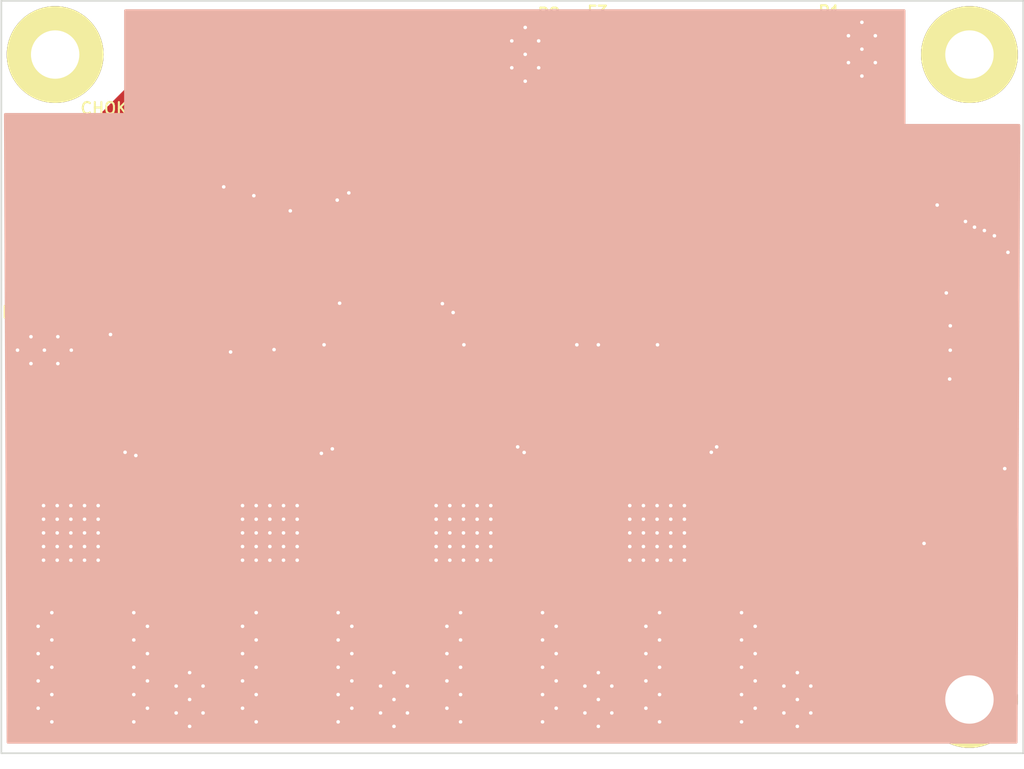
<source format=kicad_pcb>
(kicad_pcb (version 4) (host pcbnew 4.0.6-e0-6349~53~ubuntu16.04.1)

  (general
    (links 363)
    (no_connects 0)
    (area 109.924999 48.924999 205.075001 119.075001)
    (thickness 1.6)
    (drawings 29)
    (tracks 587)
    (zones 0)
    (modules 74)
    (nets 54)
  )

  (page A4)
  (layers
    (0 F.Cu signal)
    (31 B.Cu signal)
    (32 B.Adhes user)
    (33 F.Adhes user)
    (34 B.Paste user)
    (35 F.Paste user)
    (36 B.SilkS user hide)
    (37 F.SilkS user)
    (38 B.Mask user)
    (39 F.Mask user)
    (40 Dwgs.User user)
    (41 Cmts.User user)
    (42 Eco1.User user)
    (43 Eco2.User user)
    (44 Edge.Cuts user)
    (45 Margin user)
    (46 B.CrtYd user)
    (47 F.CrtYd user)
    (48 B.Fab user)
    (49 F.Fab user)
  )

  (setup
    (last_trace_width 0.6)
    (trace_clearance 0.635)
    (zone_clearance 0.6)
    (zone_45_only no)
    (trace_min 0.2)
    (segment_width 0.2)
    (edge_width 0.15)
    (via_size 0.635)
    (via_drill 0.3302)
    (via_min_size 0.4)
    (via_min_drill 0.3)
    (uvia_size 0.3)
    (uvia_drill 0.1)
    (uvias_allowed no)
    (uvia_min_size 0)
    (uvia_min_drill 0)
    (pcb_text_width 0.3)
    (pcb_text_size 1.5 1.5)
    (mod_edge_width 0.15)
    (mod_text_size 1.0668 1.0668)
    (mod_text_width 0.19)
    (pad_size 2 7)
    (pad_drill 0)
    (pad_to_mask_clearance 0.0508)
    (aux_axis_origin 0 0)
    (visible_elements FFFFFF7F)
    (pcbplotparams
      (layerselection 0x210f8_80000001)
      (usegerberextensions true)
      (excludeedgelayer true)
      (linewidth 0.100000)
      (plotframeref false)
      (viasonmask false)
      (mode 1)
      (useauxorigin false)
      (hpglpennumber 1)
      (hpglpenspeed 20)
      (hpglpendiameter 15)
      (hpglpenoverlay 2)
      (psnegative false)
      (psa4output false)
      (plotreference true)
      (plotvalue true)
      (plotinvisibletext false)
      (padsonsilk false)
      (subtractmaskfromsilk false)
      (outputformat 1)
      (mirror false)
      (drillshape 0)
      (scaleselection 1)
      (outputdirectory linepowerledrevc))
  )

  (net 0 "")
  (net 1 "Net-(C1-Pad1)")
  (net 2 "Net-(C1-Pad2)")
  (net 3 "Net-(C2-Pad1)")
  (net 4 HT)
  (net 5 GND)
  (net 6 "Net-(C9-Pad1)")
  (net 7 "Net-(C10-Pad1)")
  (net 8 "Net-(C13-Pad1)")
  (net 9 "Net-(C14-Pad1)")
  (net 10 3.3V)
  (net 11 LED1)
  (net 12 LED2)
  (net 13 LED3)
  (net 14 LED4)
  (net 15 PWM1)
  (net 16 PWM2)
  (net 17 PWM3)
  (net 18 PWM4)
  (net 19 "Net-(Q1-Pad3)")
  (net 20 "Net-(Q1-Pad1)")
  (net 21 "Net-(Q2-Pad3)")
  (net 22 "Net-(Q2-Pad1)")
  (net 23 "Net-(Q3-Pad3)")
  (net 24 "Net-(Q3-Pad1)")
  (net 25 "Net-(Q4-Pad3)")
  (net 26 "Net-(Q4-Pad1)")
  (net 27 "Net-(R6-Pad1)")
  (net 28 "Net-(R7-Pad1)")
  (net 29 "Net-(R10-Pad1)")
  (net 30 "Net-(R11-Pad1)")
  (net 31 /HOT_F)
  (net 32 /NEUTRAL)
  (net 33 BR+)
  (net 34 /BRA)
  (net 35 /BRB)
  (net 36 /HOT)
  (net 37 /LIND1)
  (net 38 /LIND2)
  (net 39 /LIND3)
  (net 40 /LIND4)
  (net 41 UC1)
  (net 42 UC2)
  (net 43 UC3)
  (net 44 UC4)
  (net 45 "Net-(D8-Pad1)")
  (net 46 kB)
  (net 47 kR)
  (net 48 kG)
  (net 49 kW)
  (net 50 "Net-(R2-Pad1)")
  (net 51 "Net-(H1-Pad1)")
  (net 52 "Net-(H2-Pad1)")
  (net 53 "Net-(H4-Pad1)")

  (net_class Default "This is the default net class."
    (clearance 0.635)
    (trace_width 0.6)
    (via_dia 0.635)
    (via_drill 0.3302)
    (uvia_dia 0.3)
    (uvia_drill 0.1)
    (add_net 3.3V)
    (add_net "Net-(C1-Pad1)")
    (add_net "Net-(C1-Pad2)")
    (add_net "Net-(C10-Pad1)")
    (add_net "Net-(C13-Pad1)")
    (add_net "Net-(C14-Pad1)")
    (add_net "Net-(C2-Pad1)")
    (add_net "Net-(C9-Pad1)")
    (add_net "Net-(D8-Pad1)")
    (add_net "Net-(H1-Pad1)")
    (add_net "Net-(H2-Pad1)")
    (add_net "Net-(H4-Pad1)")
    (add_net "Net-(Q1-Pad1)")
    (add_net "Net-(Q1-Pad3)")
    (add_net "Net-(Q2-Pad1)")
    (add_net "Net-(Q2-Pad3)")
    (add_net "Net-(Q3-Pad1)")
    (add_net "Net-(Q3-Pad3)")
    (add_net "Net-(Q4-Pad1)")
    (add_net "Net-(Q4-Pad3)")
    (add_net "Net-(R10-Pad1)")
    (add_net "Net-(R11-Pad1)")
    (add_net "Net-(R2-Pad1)")
    (add_net "Net-(R6-Pad1)")
    (add_net "Net-(R7-Pad1)")
  )

  (net_class HIP ""
    (clearance 0.635)
    (trace_width 0.6604)
    (via_dia 0.635)
    (via_drill 0.3302)
    (uvia_dia 0.3)
    (uvia_drill 0.1)
    (add_net GND)
    (add_net HT)
  )

  (net_class Skinny ""
    (clearance 0.254)
    (trace_width 0.508)
    (via_dia 0.635)
    (via_drill 0.3302)
    (uvia_dia 0.3)
    (uvia_drill 0.1)
    (add_net PWM1)
    (add_net PWM2)
    (add_net PWM3)
    (add_net PWM4)
    (add_net UC1)
    (add_net UC2)
    (add_net UC3)
    (add_net UC4)
    (add_net kB)
    (add_net kG)
    (add_net kR)
    (add_net kW)
  )

  (net_class VHP ""
    (clearance 0.635)
    (trace_width 2)
    (via_dia 0.635)
    (via_drill 0.3302)
    (uvia_dia 0.3)
    (uvia_drill 0.1)
    (add_net /BRA)
    (add_net /BRB)
    (add_net /HOT)
    (add_net /HOT_F)
    (add_net /LIND1)
    (add_net /LIND2)
    (add_net /LIND3)
    (add_net /LIND4)
    (add_net /NEUTRAL)
    (add_net BR+)
    (add_net LED1)
    (add_net LED2)
    (add_net LED3)
    (add_net LED4)
  )

  (module SOIC-8_3.9x4.9mm_Pitch1.27mm (layer F.Cu) (tedit 589139E7) (tstamp 58E4A9D4)
    (at 139 86 90)
    (descr "8-Lead Plastic Small Outline (SN) - Narrow, 3.90 mm Body [SOIC] (see Microchip Packaging Specification 00000049BS.pdf)")
    (tags "SOIC 1.27")
    (path /587B2E38)
    (attr smd)
    (fp_text reference U3 (at -4.36 -1.51 180) (layer F.SilkS)
      (effects (font (size 1.0668 1.0668) (thickness 0.19)))
    )
    (fp_text value HV9910C (at 0 4 90) (layer F.SilkS) hide
      (effects (font (size 1.0668 1.0668) (thickness 0.19)))
    )
    (fp_line (start -0.95 -2.45) (end 1.95 -2.45) (layer F.Fab) (width 0.15))
    (fp_line (start 1.95 -2.45) (end 1.95 2.45) (layer F.Fab) (width 0.15))
    (fp_line (start 1.95 2.45) (end -1.95 2.45) (layer F.Fab) (width 0.15))
    (fp_line (start -1.95 2.45) (end -1.95 -1.45) (layer F.Fab) (width 0.15))
    (fp_line (start -1.95 -1.45) (end -0.95 -2.45) (layer F.Fab) (width 0.15))
    (fp_line (start -3.75 -2.75) (end -3.75 2.75) (layer F.CrtYd) (width 0.05))
    (fp_line (start 3.75 -2.75) (end 3.75 2.75) (layer F.CrtYd) (width 0.05))
    (fp_line (start -3.75 -2.75) (end 3.75 -2.75) (layer F.CrtYd) (width 0.05))
    (fp_line (start -3.75 2.75) (end 3.75 2.75) (layer F.CrtYd) (width 0.05))
    (fp_line (start -2.075 -2.575) (end -2.075 -2.525) (layer F.SilkS) (width 0.15))
    (fp_line (start 2.075 -2.575) (end 2.075 -2.43) (layer F.SilkS) (width 0.15))
    (fp_line (start 2.075 2.575) (end 2.075 2.43) (layer F.SilkS) (width 0.15))
    (fp_line (start -2.075 2.575) (end -2.075 2.43) (layer F.SilkS) (width 0.15))
    (fp_line (start -2.075 -2.575) (end 2.075 -2.575) (layer F.SilkS) (width 0.15))
    (fp_line (start -2.075 2.575) (end 2.075 2.575) (layer F.SilkS) (width 0.15))
    (fp_line (start -2.075 -2.525) (end -3.475 -2.525) (layer F.SilkS) (width 0.15))
    (pad 1 smd rect (at -2.7 -1.905 90) (size 1.55 0.6) (layers F.Cu F.Paste F.Mask)
      (net 4 HT))
    (pad 2 smd rect (at -2.7 -0.635 90) (size 1.55 0.6) (layers F.Cu F.Paste F.Mask)
      (net 21 "Net-(Q2-Pad3)"))
    (pad 3 smd rect (at -2.7 0.635 90) (size 1.55 0.6) (layers F.Cu F.Paste F.Mask)
      (net 5 GND))
    (pad 4 smd rect (at -2.7 1.905 90) (size 1.55 0.6) (layers F.Cu F.Paste F.Mask)
      (net 22 "Net-(Q2-Pad1)"))
    (pad 5 smd rect (at 2.7 1.905 90) (size 1.55 0.6) (layers F.Cu F.Paste F.Mask)
      (net 16 PWM2))
    (pad 6 smd rect (at 2.7 0.635 90) (size 1.55 0.6) (layers F.Cu F.Paste F.Mask)
      (net 7 "Net-(C10-Pad1)"))
    (pad 7 smd rect (at 2.7 -0.635 90) (size 1.55 0.6) (layers F.Cu F.Paste F.Mask)
      (net 7 "Net-(C10-Pad1)"))
    (pad 8 smd rect (at 2.7 -1.905 90) (size 1.55 0.6) (layers F.Cu F.Paste F.Mask)
      (net 28 "Net-(R7-Pad1)"))
    (model Housings_SOIC.3dshapes/SOIC-8_3.9x4.9mm_Pitch1.27mm.wrl
      (at (xyz 0 0 0))
      (scale (xyz 1 1 1))
      (rotate (xyz 0 0 0))
    )
  )

  (module SMD-4032 (layer F.Cu) (tedit 5915309F) (tstamp 58A03F62)
    (at 152.02 55.4 90)
    (path /587BC3AE)
    (attr smd)
    (fp_text reference VR1 (at -2.2 -5.075 180) (layer F.SilkS)
      (effects (font (size 1.0668 1.0668) (thickness 0.19)))
    )
    (fp_text value "351V VAR" (at 0.04 3.85 90) (layer F.SilkS)
      (effects (font (size 1.0668 1.0668) (thickness 0.19)))
    )
    (fp_line (start 2.921 -1.524) (end 2.921 1.524) (layer F.SilkS) (width 0.15))
    (fp_line (start 3.556 -1.651) (end 3.556 -3.048) (layer F.SilkS) (width 0.15))
    (fp_line (start 3.556 3.048) (end 3.556 1.651) (layer F.SilkS) (width 0.15))
    (fp_line (start -3.556 3.048) (end -3.556 1.778) (layer F.SilkS) (width 0.15))
    (fp_line (start -3.556 -3.048) (end -3.556 -1.778) (layer F.SilkS) (width 0.15))
    (fp_line (start 3.556 1.651) (end 3.048 1.651) (layer F.SilkS) (width 0.15))
    (fp_line (start 3.048 1.651) (end 2.413 1.016) (layer F.SilkS) (width 0.15))
    (fp_line (start 2.413 1.016) (end 2.413 -1.016) (layer F.SilkS) (width 0.15))
    (fp_line (start 3.556 -1.651) (end 3.048 -1.651) (layer F.SilkS) (width 0.15))
    (fp_line (start 3.048 -1.651) (end 2.413 -1.016) (layer F.SilkS) (width 0.15))
    (fp_line (start -3.556 -3.048) (end 3.556 -3.048) (layer F.SilkS) (width 0.15))
    (fp_line (start 3.556 3.048) (end -3.556 3.048) (layer F.SilkS) (width 0.15))
    (pad 1 smd rect (at -3.683 0 90) (size 1.5 4) (layers F.Cu F.Paste F.Mask)
      (net 31 /HOT_F))
    (pad 2 smd rect (at 3.683 0 90) (size 1.5 4) (layers F.Cu F.Paste F.Mask)
      (net 32 /NEUTRAL))
    (model SMD_Packages.3dshapes/SMD-4032.wrl
      (at (xyz 0 0 0))
      (scale (xyz 0.3 0.3 0.3))
      (rotate (xyz 0 0 0))
    )
  )

  (module SMB_Standard (layer F.Cu) (tedit 58913AD7) (tstamp 589362E3)
    (at 170 89 270)
    (descr "Diode SMB Standard")
    (tags "Diode SMB Standard")
    (path /587C3E2F)
    (attr smd)
    (fp_text reference D7 (at 0.13 3.11 270) (layer F.SilkS)
      (effects (font (size 1.0668 1.0668) (thickness 0.19)))
    )
    (fp_text value "400V 2A" (at 0.05 4.7 270) (layer F.Fab) hide
      (effects (font (size 1.0668 1.0668) (thickness 0.19)))
    )
    (fp_line (start -3.65 -2.25) (end 3.65 -2.25) (layer F.CrtYd) (width 0.05))
    (fp_line (start 3.65 -2.25) (end 3.65 2.25) (layer F.CrtYd) (width 0.05))
    (fp_line (start 3.65 2.25) (end -3.65 2.25) (layer F.CrtYd) (width 0.05))
    (fp_line (start -3.65 2.25) (end -3.65 -2.25) (layer F.CrtYd) (width 0.05))
    (fp_text user K (at -3.25 3.3 270) (layer F.SilkS)
      (effects (font (size 1.0668 1.0668) (thickness 0.19)))
    )
    (fp_text user A (at 3 3.2 270) (layer F.SilkS)
      (effects (font (size 1.0668 1.0668) (thickness 0.19)))
    )
    (fp_line (start -2.30632 1.8) (end -2.30632 1.6002) (layer F.SilkS) (width 0.15))
    (fp_line (start -1.84928 1.75) (end -1.84928 1.601) (layer F.SilkS) (width 0.15))
    (fp_line (start 2.29616 1.8) (end 2.29616 1.651) (layer F.SilkS) (width 0.15))
    (fp_line (start -2.30124 -1.8) (end -2.30124 -1.651) (layer F.SilkS) (width 0.15))
    (fp_line (start -1.84928 -1.8) (end -1.84928 -1.651) (layer F.SilkS) (width 0.15))
    (fp_line (start 2.30124 -1.8) (end 2.30124 -1.651) (layer F.SilkS) (width 0.15))
    (fp_circle (center 0 0) (end 0.44958 0.09906) (layer F.Adhes) (width 0.381))
    (fp_circle (center 0 0) (end 0.20066 0.09906) (layer F.Adhes) (width 0.381))
    (fp_line (start -1.84928 1.94898) (end -1.84928 1.75086) (layer F.SilkS) (width 0.15))
    (fp_line (start -1.84928 -1.99898) (end -1.84928 -1.80086) (layer F.SilkS) (width 0.15))
    (fp_line (start 2.29616 1.99644) (end 2.29616 1.79832) (layer F.SilkS) (width 0.15))
    (fp_line (start -2.30632 1.99644) (end 2.29616 1.99644) (layer F.SilkS) (width 0.15))
    (fp_line (start -2.30632 1.99644) (end -2.30632 1.79832) (layer F.SilkS) (width 0.15))
    (fp_line (start -2.30124 -1.99898) (end -2.30124 -1.80086) (layer F.SilkS) (width 0.15))
    (fp_line (start -2.30124 -1.99898) (end 2.30124 -1.99898) (layer F.SilkS) (width 0.15))
    (fp_line (start 2.30124 -1.99898) (end 2.30124 -1.80086) (layer F.SilkS) (width 0.15))
    (pad 1 smd rect (at -2.14884 0 270) (size 2.49936 2.30124) (layers F.Cu F.Paste F.Mask)
      (net 4 HT))
    (pad 2 smd rect (at 2.14884 0 270) (size 2.49936 2.30124) (layers F.Cu F.Paste F.Mask)
      (net 40 /LIND4))
    (model Diodes_SMD.3dshapes/SMB_Standard.wrl
      (at (xyz 0 0 0))
      (scale (xyz 0.3937 0.3937 0.3937))
      (rotate (xyz 0 0 180))
    )
  )

  (module SMB_Standard (layer F.Cu) (tedit 58913AAA) (tstamp 589362C8)
    (at 152 89 270)
    (descr "Diode SMB Standard")
    (tags "Diode SMB Standard")
    (path /587C4525)
    (attr smd)
    (fp_text reference D6 (at -0.04 3.05 270) (layer F.SilkS)
      (effects (font (size 1.0668 1.0668) (thickness 0.19)))
    )
    (fp_text value "400V 2A" (at 0.05 4.7 270) (layer F.Fab) hide
      (effects (font (size 1.0668 1.0668) (thickness 0.19)))
    )
    (fp_line (start -3.65 -2.25) (end 3.65 -2.25) (layer F.CrtYd) (width 0.05))
    (fp_line (start 3.65 -2.25) (end 3.65 2.25) (layer F.CrtYd) (width 0.05))
    (fp_line (start 3.65 2.25) (end -3.65 2.25) (layer F.CrtYd) (width 0.05))
    (fp_line (start -3.65 2.25) (end -3.65 -2.25) (layer F.CrtYd) (width 0.05))
    (fp_text user K (at -3.25 3.3 270) (layer F.SilkS)
      (effects (font (size 1.0668 1.0668) (thickness 0.19)))
    )
    (fp_text user A (at 3 3.2 270) (layer F.SilkS)
      (effects (font (size 1.0668 1.0668) (thickness 0.19)))
    )
    (fp_line (start -2.30632 1.8) (end -2.30632 1.6002) (layer F.SilkS) (width 0.15))
    (fp_line (start -1.84928 1.75) (end -1.84928 1.601) (layer F.SilkS) (width 0.15))
    (fp_line (start 2.29616 1.8) (end 2.29616 1.651) (layer F.SilkS) (width 0.15))
    (fp_line (start -2.30124 -1.8) (end -2.30124 -1.651) (layer F.SilkS) (width 0.15))
    (fp_line (start -1.84928 -1.8) (end -1.84928 -1.651) (layer F.SilkS) (width 0.15))
    (fp_line (start 2.30124 -1.8) (end 2.30124 -1.651) (layer F.SilkS) (width 0.15))
    (fp_circle (center 0 0) (end 0.44958 0.09906) (layer F.Adhes) (width 0.381))
    (fp_circle (center 0 0) (end 0.20066 0.09906) (layer F.Adhes) (width 0.381))
    (fp_line (start -1.84928 1.94898) (end -1.84928 1.75086) (layer F.SilkS) (width 0.15))
    (fp_line (start -1.84928 -1.99898) (end -1.84928 -1.80086) (layer F.SilkS) (width 0.15))
    (fp_line (start 2.29616 1.99644) (end 2.29616 1.79832) (layer F.SilkS) (width 0.15))
    (fp_line (start -2.30632 1.99644) (end 2.29616 1.99644) (layer F.SilkS) (width 0.15))
    (fp_line (start -2.30632 1.99644) (end -2.30632 1.79832) (layer F.SilkS) (width 0.15))
    (fp_line (start -2.30124 -1.99898) (end -2.30124 -1.80086) (layer F.SilkS) (width 0.15))
    (fp_line (start -2.30124 -1.99898) (end 2.30124 -1.99898) (layer F.SilkS) (width 0.15))
    (fp_line (start 2.30124 -1.99898) (end 2.30124 -1.80086) (layer F.SilkS) (width 0.15))
    (pad 1 smd rect (at -2.14884 0 270) (size 2.49936 2.30124) (layers F.Cu F.Paste F.Mask)
      (net 4 HT))
    (pad 2 smd rect (at 2.14884 0 270) (size 2.49936 2.30124) (layers F.Cu F.Paste F.Mask)
      (net 39 /LIND3))
    (model Diodes_SMD.3dshapes/SMB_Standard.wrl
      (at (xyz 0 0 0))
      (scale (xyz 0.3937 0.3937 0.3937))
      (rotate (xyz 0 0 180))
    )
  )

  (module SMB_Standard (layer F.Cu) (tedit 589139D7) (tstamp 589362AD)
    (at 134 89 270)
    (descr "Diode SMB Standard")
    (tags "Diode SMB Standard")
    (path /587B590C)
    (attr smd)
    (fp_text reference D5 (at 0.32 3.1 270) (layer F.SilkS)
      (effects (font (size 1.0668 1.0668) (thickness 0.19)))
    )
    (fp_text value "400V 2A" (at 0.05 4.7 270) (layer F.Fab) hide
      (effects (font (size 1.0668 1.0668) (thickness 0.19)))
    )
    (fp_line (start -3.65 -2.25) (end 3.65 -2.25) (layer F.CrtYd) (width 0.05))
    (fp_line (start 3.65 -2.25) (end 3.65 2.25) (layer F.CrtYd) (width 0.05))
    (fp_line (start 3.65 2.25) (end -3.65 2.25) (layer F.CrtYd) (width 0.05))
    (fp_line (start -3.65 2.25) (end -3.65 -2.25) (layer F.CrtYd) (width 0.05))
    (fp_text user K (at -3.25 3.3 270) (layer F.SilkS)
      (effects (font (size 1.0668 1.0668) (thickness 0.19)))
    )
    (fp_text user A (at 3 3.2 270) (layer F.SilkS)
      (effects (font (size 1.0668 1.0668) (thickness 0.19)))
    )
    (fp_line (start -2.30632 1.8) (end -2.30632 1.6002) (layer F.SilkS) (width 0.15))
    (fp_line (start -1.84928 1.75) (end -1.84928 1.601) (layer F.SilkS) (width 0.15))
    (fp_line (start 2.29616 1.8) (end 2.29616 1.651) (layer F.SilkS) (width 0.15))
    (fp_line (start -2.30124 -1.8) (end -2.30124 -1.651) (layer F.SilkS) (width 0.15))
    (fp_line (start -1.84928 -1.8) (end -1.84928 -1.651) (layer F.SilkS) (width 0.15))
    (fp_line (start 2.30124 -1.8) (end 2.30124 -1.651) (layer F.SilkS) (width 0.15))
    (fp_circle (center 0 0) (end 0.44958 0.09906) (layer F.Adhes) (width 0.381))
    (fp_circle (center 0 0) (end 0.20066 0.09906) (layer F.Adhes) (width 0.381))
    (fp_line (start -1.84928 1.94898) (end -1.84928 1.75086) (layer F.SilkS) (width 0.15))
    (fp_line (start -1.84928 -1.99898) (end -1.84928 -1.80086) (layer F.SilkS) (width 0.15))
    (fp_line (start 2.29616 1.99644) (end 2.29616 1.79832) (layer F.SilkS) (width 0.15))
    (fp_line (start -2.30632 1.99644) (end 2.29616 1.99644) (layer F.SilkS) (width 0.15))
    (fp_line (start -2.30632 1.99644) (end -2.30632 1.79832) (layer F.SilkS) (width 0.15))
    (fp_line (start -2.30124 -1.99898) (end -2.30124 -1.80086) (layer F.SilkS) (width 0.15))
    (fp_line (start -2.30124 -1.99898) (end 2.30124 -1.99898) (layer F.SilkS) (width 0.15))
    (fp_line (start 2.30124 -1.99898) (end 2.30124 -1.80086) (layer F.SilkS) (width 0.15))
    (pad 1 smd rect (at -2.14884 0 270) (size 2.49936 2.30124) (layers F.Cu F.Paste F.Mask)
      (net 4 HT))
    (pad 2 smd rect (at 2.14884 0 270) (size 2.49936 2.30124) (layers F.Cu F.Paste F.Mask)
      (net 38 /LIND2))
    (model Diodes_SMD.3dshapes/SMB_Standard.wrl
      (at (xyz 0 0 0))
      (scale (xyz 0.3937 0.3937 0.3937))
      (rotate (xyz 0 0 180))
    )
  )

  (module SMB_Standard (layer F.Cu) (tedit 589139CD) (tstamp 58936292)
    (at 115.5 89 270)
    (descr "Diode SMB Standard")
    (tags "Diode SMB Standard")
    (path /587C54D0)
    (attr smd)
    (fp_text reference D4 (at -0.01 3.13 270) (layer F.SilkS)
      (effects (font (size 1.0668 1.0668) (thickness 0.19)))
    )
    (fp_text value "400V 2A" (at 0.05 4.7 270) (layer F.Fab) hide
      (effects (font (size 1.0668 1.0668) (thickness 0.19)))
    )
    (fp_line (start -3.65 -2.25) (end 3.65 -2.25) (layer F.CrtYd) (width 0.05))
    (fp_line (start 3.65 -2.25) (end 3.65 2.25) (layer F.CrtYd) (width 0.05))
    (fp_line (start 3.65 2.25) (end -3.65 2.25) (layer F.CrtYd) (width 0.05))
    (fp_line (start -3.65 2.25) (end -3.65 -2.25) (layer F.CrtYd) (width 0.05))
    (fp_text user K (at -3.25 3.3 270) (layer F.SilkS)
      (effects (font (size 1.0668 1.0668) (thickness 0.19)))
    )
    (fp_text user A (at 3 3.2 270) (layer F.SilkS)
      (effects (font (size 1.0668 1.0668) (thickness 0.19)))
    )
    (fp_line (start -2.30632 1.8) (end -2.30632 1.6002) (layer F.SilkS) (width 0.15))
    (fp_line (start -1.84928 1.75) (end -1.84928 1.601) (layer F.SilkS) (width 0.15))
    (fp_line (start 2.29616 1.8) (end 2.29616 1.651) (layer F.SilkS) (width 0.15))
    (fp_line (start -2.30124 -1.8) (end -2.30124 -1.651) (layer F.SilkS) (width 0.15))
    (fp_line (start -1.84928 -1.8) (end -1.84928 -1.651) (layer F.SilkS) (width 0.15))
    (fp_line (start 2.30124 -1.8) (end 2.30124 -1.651) (layer F.SilkS) (width 0.15))
    (fp_circle (center 0 0) (end 0.44958 0.09906) (layer F.Adhes) (width 0.381))
    (fp_circle (center 0 0) (end 0.20066 0.09906) (layer F.Adhes) (width 0.381))
    (fp_line (start -1.84928 1.94898) (end -1.84928 1.75086) (layer F.SilkS) (width 0.15))
    (fp_line (start -1.84928 -1.99898) (end -1.84928 -1.80086) (layer F.SilkS) (width 0.15))
    (fp_line (start 2.29616 1.99644) (end 2.29616 1.79832) (layer F.SilkS) (width 0.15))
    (fp_line (start -2.30632 1.99644) (end 2.29616 1.99644) (layer F.SilkS) (width 0.15))
    (fp_line (start -2.30632 1.99644) (end -2.30632 1.79832) (layer F.SilkS) (width 0.15))
    (fp_line (start -2.30124 -1.99898) (end -2.30124 -1.80086) (layer F.SilkS) (width 0.15))
    (fp_line (start -2.30124 -1.99898) (end 2.30124 -1.99898) (layer F.SilkS) (width 0.15))
    (fp_line (start 2.30124 -1.99898) (end 2.30124 -1.80086) (layer F.SilkS) (width 0.15))
    (pad 1 smd rect (at -2.14884 0 270) (size 2.49936 2.30124) (layers F.Cu F.Paste F.Mask)
      (net 4 HT))
    (pad 2 smd rect (at 2.14884 0 270) (size 2.49936 2.30124) (layers F.Cu F.Paste F.Mask)
      (net 37 /LIND1))
    (model Diodes_SMD.3dshapes/SMB_Standard.wrl
      (at (xyz 0 0 0))
      (scale (xyz 0.3937 0.3937 0.3937))
      (rotate (xyz 0 0 180))
    )
  )

  (module SMA_Standard (layer F.Cu) (tedit 591525FA) (tstamp 589FFCFB)
    (at 190.89 100.21)
    (descr "Diode SMA")
    (tags "Diode SMA")
    (path /587B0C9A)
    (attr smd)
    (fp_text reference D3 (at -4.87 1.26) (layer F.SilkS)
      (effects (font (size 1.0668 1.0668) (thickness 0.19)))
    )
    (fp_text value "400V 20A" (at 0 4.3) (layer F.Fab)
      (effects (font (size 1.0668 1.0668) (thickness 0.19)))
    )
    (fp_line (start -3.5 -2) (end 3.5 -2) (layer F.CrtYd) (width 0.05))
    (fp_line (start 3.5 -2) (end 3.5 2) (layer F.CrtYd) (width 0.05))
    (fp_line (start 3.5 2) (end -3.5 2) (layer F.CrtYd) (width 0.05))
    (fp_line (start -3.5 2) (end -3.5 -2) (layer F.CrtYd) (width 0.05))
    (fp_text user K (at -2.9 2.95) (layer F.SilkS) hide
      (effects (font (size 1.0668 1.0668) (thickness 0.19)))
    )
    (fp_text user A (at 4.11 1.21) (layer F.SilkS) hide
      (effects (font (size 1.0668 1.0668) (thickness 0.19)))
    )
    (fp_circle (center 0 0) (end 0.20066 -0.0508) (layer F.Adhes) (width 0.381))
    (fp_line (start -1.79914 1.75006) (end -1.79914 1.39954) (layer F.SilkS) (width 0.15))
    (fp_line (start -1.79914 -1.75006) (end -1.79914 -1.39954) (layer F.SilkS) (width 0.15))
    (fp_line (start 2.25044 1.75006) (end 2.25044 1.39954) (layer F.SilkS) (width 0.15))
    (fp_line (start -2.25044 1.75006) (end -2.25044 1.39954) (layer F.SilkS) (width 0.15))
    (fp_line (start -2.25044 -1.75006) (end -2.25044 -1.39954) (layer F.SilkS) (width 0.15))
    (fp_line (start 2.25044 -1.75006) (end 2.25044 -1.39954) (layer F.SilkS) (width 0.15))
    (fp_line (start -2.25044 1.75006) (end 2.25044 1.75006) (layer F.SilkS) (width 0.15))
    (fp_line (start -2.25044 -1.75006) (end 2.25044 -1.75006) (layer F.SilkS) (width 0.15))
    (pad 1 smd rect (at -1.99898 0) (size 2.49936 1.80086) (layers F.Cu F.Paste F.Mask)
      (net 1 "Net-(C1-Pad1)"))
    (pad 2 smd rect (at 1.99898 0) (size 2.49936 1.80086) (layers F.Cu F.Paste F.Mask)
      (net 5 GND))
    (model Diodes_SMD.3dshapes/SMA_Standard.wrl
      (at (xyz 0 0 0))
      (scale (xyz 0.3937 0.3937 0.3937))
      (rotate (xyz 0 0 180))
    )
  )

  (module SMA_Standard (layer F.Cu) (tedit 591532B2) (tstamp 589FFCE7)
    (at 195.88 96.1)
    (descr "Diode SMA")
    (tags "Diode SMA")
    (path /587B1767)
    (attr smd)
    (fp_text reference D1 (at 0.14 2.66) (layer F.SilkS)
      (effects (font (size 1.0668 1.0668) (thickness 0.19)))
    )
    (fp_text value "400V 2A" (at 0 4.3) (layer F.Fab)
      (effects (font (size 1.0668 1.0668) (thickness 0.19)))
    )
    (fp_line (start -3.5 -2) (end 3.5 -2) (layer F.CrtYd) (width 0.05))
    (fp_line (start 3.5 -2) (end 3.5 2) (layer F.CrtYd) (width 0.05))
    (fp_line (start 3.5 2) (end -3.5 2) (layer F.CrtYd) (width 0.05))
    (fp_line (start -3.5 2) (end -3.5 -2) (layer F.CrtYd) (width 0.05))
    (fp_text user K (at -2.98 1.72) (layer F.SilkS) hide
      (effects (font (size 1.0668 1.0668) (thickness 0.19)))
    )
    (fp_text user A (at 2.87 1.94) (layer F.SilkS) hide
      (effects (font (size 1.0668 1.0668) (thickness 0.19)))
    )
    (fp_circle (center 0 0) (end 0.20066 -0.0508) (layer F.Adhes) (width 0.381))
    (fp_line (start -1.79914 1.75006) (end -1.79914 1.39954) (layer F.SilkS) (width 0.15))
    (fp_line (start -1.79914 -1.75006) (end -1.79914 -1.39954) (layer F.SilkS) (width 0.15))
    (fp_line (start 2.25044 1.75006) (end 2.25044 1.39954) (layer F.SilkS) (width 0.15))
    (fp_line (start -2.25044 1.75006) (end -2.25044 1.39954) (layer F.SilkS) (width 0.15))
    (fp_line (start -2.25044 -1.75006) (end -2.25044 -1.39954) (layer F.SilkS) (width 0.15))
    (fp_line (start 2.25044 -1.75006) (end 2.25044 -1.39954) (layer F.SilkS) (width 0.15))
    (fp_line (start -2.25044 1.75006) (end 2.25044 1.75006) (layer F.SilkS) (width 0.15))
    (fp_line (start -2.25044 -1.75006) (end 2.25044 -1.75006) (layer F.SilkS) (width 0.15))
    (pad 1 smd rect (at -2.09898 0) (size 2.29936 1.80086) (layers F.Cu F.Paste F.Mask)
      (net 3 "Net-(C2-Pad1)"))
    (pad 2 smd rect (at 2.25298 0) (size 2.29936 1.80086) (layers F.Cu F.Paste F.Mask)
      (net 10 3.3V))
    (model Diodes_SMD.3dshapes/SMA_Standard.wrl
      (at (xyz 0 0 0))
      (scale (xyz 0.3937 0.3937 0.3937))
      (rotate (xyz 0 0 180))
    )
  )

  (module C_1206 (layer F.Cu) (tedit 59152F46) (tstamp 588DF66D)
    (at 195.5 73)
    (descr "Capacitor SMD 1206, reflow soldering, AVX (see smccp.pdf)")
    (tags "capacitor 1206")
    (path /588B3A30)
    (attr smd)
    (fp_text reference D10 (at -1.69 3.6) (layer F.SilkS)
      (effects (font (size 1.0668 1.0668) (thickness 0.19)))
    )
    (fp_text value WHT+ (at -0.98 2.01 180) (layer F.SilkS)
      (effects (font (size 1.0668 1.0668) (thickness 0.19)))
    )
    (fp_line (start -1.6 0.8) (end -1.6 -0.8) (layer F.Fab) (width 0.15))
    (fp_line (start 1.6 0.8) (end -1.6 0.8) (layer F.Fab) (width 0.15))
    (fp_line (start 1.6 -0.8) (end 1.6 0.8) (layer F.Fab) (width 0.15))
    (fp_line (start -1.6 -0.8) (end 1.6 -0.8) (layer F.Fab) (width 0.15))
    (fp_line (start -2.3 -1.15) (end 2.3 -1.15) (layer F.CrtYd) (width 0.05))
    (fp_line (start -2.3 1.15) (end 2.3 1.15) (layer F.CrtYd) (width 0.05))
    (fp_line (start -2.3 -1.15) (end -2.3 1.15) (layer F.CrtYd) (width 0.05))
    (fp_line (start 2.3 -1.15) (end 2.3 1.15) (layer F.CrtYd) (width 0.05))
    (fp_line (start 1 -1.025) (end -1 -1.025) (layer F.SilkS) (width 0.15))
    (fp_line (start -1 1.025) (end 1 1.025) (layer F.SilkS) (width 0.15))
    (pad 1 smd rect (at -1.5 0) (size 1 1.6) (layers F.Cu F.Paste F.Mask)
      (net 5 GND))
    (pad 2 smd rect (at 1.5 0) (size 1 1.6) (layers F.Cu F.Paste F.Mask)
      (net 49 kW))
    (model Capacitors_SMD.3dshapes/C_1206.wrl
      (at (xyz 0 0 0))
      (scale (xyz 1 1 1))
      (rotate (xyz 0 0 0))
    )
  )

  (module C_1206 (layer F.Cu) (tedit 591532A6) (tstamp 588DF65D)
    (at 199.04 101.1 180)
    (descr "Capacitor SMD 1206, reflow soldering, AVX (see smccp.pdf)")
    (tags "capacitor 1206")
    (path /588AEECF)
    (attr smd)
    (fp_text reference D8 (at 0.07 -3.47 360) (layer F.SilkS)
      (effects (font (size 1.0668 1.0668) (thickness 0.19)))
    )
    (fp_text value +AMB (at 0.24 -2.02 180) (layer F.SilkS)
      (effects (font (size 1.0668 1.0668) (thickness 0.19)))
    )
    (fp_line (start -1.6 0.8) (end -1.6 -0.8) (layer F.Fab) (width 0.15))
    (fp_line (start 1.6 0.8) (end -1.6 0.8) (layer F.Fab) (width 0.15))
    (fp_line (start 1.6 -0.8) (end 1.6 0.8) (layer F.Fab) (width 0.15))
    (fp_line (start -1.6 -0.8) (end 1.6 -0.8) (layer F.Fab) (width 0.15))
    (fp_line (start -2.3 -1.15) (end 2.3 -1.15) (layer F.CrtYd) (width 0.05))
    (fp_line (start -2.3 1.15) (end 2.3 1.15) (layer F.CrtYd) (width 0.05))
    (fp_line (start -2.3 -1.15) (end -2.3 1.15) (layer F.CrtYd) (width 0.05))
    (fp_line (start 2.3 -1.15) (end 2.3 1.15) (layer F.CrtYd) (width 0.05))
    (fp_line (start 1 -1.025) (end -1 -1.025) (layer F.SilkS) (width 0.15))
    (fp_line (start -1 1.025) (end 1 1.025) (layer F.SilkS) (width 0.15))
    (pad 1 smd rect (at -1.5 0 180) (size 1 1.6) (layers F.Cu F.Paste F.Mask)
      (net 45 "Net-(D8-Pad1)"))
    (pad 2 smd rect (at 1.5 0 180) (size 1 1.6) (layers F.Cu F.Paste F.Mask)
      (net 10 3.3V))
    (model Capacitors_SMD.3dshapes/C_1206.wrl
      (at (xyz 0 0 0))
      (scale (xyz 1 1 1))
      (rotate (xyz 0 0 0))
    )
  )

  (module NETWORK1206 (layer F.Cu) (tedit 0) (tstamp 588DF521)
    (at 201.11 66.22)
    (path /588B1AEB)
    (fp_text reference RN2 (at 2.84 -0.67 90) (layer F.SilkS)
      (effects (font (size 1.0668 1.0668) (thickness 0.19)))
    )
    (fp_text value 1k (at 0.04 -2.8) (layer F.SilkS)
      (effects (font (size 1.0668 1.0668) (thickness 0.19)))
    )
    (fp_line (start 1.8 1.4) (end 1.8 1.7) (layer F.SilkS) (width 0.381))
    (fp_line (start 1.8 1.7) (end 1.5 1.7) (layer F.SilkS) (width 0.381))
    (fp_line (start -1.8 -1.4) (end -1.8 -1.7) (layer F.SilkS) (width 0.381))
    (fp_line (start -1.8 -1.7) (end -1.5 -1.7) (layer F.SilkS) (width 0.381))
    (fp_line (start 1.5 -1.7) (end 1.8 -1.7) (layer F.SilkS) (width 0.381))
    (fp_line (start 1.8 -1.7) (end 1.8 -1.4) (layer F.SilkS) (width 0.381))
    (fp_line (start -1.8 1.4) (end -1.8 1.7) (layer F.SilkS) (width 0.381))
    (fp_line (start -1.8 1.7) (end -1.5 1.7) (layer F.SilkS) (width 0.381))
    (pad 1 smd rect (at -1.2 0.93) (size 0.4 1) (layers F.Cu F.Paste F.Mask)
      (net 44 UC4))
    (pad 2 smd rect (at -0.4 0.93) (size 0.4 1) (layers F.Cu F.Paste F.Mask)
      (net 43 UC3))
    (pad 3 smd rect (at 0.4 0.93) (size 0.4 1) (layers F.Cu F.Paste F.Mask)
      (net 42 UC2))
    (pad 4 smd rect (at 1.2 0.93) (size 0.4 1) (layers F.Cu F.Paste F.Mask)
      (net 41 UC1))
    (pad 5 smd rect (at 1.2 -0.93) (size 0.4 1) (layers F.Cu F.Paste F.Mask)
      (net 48 kG))
    (pad 6 smd rect (at 0.4 -0.93) (size 0.4 1) (layers F.Cu F.Paste F.Mask)
      (net 47 kR))
    (pad 7 smd rect (at -0.4 -0.93) (size 0.4 1) (layers F.Cu F.Paste F.Mask)
      (net 46 kB))
    (pad 8 smd rect (at -1.2 -0.93) (size 0.4 1) (layers F.Cu F.Paste F.Mask)
      (net 49 kW))
  )

  (module SM0805 (layer F.Cu) (tedit 588AB785) (tstamp 588DF50D)
    (at 202.56 97.82 90)
    (path /588AEA88)
    (attr smd)
    (fp_text reference R14 (at -0.06 -1.82 270) (layer F.SilkS)
      (effects (font (size 1.0668 1.0668) (thickness 0.19)))
    )
    (fp_text value 1k (at -2.55 0.22 180) (layer F.SilkS)
      (effects (font (size 1.0668 1.0668) (thickness 0.19)))
    )
    (fp_circle (center -1.651 0.762) (end -1.651 0.635) (layer F.SilkS) (width 0.09906))
    (fp_line (start -0.508 0.762) (end -1.524 0.762) (layer F.SilkS) (width 0.09906))
    (fp_line (start -1.524 0.762) (end -1.524 -0.762) (layer F.SilkS) (width 0.09906))
    (fp_line (start -1.524 -0.762) (end -0.508 -0.762) (layer F.SilkS) (width 0.09906))
    (fp_line (start 0.508 -0.762) (end 1.524 -0.762) (layer F.SilkS) (width 0.09906))
    (fp_line (start 1.524 -0.762) (end 1.524 0.762) (layer F.SilkS) (width 0.09906))
    (fp_line (start 1.524 0.762) (end 0.508 0.762) (layer F.SilkS) (width 0.09906))
    (pad 1 smd rect (at -0.9525 0 90) (size 0.889 1.397) (layers F.Cu F.Paste F.Mask)
      (net 45 "Net-(D8-Pad1)"))
    (pad 2 smd rect (at 0.9525 0 90) (size 0.889 1.397) (layers F.Cu F.Paste F.Mask)
      (net 5 GND))
    (model smd/chip_cms.wrl
      (at (xyz 0 0 0))
      (scale (xyz 0.1 0.1 0.1))
      (rotate (xyz 0 0 0))
    )
  )

  (module 5050RGB (layer F.Cu) (tedit 0) (tstamp 588DF500)
    (at 195.5 67.5 90)
    (path /588B2512)
    (fp_text reference D9 (at 0 3.50012 90) (layer F.SilkS) hide
      (effects (font (size 1.0668 1.0668) (thickness 0.19)))
    )
    (fp_text value RGB (at 4.67 -0.07 180) (layer F.SilkS)
      (effects (font (size 1.0668 1.0668) (thickness 0.19)))
    )
    (fp_line (start -3.74904 -1.99898) (end -3.74904 -2.49936) (layer F.SilkS) (width 0.381))
    (fp_line (start -3.74904 -2.49936) (end -3.2512 -2.99974) (layer F.SilkS) (width 0.381))
    (fp_line (start -3.2512 -2.99974) (end -2.75082 -2.99974) (layer F.SilkS) (width 0.381))
    (fp_line (start -3.2512 -1.99898) (end -2.75082 -2.49936) (layer F.SilkS) (width 0.381))
    (fp_line (start -2.75082 -2.49936) (end 3.2512 -2.49936) (layer F.SilkS) (width 0.381))
    (fp_line (start 3.2512 -2.49936) (end 3.2512 2.49936) (layer F.SilkS) (width 0.381))
    (fp_line (start 3.2512 2.49936) (end -3.2512 2.49936) (layer F.SilkS) (width 0.381))
    (fp_line (start -3.2512 2.49936) (end -3.2512 -1.99898) (layer F.SilkS) (width 0.381))
    (pad 1 smd rect (at -2.45364 -1.6002 90) (size 1.60782 0.89916) (layers F.Cu F.Paste F.Mask)
      (net 5 GND))
    (pad 2 smd rect (at -2.45364 0 90) (size 1.60782 0.89916) (layers F.Cu F.Paste F.Mask)
      (net 5 GND))
    (pad 3 smd rect (at -2.45364 1.6002 90) (size 1.60782 0.89916) (layers F.Cu F.Paste F.Mask)
      (net 5 GND))
    (pad 4 smd rect (at 2.45364 1.6002 90) (size 1.60782 0.89916) (layers F.Cu F.Paste F.Mask)
      (net 46 kB))
    (pad 5 smd rect (at 2.45364 0 90) (size 1.60782 0.89916) (layers F.Cu F.Paste F.Mask)
      (net 47 kR))
    (pad 6 smd rect (at 2.45364 -1.6002 90) (size 1.60782 0.89916) (layers F.Cu F.Paste F.Mask)
      (net 48 kG))
  )

  (module C_1206 (layer F.Cu) (tedit 58913B06) (tstamp 589084B1)
    (at 179.5 87 90)
    (descr "Capacitor SMD 1206, reflow soldering, AVX (see smccp.pdf)")
    (tags "capacitor 1206")
    (path /587D5E1D)
    (attr smd)
    (fp_text reference C20 (at 3.24 -0.18 180) (layer F.SilkS)
      (effects (font (size 1.0668 1.0668) (thickness 0.19)))
    )
    (fp_text value NP (at 0 2.3 90) (layer F.Fab) hide
      (effects (font (size 1.0668 1.0668) (thickness 0.19)))
    )
    (fp_line (start -1.6 0.8) (end -1.6 -0.8) (layer F.Fab) (width 0.15))
    (fp_line (start 1.6 0.8) (end -1.6 0.8) (layer F.Fab) (width 0.15))
    (fp_line (start 1.6 -0.8) (end 1.6 0.8) (layer F.Fab) (width 0.15))
    (fp_line (start -1.6 -0.8) (end 1.6 -0.8) (layer F.Fab) (width 0.15))
    (fp_line (start -2.3 -1.15) (end 2.3 -1.15) (layer F.CrtYd) (width 0.05))
    (fp_line (start -2.3 1.15) (end 2.3 1.15) (layer F.CrtYd) (width 0.05))
    (fp_line (start -2.3 -1.15) (end -2.3 1.15) (layer F.CrtYd) (width 0.05))
    (fp_line (start 2.3 -1.15) (end 2.3 1.15) (layer F.CrtYd) (width 0.05))
    (fp_line (start 1 -1.025) (end -1 -1.025) (layer F.SilkS) (width 0.15))
    (fp_line (start -1 1.025) (end 1 1.025) (layer F.SilkS) (width 0.15))
    (pad 1 smd rect (at -1.5 0 90) (size 1 1.6) (layers F.Cu F.Paste F.Mask)
      (net 14 LED4))
    (pad 2 smd rect (at 1.5 0 90) (size 1 1.6) (layers F.Cu F.Paste F.Mask)
      (net 4 HT))
    (model Capacitors_SMD.3dshapes/C_1206.wrl
      (at (xyz 0 0 0))
      (scale (xyz 1 1 1))
      (rotate (xyz 0 0 0))
    )
  )

  (module C_1206 (layer F.Cu) (tedit 58913ABD) (tstamp 589084A1)
    (at 161.5 87 90)
    (descr "Capacitor SMD 1206, reflow soldering, AVX (see smccp.pdf)")
    (tags "capacitor 1206")
    (path /587D526C)
    (attr smd)
    (fp_text reference C19 (at 3.13 -0.22 180) (layer F.SilkS)
      (effects (font (size 1.0668 1.0668) (thickness 0.19)))
    )
    (fp_text value NP (at 0 2.3 90) (layer F.Fab) hide
      (effects (font (size 1.0668 1.0668) (thickness 0.19)))
    )
    (fp_line (start -1.6 0.8) (end -1.6 -0.8) (layer F.Fab) (width 0.15))
    (fp_line (start 1.6 0.8) (end -1.6 0.8) (layer F.Fab) (width 0.15))
    (fp_line (start 1.6 -0.8) (end 1.6 0.8) (layer F.Fab) (width 0.15))
    (fp_line (start -1.6 -0.8) (end 1.6 -0.8) (layer F.Fab) (width 0.15))
    (fp_line (start -2.3 -1.15) (end 2.3 -1.15) (layer F.CrtYd) (width 0.05))
    (fp_line (start -2.3 1.15) (end 2.3 1.15) (layer F.CrtYd) (width 0.05))
    (fp_line (start -2.3 -1.15) (end -2.3 1.15) (layer F.CrtYd) (width 0.05))
    (fp_line (start 2.3 -1.15) (end 2.3 1.15) (layer F.CrtYd) (width 0.05))
    (fp_line (start 1 -1.025) (end -1 -1.025) (layer F.SilkS) (width 0.15))
    (fp_line (start -1 1.025) (end 1 1.025) (layer F.SilkS) (width 0.15))
    (pad 1 smd rect (at -1.5 0 90) (size 1 1.6) (layers F.Cu F.Paste F.Mask)
      (net 13 LED3))
    (pad 2 smd rect (at 1.5 0 90) (size 1 1.6) (layers F.Cu F.Paste F.Mask)
      (net 4 HT))
    (model Capacitors_SMD.3dshapes/C_1206.wrl
      (at (xyz 0 0 0))
      (scale (xyz 1 1 1))
      (rotate (xyz 0 0 0))
    )
  )

  (module C_1206 (layer F.Cu) (tedit 589139DF) (tstamp 58908481)
    (at 128.5 87 90)
    (descr "Capacitor SMD 1206, reflow soldering, AVX (see smccp.pdf)")
    (tags "capacitor 1206")
    (path /587D6EC5)
    (attr smd)
    (fp_text reference C17 (at 3.17 0.13 180) (layer F.SilkS)
      (effects (font (size 1.0668 1.0668) (thickness 0.19)))
    )
    (fp_text value NP (at 5.69 0.93 90) (layer F.Fab) hide
      (effects (font (size 1.0668 1.0668) (thickness 0.19)))
    )
    (fp_line (start -1.6 0.8) (end -1.6 -0.8) (layer F.Fab) (width 0.15))
    (fp_line (start 1.6 0.8) (end -1.6 0.8) (layer F.Fab) (width 0.15))
    (fp_line (start 1.6 -0.8) (end 1.6 0.8) (layer F.Fab) (width 0.15))
    (fp_line (start -1.6 -0.8) (end 1.6 -0.8) (layer F.Fab) (width 0.15))
    (fp_line (start -2.3 -1.15) (end 2.3 -1.15) (layer F.CrtYd) (width 0.05))
    (fp_line (start -2.3 1.15) (end 2.3 1.15) (layer F.CrtYd) (width 0.05))
    (fp_line (start -2.3 -1.15) (end -2.3 1.15) (layer F.CrtYd) (width 0.05))
    (fp_line (start 2.3 -1.15) (end 2.3 1.15) (layer F.CrtYd) (width 0.05))
    (fp_line (start 1 -1.025) (end -1 -1.025) (layer F.SilkS) (width 0.15))
    (fp_line (start -1 1.025) (end 1 1.025) (layer F.SilkS) (width 0.15))
    (pad 1 smd rect (at -1.5 0 90) (size 1 1.6) (layers F.Cu F.Paste F.Mask)
      (net 11 LED1))
    (pad 2 smd rect (at 1.5 0 90) (size 1 1.6) (layers F.Cu F.Paste F.Mask)
      (net 4 HT))
    (model Capacitors_SMD.3dshapes/C_1206.wrl
      (at (xyz 0 0 0))
      (scale (xyz 1 1 1))
      (rotate (xyz 0 0 0))
    )
  )

  (module NETWORK1206 (layer F.Cu) (tedit 589152C5) (tstamp 58855AD3)
    (at 190.5 80.5 270)
    (path /587C5391)
    (fp_text reference RN1 (at -0.4 3.61 360) (layer F.SilkS)
      (effects (font (size 1.0668 1.0668) (thickness 0.19)))
    )
    (fp_text value 1k (at 0 -3 270) (layer F.SilkS)
      (effects (font (size 1.0668 1.0668) (thickness 0.19)))
    )
    (fp_line (start 1.8 1.4) (end 1.8 1.7) (layer F.SilkS) (width 0.381))
    (fp_line (start 1.8 1.7) (end 1.5 1.7) (layer F.SilkS) (width 0.381))
    (fp_line (start -1.8 -1.4) (end -1.8 -1.7) (layer F.SilkS) (width 0.381))
    (fp_line (start -1.8 -1.7) (end -1.5 -1.7) (layer F.SilkS) (width 0.381))
    (fp_line (start 1.5 -1.7) (end 1.8 -1.7) (layer F.SilkS) (width 0.381))
    (fp_line (start 1.8 -1.7) (end 1.8 -1.4) (layer F.SilkS) (width 0.381))
    (fp_line (start -1.8 1.4) (end -1.8 1.7) (layer F.SilkS) (width 0.381))
    (fp_line (start -1.8 1.7) (end -1.5 1.7) (layer F.SilkS) (width 0.381))
    (pad 1 smd rect (at -1.2 0.93 270) (size 0.4 1) (layers F.Cu F.Paste F.Mask)
      (net 15 PWM1))
    (pad 2 smd rect (at -0.4 0.93 270) (size 0.4 1) (layers F.Cu F.Paste F.Mask)
      (net 16 PWM2))
    (pad 3 smd rect (at 0.4 0.93 270) (size 0.4 1) (layers F.Cu F.Paste F.Mask)
      (net 17 PWM3))
    (pad 4 smd rect (at 1.2 0.93 270) (size 0.4 1) (layers F.Cu F.Paste F.Mask)
      (net 18 PWM4))
    (pad 5 smd rect (at 1.2 -0.93 270) (size 0.4 1) (layers F.Cu F.Paste F.Mask)
      (net 44 UC4))
    (pad 6 smd rect (at 0.4 -0.93 270) (size 0.4 1) (layers F.Cu F.Paste F.Mask)
      (net 43 UC3))
    (pad 7 smd rect (at -0.4 -0.93 270) (size 0.4 1) (layers F.Cu F.Paste F.Mask)
      (net 42 UC2))
    (pad 8 smd rect (at -1.2 -0.93 270) (size 0.4 1) (layers F.Cu F.Paste F.Mask)
      (net 41 UC1))
  )

  (module Pin_Header_Straight_1x06 (layer F.Cu) (tedit 59152F4B) (tstamp 588555E3)
    (at 201.19 74.29)
    (descr "Through hole pin header")
    (tags "pin header")
    (path /587BB7FF)
    (fp_text reference P3 (at 2.21 -3.3 90) (layer F.SilkS)
      (effects (font (size 1.0668 1.0668) (thickness 0.19)))
    )
    (fp_text value uC (at -3.33 3.58 90) (layer F.SilkS)
      (effects (font (size 1.0668 1.0668) (thickness 0.19)))
    )
    (fp_line (start -1.75 -1.75) (end -1.75 14.45) (layer F.CrtYd) (width 0.05))
    (fp_line (start 1.75 -1.75) (end 1.75 14.45) (layer F.CrtYd) (width 0.05))
    (fp_line (start -1.75 -1.75) (end 1.75 -1.75) (layer F.CrtYd) (width 0.05))
    (fp_line (start -1.75 14.45) (end 1.75 14.45) (layer F.CrtYd) (width 0.05))
    (fp_line (start 1.27 1.27) (end 1.27 13.97) (layer F.SilkS) (width 0.15))
    (fp_line (start 1.27 13.97) (end -1.27 13.97) (layer F.SilkS) (width 0.15))
    (fp_line (start -1.27 13.97) (end -1.27 1.27) (layer F.SilkS) (width 0.15))
    (fp_line (start 1.55 -1.55) (end 1.55 0) (layer F.SilkS) (width 0.15))
    (fp_line (start 1.27 1.27) (end -1.27 1.27) (layer F.SilkS) (width 0.15))
    (fp_line (start -1.55 0) (end -1.55 -1.55) (layer F.SilkS) (width 0.15))
    (fp_line (start -1.55 -1.55) (end 1.55 -1.55) (layer F.SilkS) (width 0.15))
    (pad 1 smd rect (at 0 0) (size 5.08 1.7272) (layers F.Cu F.Paste F.Mask)
      (net 5 GND))
    (pad 2 smd oval (at 0 2.54) (size 5.08 1.7272) (layers F.Cu F.Paste F.Mask)
      (net 41 UC1))
    (pad 3 smd oval (at 0 5.08) (size 5.08 1.7272) (layers F.Cu F.Paste F.Mask)
      (net 42 UC2))
    (pad 4 smd oval (at 0 7.62) (size 5.08 1.7272) (layers F.Cu F.Paste F.Mask)
      (net 43 UC3))
    (pad 5 smd oval (at 0 10.16) (size 5.08 1.7272) (layers F.Cu F.Paste F.Mask)
      (net 44 UC4))
    (pad 6 smd oval (at 0 12.7) (size 5.08 1.7272) (layers F.Cu F.Paste F.Mask)
      (net 10 3.3V))
    (model Pin_Headers.3dshapes/Pin_Header_Straight_1x06.wrl
      (at (xyz 0 -0.25 0))
      (scale (xyz 1 1 1))
      (rotate (xyz 0 0 90))
    )
  )

  (module C_1206 (layer F.Cu) (tedit 58913B46) (tstamp 58E4AC1A)
    (at 182.5 87 90)
    (descr "Capacitor SMD 1206, reflow soldering, AVX (see smccp.pdf)")
    (tags "capacitor 1206")
    (path /587C3E54)
    (attr smd)
    (fp_text reference C16 (at 3.35 0.28 360) (layer F.SilkS)
      (effects (font (size 1.0668 1.0668) (thickness 0.19)))
    )
    (fp_text value NP (at -3.5 2 90) (layer F.Fab) hide
      (effects (font (size 1.0668 1.0668) (thickness 0.19)))
    )
    (fp_line (start -1.6 0.8) (end -1.6 -0.8) (layer F.Fab) (width 0.15))
    (fp_line (start 1.6 0.8) (end -1.6 0.8) (layer F.Fab) (width 0.15))
    (fp_line (start 1.6 -0.8) (end 1.6 0.8) (layer F.Fab) (width 0.15))
    (fp_line (start -1.6 -0.8) (end 1.6 -0.8) (layer F.Fab) (width 0.15))
    (fp_line (start -2.3 -1.15) (end 2.3 -1.15) (layer F.CrtYd) (width 0.05))
    (fp_line (start -2.3 1.15) (end 2.3 1.15) (layer F.CrtYd) (width 0.05))
    (fp_line (start -2.3 -1.15) (end -2.3 1.15) (layer F.CrtYd) (width 0.05))
    (fp_line (start 2.3 -1.15) (end 2.3 1.15) (layer F.CrtYd) (width 0.05))
    (fp_line (start 1 -1.025) (end -1 -1.025) (layer F.SilkS) (width 0.15))
    (fp_line (start -1 1.025) (end 1 1.025) (layer F.SilkS) (width 0.15))
    (pad 1 smd rect (at -1.5 0 90) (size 1 1.6) (layers F.Cu F.Paste F.Mask)
      (net 14 LED4))
    (pad 2 smd rect (at 1.5 0 90) (size 1 1.6) (layers F.Cu F.Paste F.Mask)
      (net 4 HT))
    (model Capacitors_SMD.3dshapes/C_1206.wrl
      (at (xyz 0 0 0))
      (scale (xyz 1 1 1))
      (rotate (xyz 0 0 0))
    )
  )

  (module C_1206 (layer F.Cu) (tedit 58913AC6) (tstamp 58E4AC0A)
    (at 164.5 87 90)
    (descr "Capacitor SMD 1206, reflow soldering, AVX (see smccp.pdf)")
    (tags "capacitor 1206")
    (path /587C454A)
    (attr smd)
    (fp_text reference C15 (at 3.07 0.09 180) (layer F.SilkS)
      (effects (font (size 1.0668 1.0668) (thickness 0.19)))
    )
    (fp_text value NP (at 0 0 90) (layer F.Fab) hide
      (effects (font (size 1.0668 1.0668) (thickness 0.19)))
    )
    (fp_line (start -1.6 0.8) (end -1.6 -0.8) (layer F.Fab) (width 0.15))
    (fp_line (start 1.6 0.8) (end -1.6 0.8) (layer F.Fab) (width 0.15))
    (fp_line (start 1.6 -0.8) (end 1.6 0.8) (layer F.Fab) (width 0.15))
    (fp_line (start -1.6 -0.8) (end 1.6 -0.8) (layer F.Fab) (width 0.15))
    (fp_line (start -2.3 -1.15) (end 2.3 -1.15) (layer F.CrtYd) (width 0.05))
    (fp_line (start -2.3 1.15) (end 2.3 1.15) (layer F.CrtYd) (width 0.05))
    (fp_line (start -2.3 -1.15) (end -2.3 1.15) (layer F.CrtYd) (width 0.05))
    (fp_line (start 2.3 -1.15) (end 2.3 1.15) (layer F.CrtYd) (width 0.05))
    (fp_line (start 1 -1.025) (end -1 -1.025) (layer F.SilkS) (width 0.15))
    (fp_line (start -1 1.025) (end 1 1.025) (layer F.SilkS) (width 0.15))
    (pad 1 smd rect (at -1.5 0 90) (size 1 1.6) (layers F.Cu F.Paste F.Mask)
      (net 13 LED3))
    (pad 2 smd rect (at 1.5 0 90) (size 1 1.6) (layers F.Cu F.Paste F.Mask)
      (net 4 HT))
    (model Capacitors_SMD.3dshapes/C_1206.wrl
      (at (xyz 0 0 0))
      (scale (xyz 1 1 1))
      (rotate (xyz 0 0 0))
    )
  )

  (module C_1206 (layer F.Cu) (tedit 59152DEF) (tstamp 58E4ABFA)
    (at 147 87 90)
    (descr "Capacitor SMD 1206, reflow soldering, AVX (see smccp.pdf)")
    (tags "capacitor 1206")
    (path /587B70ED)
    (attr smd)
    (fp_text reference C12 (at 3.83 -0.13 270) (layer F.SilkS)
      (effects (font (size 1.0668 1.0668) (thickness 0.19)))
    )
    (fp_text value NP (at -4.18 2.66 90) (layer F.Fab) hide
      (effects (font (size 1.0668 1.0668) (thickness 0.19)))
    )
    (fp_line (start -1.6 0.8) (end -1.6 -0.8) (layer F.Fab) (width 0.15))
    (fp_line (start 1.6 0.8) (end -1.6 0.8) (layer F.Fab) (width 0.15))
    (fp_line (start 1.6 -0.8) (end 1.6 0.8) (layer F.Fab) (width 0.15))
    (fp_line (start -1.6 -0.8) (end 1.6 -0.8) (layer F.Fab) (width 0.15))
    (fp_line (start -2.3 -1.15) (end 2.3 -1.15) (layer F.CrtYd) (width 0.05))
    (fp_line (start -2.3 1.15) (end 2.3 1.15) (layer F.CrtYd) (width 0.05))
    (fp_line (start -2.3 -1.15) (end -2.3 1.15) (layer F.CrtYd) (width 0.05))
    (fp_line (start 2.3 -1.15) (end 2.3 1.15) (layer F.CrtYd) (width 0.05))
    (fp_line (start 1 -1.025) (end -1 -1.025) (layer F.SilkS) (width 0.15))
    (fp_line (start -1 1.025) (end 1 1.025) (layer F.SilkS) (width 0.15))
    (pad 1 smd rect (at -1.5 0 90) (size 1 1.6) (layers F.Cu F.Paste F.Mask)
      (net 12 LED2))
    (pad 2 smd rect (at 1.5 0 90) (size 1 1.6) (layers F.Cu F.Paste F.Mask)
      (net 4 HT))
    (model Capacitors_SMD.3dshapes/C_1206.wrl
      (at (xyz 0 0 0))
      (scale (xyz 1 1 1))
      (rotate (xyz 0 0 0))
    )
  )

  (module C_1206 (layer F.Cu) (tedit 589139D3) (tstamp 58E4ABEA)
    (at 125.5 87 90)
    (descr "Capacitor SMD 1206, reflow soldering, AVX (see smccp.pdf)")
    (tags "capacitor 1206")
    (path /587C54F5)
    (attr smd)
    (fp_text reference C11 (at 3.22 0.09 180) (layer F.SilkS)
      (effects (font (size 1.0668 1.0668) (thickness 0.19)))
    )
    (fp_text value NP (at 0 4 180) (layer F.Fab) hide
      (effects (font (size 1.0668 1.0668) (thickness 0.19)))
    )
    (fp_line (start -1.6 0.8) (end -1.6 -0.8) (layer F.Fab) (width 0.15))
    (fp_line (start 1.6 0.8) (end -1.6 0.8) (layer F.Fab) (width 0.15))
    (fp_line (start 1.6 -0.8) (end 1.6 0.8) (layer F.Fab) (width 0.15))
    (fp_line (start -1.6 -0.8) (end 1.6 -0.8) (layer F.Fab) (width 0.15))
    (fp_line (start -2.3 -1.15) (end 2.3 -1.15) (layer F.CrtYd) (width 0.05))
    (fp_line (start -2.3 1.15) (end 2.3 1.15) (layer F.CrtYd) (width 0.05))
    (fp_line (start -2.3 -1.15) (end -2.3 1.15) (layer F.CrtYd) (width 0.05))
    (fp_line (start 2.3 -1.15) (end 2.3 1.15) (layer F.CrtYd) (width 0.05))
    (fp_line (start 1 -1.025) (end -1 -1.025) (layer F.SilkS) (width 0.15))
    (fp_line (start -1 1.025) (end 1 1.025) (layer F.SilkS) (width 0.15))
    (pad 1 smd rect (at -1.5 0 90) (size 1 1.6) (layers F.Cu F.Paste F.Mask)
      (net 11 LED1))
    (pad 2 smd rect (at 1.5 0 90) (size 1 1.6) (layers F.Cu F.Paste F.Mask)
      (net 4 HT))
    (model Capacitors_SMD.3dshapes/C_1206.wrl
      (at (xyz 0 0 0))
      (scale (xyz 1 1 1))
      (rotate (xyz 0 0 0))
    )
  )

  (module C_1206 (layer F.Cu) (tedit 58913ADD) (tstamp 58E4AB35)
    (at 175 92 180)
    (descr "Capacitor SMD 1206, reflow soldering, AVX (see smccp.pdf)")
    (tags "capacitor 1206")
    (path /587C3E14)
    (attr smd)
    (fp_text reference R13 (at 0.01 -1.97 360) (layer F.SilkS)
      (effects (font (size 1.0668 1.0668) (thickness 0.19)))
    )
    (fp_text value .33 (at 3.21 -1.7 180) (layer F.SilkS)
      (effects (font (size 1.0668 1.0668) (thickness 0.19)))
    )
    (fp_line (start -1.6 0.8) (end -1.6 -0.8) (layer F.Fab) (width 0.15))
    (fp_line (start 1.6 0.8) (end -1.6 0.8) (layer F.Fab) (width 0.15))
    (fp_line (start 1.6 -0.8) (end 1.6 0.8) (layer F.Fab) (width 0.15))
    (fp_line (start -1.6 -0.8) (end 1.6 -0.8) (layer F.Fab) (width 0.15))
    (fp_line (start -2.3 -1.15) (end 2.3 -1.15) (layer F.CrtYd) (width 0.05))
    (fp_line (start -2.3 1.15) (end 2.3 1.15) (layer F.CrtYd) (width 0.05))
    (fp_line (start -2.3 -1.15) (end -2.3 1.15) (layer F.CrtYd) (width 0.05))
    (fp_line (start 2.3 -1.15) (end 2.3 1.15) (layer F.CrtYd) (width 0.05))
    (fp_line (start 1 -1.025) (end -1 -1.025) (layer F.SilkS) (width 0.15))
    (fp_line (start -1 1.025) (end 1 1.025) (layer F.SilkS) (width 0.15))
    (pad 1 smd rect (at -1.5 0 180) (size 1 1.6) (layers F.Cu F.Paste F.Mask)
      (net 5 GND))
    (pad 2 smd rect (at 1.5 0 180) (size 1 1.6) (layers F.Cu F.Paste F.Mask)
      (net 25 "Net-(Q4-Pad3)"))
    (model Capacitors_SMD.3dshapes/C_1206.wrl
      (at (xyz 0 0 0))
      (scale (xyz 1 1 1))
      (rotate (xyz 0 0 0))
    )
  )

  (module C_1206 (layer F.Cu) (tedit 58913AAE) (tstamp 58E4AB25)
    (at 157 92 180)
    (descr "Capacitor SMD 1206, reflow soldering, AVX (see smccp.pdf)")
    (tags "capacitor 1206")
    (path /587C450A)
    (attr smd)
    (fp_text reference R12 (at 0.2 -1.93 360) (layer F.SilkS)
      (effects (font (size 1.0668 1.0668) (thickness 0.19)))
    )
    (fp_text value .33 (at -2.59 -1.35 180) (layer F.SilkS)
      (effects (font (size 1.0668 1.0668) (thickness 0.19)))
    )
    (fp_line (start -1.6 0.8) (end -1.6 -0.8) (layer F.Fab) (width 0.15))
    (fp_line (start 1.6 0.8) (end -1.6 0.8) (layer F.Fab) (width 0.15))
    (fp_line (start 1.6 -0.8) (end 1.6 0.8) (layer F.Fab) (width 0.15))
    (fp_line (start -1.6 -0.8) (end 1.6 -0.8) (layer F.Fab) (width 0.15))
    (fp_line (start -2.3 -1.15) (end 2.3 -1.15) (layer F.CrtYd) (width 0.05))
    (fp_line (start -2.3 1.15) (end 2.3 1.15) (layer F.CrtYd) (width 0.05))
    (fp_line (start -2.3 -1.15) (end -2.3 1.15) (layer F.CrtYd) (width 0.05))
    (fp_line (start 2.3 -1.15) (end 2.3 1.15) (layer F.CrtYd) (width 0.05))
    (fp_line (start 1 -1.025) (end -1 -1.025) (layer F.SilkS) (width 0.15))
    (fp_line (start -1 1.025) (end 1 1.025) (layer F.SilkS) (width 0.15))
    (pad 1 smd rect (at -1.5 0 180) (size 1 1.6) (layers F.Cu F.Paste F.Mask)
      (net 5 GND))
    (pad 2 smd rect (at 1.5 0 180) (size 1 1.6) (layers F.Cu F.Paste F.Mask)
      (net 23 "Net-(Q3-Pad3)"))
    (model Capacitors_SMD.3dshapes/C_1206.wrl
      (at (xyz 0 0 0))
      (scale (xyz 1 1 1))
      (rotate (xyz 0 0 0))
    )
  )

  (module C_1206 (layer F.Cu) (tedit 589139F1) (tstamp 58E4AB15)
    (at 139 92 180)
    (descr "Capacitor SMD 1206, reflow soldering, AVX (see smccp.pdf)")
    (tags "capacitor 1206")
    (path /587B4B15)
    (attr smd)
    (fp_text reference R9 (at 0 -1.88 180) (layer F.SilkS)
      (effects (font (size 1.0668 1.0668) (thickness 0.19)))
    )
    (fp_text value .33 (at -3 0 180) (layer F.SilkS)
      (effects (font (size 1.0668 1.0668) (thickness 0.19)))
    )
    (fp_line (start -1.6 0.8) (end -1.6 -0.8) (layer F.Fab) (width 0.15))
    (fp_line (start 1.6 0.8) (end -1.6 0.8) (layer F.Fab) (width 0.15))
    (fp_line (start 1.6 -0.8) (end 1.6 0.8) (layer F.Fab) (width 0.15))
    (fp_line (start -1.6 -0.8) (end 1.6 -0.8) (layer F.Fab) (width 0.15))
    (fp_line (start -2.3 -1.15) (end 2.3 -1.15) (layer F.CrtYd) (width 0.05))
    (fp_line (start -2.3 1.15) (end 2.3 1.15) (layer F.CrtYd) (width 0.05))
    (fp_line (start -2.3 -1.15) (end -2.3 1.15) (layer F.CrtYd) (width 0.05))
    (fp_line (start 2.3 -1.15) (end 2.3 1.15) (layer F.CrtYd) (width 0.05))
    (fp_line (start 1 -1.025) (end -1 -1.025) (layer F.SilkS) (width 0.15))
    (fp_line (start -1 1.025) (end 1 1.025) (layer F.SilkS) (width 0.15))
    (pad 1 smd rect (at -1.5 0 180) (size 1 1.6) (layers F.Cu F.Paste F.Mask)
      (net 5 GND))
    (pad 2 smd rect (at 1.5 0 180) (size 1 1.6) (layers F.Cu F.Paste F.Mask)
      (net 21 "Net-(Q2-Pad3)"))
    (model Capacitors_SMD.3dshapes/C_1206.wrl
      (at (xyz 0 0 0))
      (scale (xyz 1 1 1))
      (rotate (xyz 0 0 0))
    )
  )

  (module C_1206 (layer F.Cu) (tedit 5891349D) (tstamp 58E4AB05)
    (at 121 92.5 180)
    (descr "Capacitor SMD 1206, reflow soldering, AVX (see smccp.pdf)")
    (tags "capacitor 1206")
    (path /587C54B5)
    (attr smd)
    (fp_text reference R8 (at 3.92 -0.93 180) (layer F.SilkS)
      (effects (font (size 1.0668 1.0668) (thickness 0.19)))
    )
    (fp_text value .33 (at -2.93 -1.2 180) (layer F.SilkS)
      (effects (font (size 1.0668 1.0668) (thickness 0.19)))
    )
    (fp_line (start -1.6 0.8) (end -1.6 -0.8) (layer F.Fab) (width 0.15))
    (fp_line (start 1.6 0.8) (end -1.6 0.8) (layer F.Fab) (width 0.15))
    (fp_line (start 1.6 -0.8) (end 1.6 0.8) (layer F.Fab) (width 0.15))
    (fp_line (start -1.6 -0.8) (end 1.6 -0.8) (layer F.Fab) (width 0.15))
    (fp_line (start -2.3 -1.15) (end 2.3 -1.15) (layer F.CrtYd) (width 0.05))
    (fp_line (start -2.3 1.15) (end 2.3 1.15) (layer F.CrtYd) (width 0.05))
    (fp_line (start -2.3 -1.15) (end -2.3 1.15) (layer F.CrtYd) (width 0.05))
    (fp_line (start 2.3 -1.15) (end 2.3 1.15) (layer F.CrtYd) (width 0.05))
    (fp_line (start 1 -1.025) (end -1 -1.025) (layer F.SilkS) (width 0.15))
    (fp_line (start -1 1.025) (end 1 1.025) (layer F.SilkS) (width 0.15))
    (pad 1 smd rect (at -1.5 0 180) (size 1 1.6) (layers F.Cu F.Paste F.Mask)
      (net 5 GND))
    (pad 2 smd rect (at 1.5 0 180) (size 1 1.6) (layers F.Cu F.Paste F.Mask)
      (net 19 "Net-(Q1-Pad3)"))
    (model Capacitors_SMD.3dshapes/C_1206.wrl
      (at (xyz 0 0 0))
      (scale (xyz 1 1 1))
      (rotate (xyz 0 0 0))
    )
  )

  (module C_1206 (layer F.Cu) (tedit 588AB718) (tstamp 58E4AAF5)
    (at 201.44 90.85)
    (descr "Capacitor SMD 1206, reflow soldering, AVX (see smccp.pdf)")
    (tags "capacitor 1206")
    (path /587B1850)
    (attr smd)
    (fp_text reference C8 (at -2.87 1.78) (layer F.SilkS)
      (effects (font (size 1.0668 1.0668) (thickness 0.19)))
    )
    (fp_text value 100u6.3v (at -0.46 -1.81 180) (layer F.SilkS)
      (effects (font (size 1.0668 1.0668) (thickness 0.19)))
    )
    (fp_line (start -1.6 0.8) (end -1.6 -0.8) (layer F.Fab) (width 0.15))
    (fp_line (start 1.6 0.8) (end -1.6 0.8) (layer F.Fab) (width 0.15))
    (fp_line (start 1.6 -0.8) (end 1.6 0.8) (layer F.Fab) (width 0.15))
    (fp_line (start -1.6 -0.8) (end 1.6 -0.8) (layer F.Fab) (width 0.15))
    (fp_line (start -2.3 -1.15) (end 2.3 -1.15) (layer F.CrtYd) (width 0.05))
    (fp_line (start -2.3 1.15) (end 2.3 1.15) (layer F.CrtYd) (width 0.05))
    (fp_line (start -2.3 -1.15) (end -2.3 1.15) (layer F.CrtYd) (width 0.05))
    (fp_line (start 2.3 -1.15) (end 2.3 1.15) (layer F.CrtYd) (width 0.05))
    (fp_line (start 1 -1.025) (end -1 -1.025) (layer F.SilkS) (width 0.15))
    (fp_line (start -1 1.025) (end 1 1.025) (layer F.SilkS) (width 0.15))
    (pad 1 smd rect (at -1.5 0) (size 1 1.6) (layers F.Cu F.Paste F.Mask)
      (net 10 3.3V))
    (pad 2 smd rect (at 1.5 0) (size 1 1.6) (layers F.Cu F.Paste F.Mask)
      (net 5 GND))
    (model Capacitors_SMD.3dshapes/C_1206.wrl
      (at (xyz 0 0 0))
      (scale (xyz 1 1 1))
      (rotate (xyz 0 0 0))
    )
  )

  (module SOIC-8_3.9x4.9mm_Pitch1.27mm (layer F.Cu) (tedit 58913B4D) (tstamp 58E4AA0C)
    (at 175 86 90)
    (descr "8-Lead Plastic Small Outline (SN) - Narrow, 3.90 mm Body [SOIC] (see Microchip Packaging Specification 00000049BS.pdf)")
    (tags "SOIC 1.27")
    (path /587C3DDD)
    (attr smd)
    (fp_text reference U5 (at -4.36 -1.58 180) (layer F.SilkS)
      (effects (font (size 1.0668 1.0668) (thickness 0.19)))
    )
    (fp_text value HV9910C (at 5.51 9.32 90) (layer F.SilkS) hide
      (effects (font (size 1.0668 1.0668) (thickness 0.19)))
    )
    (fp_line (start -0.95 -2.45) (end 1.95 -2.45) (layer F.Fab) (width 0.15))
    (fp_line (start 1.95 -2.45) (end 1.95 2.45) (layer F.Fab) (width 0.15))
    (fp_line (start 1.95 2.45) (end -1.95 2.45) (layer F.Fab) (width 0.15))
    (fp_line (start -1.95 2.45) (end -1.95 -1.45) (layer F.Fab) (width 0.15))
    (fp_line (start -1.95 -1.45) (end -0.95 -2.45) (layer F.Fab) (width 0.15))
    (fp_line (start -3.75 -2.75) (end -3.75 2.75) (layer F.CrtYd) (width 0.05))
    (fp_line (start 3.75 -2.75) (end 3.75 2.75) (layer F.CrtYd) (width 0.05))
    (fp_line (start -3.75 -2.75) (end 3.75 -2.75) (layer F.CrtYd) (width 0.05))
    (fp_line (start -3.75 2.75) (end 3.75 2.75) (layer F.CrtYd) (width 0.05))
    (fp_line (start -2.075 -2.575) (end -2.075 -2.525) (layer F.SilkS) (width 0.15))
    (fp_line (start 2.075 -2.575) (end 2.075 -2.43) (layer F.SilkS) (width 0.15))
    (fp_line (start 2.075 2.575) (end 2.075 2.43) (layer F.SilkS) (width 0.15))
    (fp_line (start -2.075 2.575) (end -2.075 2.43) (layer F.SilkS) (width 0.15))
    (fp_line (start -2.075 -2.575) (end 2.075 -2.575) (layer F.SilkS) (width 0.15))
    (fp_line (start -2.075 2.575) (end 2.075 2.575) (layer F.SilkS) (width 0.15))
    (fp_line (start -2.075 -2.525) (end -3.475 -2.525) (layer F.SilkS) (width 0.15))
    (pad 1 smd rect (at -2.7 -1.905 90) (size 1.55 0.6) (layers F.Cu F.Paste F.Mask)
      (net 4 HT))
    (pad 2 smd rect (at -2.7 -0.635 90) (size 1.55 0.6) (layers F.Cu F.Paste F.Mask)
      (net 25 "Net-(Q4-Pad3)"))
    (pad 3 smd rect (at -2.7 0.635 90) (size 1.55 0.6) (layers F.Cu F.Paste F.Mask)
      (net 5 GND))
    (pad 4 smd rect (at -2.7 1.905 90) (size 1.55 0.6) (layers F.Cu F.Paste F.Mask)
      (net 26 "Net-(Q4-Pad1)"))
    (pad 5 smd rect (at 2.7 1.905 90) (size 1.55 0.6) (layers F.Cu F.Paste F.Mask)
      (net 18 PWM4))
    (pad 6 smd rect (at 2.7 0.635 90) (size 1.55 0.6) (layers F.Cu F.Paste F.Mask)
      (net 9 "Net-(C14-Pad1)"))
    (pad 7 smd rect (at 2.7 -0.635 90) (size 1.55 0.6) (layers F.Cu F.Paste F.Mask)
      (net 9 "Net-(C14-Pad1)"))
    (pad 8 smd rect (at 2.7 -1.905 90) (size 1.55 0.6) (layers F.Cu F.Paste F.Mask)
      (net 30 "Net-(R11-Pad1)"))
    (model Housings_SOIC.3dshapes/SOIC-8_3.9x4.9mm_Pitch1.27mm.wrl
      (at (xyz 0 0 0))
      (scale (xyz 1 1 1))
      (rotate (xyz 0 0 0))
    )
  )

  (module SOIC-8_3.9x4.9mm_Pitch1.27mm (layer F.Cu) (tedit 58913AA7) (tstamp 58E4A9F0)
    (at 157 86 90)
    (descr "8-Lead Plastic Small Outline (SN) - Narrow, 3.90 mm Body [SOIC] (see Microchip Packaging Specification 00000049BS.pdf)")
    (tags "SOIC 1.27")
    (path /587C44D3)
    (attr smd)
    (fp_text reference U4 (at -4.27 -1.51 180) (layer F.SilkS)
      (effects (font (size 1.0668 1.0668) (thickness 0.19)))
    )
    (fp_text value HV9910C (at 0 4 90) (layer F.SilkS) hide
      (effects (font (size 1.0668 1.0668) (thickness 0.19)))
    )
    (fp_line (start -0.95 -2.45) (end 1.95 -2.45) (layer F.Fab) (width 0.15))
    (fp_line (start 1.95 -2.45) (end 1.95 2.45) (layer F.Fab) (width 0.15))
    (fp_line (start 1.95 2.45) (end -1.95 2.45) (layer F.Fab) (width 0.15))
    (fp_line (start -1.95 2.45) (end -1.95 -1.45) (layer F.Fab) (width 0.15))
    (fp_line (start -1.95 -1.45) (end -0.95 -2.45) (layer F.Fab) (width 0.15))
    (fp_line (start -3.75 -2.75) (end -3.75 2.75) (layer F.CrtYd) (width 0.05))
    (fp_line (start 3.75 -2.75) (end 3.75 2.75) (layer F.CrtYd) (width 0.05))
    (fp_line (start -3.75 -2.75) (end 3.75 -2.75) (layer F.CrtYd) (width 0.05))
    (fp_line (start -3.75 2.75) (end 3.75 2.75) (layer F.CrtYd) (width 0.05))
    (fp_line (start -2.075 -2.575) (end -2.075 -2.525) (layer F.SilkS) (width 0.15))
    (fp_line (start 2.075 -2.575) (end 2.075 -2.43) (layer F.SilkS) (width 0.15))
    (fp_line (start 2.075 2.575) (end 2.075 2.43) (layer F.SilkS) (width 0.15))
    (fp_line (start -2.075 2.575) (end -2.075 2.43) (layer F.SilkS) (width 0.15))
    (fp_line (start -2.075 -2.575) (end 2.075 -2.575) (layer F.SilkS) (width 0.15))
    (fp_line (start -2.075 2.575) (end 2.075 2.575) (layer F.SilkS) (width 0.15))
    (fp_line (start -2.075 -2.525) (end -3.475 -2.525) (layer F.SilkS) (width 0.15))
    (pad 1 smd rect (at -2.7 -1.905 90) (size 1.55 0.6) (layers F.Cu F.Paste F.Mask)
      (net 4 HT))
    (pad 2 smd rect (at -2.7 -0.635 90) (size 1.55 0.6) (layers F.Cu F.Paste F.Mask)
      (net 23 "Net-(Q3-Pad3)"))
    (pad 3 smd rect (at -2.7 0.635 90) (size 1.55 0.6) (layers F.Cu F.Paste F.Mask)
      (net 5 GND))
    (pad 4 smd rect (at -2.7 1.905 90) (size 1.55 0.6) (layers F.Cu F.Paste F.Mask)
      (net 24 "Net-(Q3-Pad1)"))
    (pad 5 smd rect (at 2.7 1.905 90) (size 1.55 0.6) (layers F.Cu F.Paste F.Mask)
      (net 17 PWM3))
    (pad 6 smd rect (at 2.7 0.635 90) (size 1.55 0.6) (layers F.Cu F.Paste F.Mask)
      (net 8 "Net-(C13-Pad1)"))
    (pad 7 smd rect (at 2.7 -0.635 90) (size 1.55 0.6) (layers F.Cu F.Paste F.Mask)
      (net 8 "Net-(C13-Pad1)"))
    (pad 8 smd rect (at 2.7 -1.905 90) (size 1.55 0.6) (layers F.Cu F.Paste F.Mask)
      (net 29 "Net-(R10-Pad1)"))
    (model Housings_SOIC.3dshapes/SOIC-8_3.9x4.9mm_Pitch1.27mm.wrl
      (at (xyz 0 0 0))
      (scale (xyz 1 1 1))
      (rotate (xyz 0 0 0))
    )
  )

  (module SOIC-8_3.9x4.9mm_Pitch1.27mm (layer F.Cu) (tedit 589139B3) (tstamp 58E4A9B8)
    (at 120.5 86 90)
    (descr "8-Lead Plastic Small Outline (SN) - Narrow, 3.90 mm Body [SOIC] (see Microchip Packaging Specification 00000049BS.pdf)")
    (tags "SOIC 1.27")
    (path /587C547E)
    (attr smd)
    (fp_text reference U2 (at -4.56 -1.75 180) (layer F.SilkS)
      (effects (font (size 1.0668 1.0668) (thickness 0.19)))
    )
    (fp_text value HV9910C (at 0.14 2.04 90) (layer F.Fab) hide
      (effects (font (size 1.0668 1.0668) (thickness 0.19)))
    )
    (fp_line (start -0.95 -2.45) (end 1.95 -2.45) (layer F.Fab) (width 0.15))
    (fp_line (start 1.95 -2.45) (end 1.95 2.45) (layer F.Fab) (width 0.15))
    (fp_line (start 1.95 2.45) (end -1.95 2.45) (layer F.Fab) (width 0.15))
    (fp_line (start -1.95 2.45) (end -1.95 -1.45) (layer F.Fab) (width 0.15))
    (fp_line (start -1.95 -1.45) (end -0.95 -2.45) (layer F.Fab) (width 0.15))
    (fp_line (start -3.75 -2.75) (end -3.75 2.75) (layer F.CrtYd) (width 0.05))
    (fp_line (start 3.75 -2.75) (end 3.75 2.75) (layer F.CrtYd) (width 0.05))
    (fp_line (start -3.75 -2.75) (end 3.75 -2.75) (layer F.CrtYd) (width 0.05))
    (fp_line (start -3.75 2.75) (end 3.75 2.75) (layer F.CrtYd) (width 0.05))
    (fp_line (start -2.075 -2.575) (end -2.075 -2.525) (layer F.SilkS) (width 0.15))
    (fp_line (start 2.075 -2.575) (end 2.075 -2.43) (layer F.SilkS) (width 0.15))
    (fp_line (start 2.075 2.575) (end 2.075 2.43) (layer F.SilkS) (width 0.15))
    (fp_line (start -2.075 2.575) (end -2.075 2.43) (layer F.SilkS) (width 0.15))
    (fp_line (start -2.075 -2.575) (end 2.075 -2.575) (layer F.SilkS) (width 0.15))
    (fp_line (start -2.075 2.575) (end 2.075 2.575) (layer F.SilkS) (width 0.15))
    (fp_line (start -2.075 -2.525) (end -3.475 -2.525) (layer F.SilkS) (width 0.15))
    (pad 1 smd rect (at -2.7 -1.905 90) (size 1.55 0.6) (layers F.Cu F.Paste F.Mask)
      (net 4 HT))
    (pad 2 smd rect (at -2.7 -0.635 90) (size 1.55 0.6) (layers F.Cu F.Paste F.Mask)
      (net 19 "Net-(Q1-Pad3)"))
    (pad 3 smd rect (at -2.7 0.635 90) (size 1.55 0.6) (layers F.Cu F.Paste F.Mask)
      (net 5 GND))
    (pad 4 smd rect (at -2.7 1.905 90) (size 1.55 0.6) (layers F.Cu F.Paste F.Mask)
      (net 20 "Net-(Q1-Pad1)"))
    (pad 5 smd rect (at 2.7 1.905 90) (size 1.55 0.6) (layers F.Cu F.Paste F.Mask)
      (net 15 PWM1))
    (pad 6 smd rect (at 2.7 0.635 90) (size 1.55 0.6) (layers F.Cu F.Paste F.Mask)
      (net 6 "Net-(C9-Pad1)"))
    (pad 7 smd rect (at 2.7 -0.635 90) (size 1.55 0.6) (layers F.Cu F.Paste F.Mask)
      (net 6 "Net-(C9-Pad1)"))
    (pad 8 smd rect (at 2.7 -1.905 90) (size 1.55 0.6) (layers F.Cu F.Paste F.Mask)
      (net 27 "Net-(R6-Pad1)"))
    (model Housings_SOIC.3dshapes/SOIC-8_3.9x4.9mm_Pitch1.27mm.wrl
      (at (xyz 0 0 0))
      (scale (xyz 1 1 1))
      (rotate (xyz 0 0 0))
    )
  )

  (module SM0805 (layer F.Cu) (tedit 58913AD2) (tstamp 58E4A980)
    (at 170 82 90)
    (path /587C3DF6)
    (attr smd)
    (fp_text reference R11 (at 2.4 -1.02 360) (layer F.SilkS)
      (effects (font (size 1.0668 1.0668) (thickness 0.19)))
    )
    (fp_text value 300k (at -0.51 -1.8 90) (layer F.SilkS)
      (effects (font (size 1.0668 1.0668) (thickness 0.19)))
    )
    (fp_circle (center -1.651 0.762) (end -1.651 0.635) (layer F.SilkS) (width 0.09906))
    (fp_line (start -0.508 0.762) (end -1.524 0.762) (layer F.SilkS) (width 0.09906))
    (fp_line (start -1.524 0.762) (end -1.524 -0.762) (layer F.SilkS) (width 0.09906))
    (fp_line (start -1.524 -0.762) (end -0.508 -0.762) (layer F.SilkS) (width 0.09906))
    (fp_line (start 0.508 -0.762) (end 1.524 -0.762) (layer F.SilkS) (width 0.09906))
    (fp_line (start 1.524 -0.762) (end 1.524 0.762) (layer F.SilkS) (width 0.09906))
    (fp_line (start 1.524 0.762) (end 0.508 0.762) (layer F.SilkS) (width 0.09906))
    (pad 1 smd rect (at -0.9525 0 90) (size 0.889 1.397) (layers F.Cu F.Paste F.Mask)
      (net 30 "Net-(R11-Pad1)"))
    (pad 2 smd rect (at 0.9525 0 90) (size 0.889 1.397) (layers F.Cu F.Paste F.Mask)
      (net 5 GND))
    (model smd/chip_cms.wrl
      (at (xyz 0 0 0))
      (scale (xyz 0.1 0.1 0.1))
      (rotate (xyz 0 0 0))
    )
  )

  (module SM0805 (layer F.Cu) (tedit 59152E12) (tstamp 58E4A973)
    (at 152 82 90)
    (path /587C44EC)
    (attr smd)
    (fp_text reference R10 (at 2.54 -0.9 360) (layer F.SilkS)
      (effects (font (size 1.0668 1.0668) (thickness 0.19)))
    )
    (fp_text value 300k (at 1.15 -2.81 180) (layer F.SilkS)
      (effects (font (size 1.0668 1.0668) (thickness 0.19)))
    )
    (fp_circle (center -1.651 0.762) (end -1.651 0.635) (layer F.SilkS) (width 0.09906))
    (fp_line (start -0.508 0.762) (end -1.524 0.762) (layer F.SilkS) (width 0.09906))
    (fp_line (start -1.524 0.762) (end -1.524 -0.762) (layer F.SilkS) (width 0.09906))
    (fp_line (start -1.524 -0.762) (end -0.508 -0.762) (layer F.SilkS) (width 0.09906))
    (fp_line (start 0.508 -0.762) (end 1.524 -0.762) (layer F.SilkS) (width 0.09906))
    (fp_line (start 1.524 -0.762) (end 1.524 0.762) (layer F.SilkS) (width 0.09906))
    (fp_line (start 1.524 0.762) (end 0.508 0.762) (layer F.SilkS) (width 0.09906))
    (pad 1 smd rect (at -0.9525 0 90) (size 0.889 1.397) (layers F.Cu F.Paste F.Mask)
      (net 29 "Net-(R10-Pad1)"))
    (pad 2 smd rect (at 0.9525 0 90) (size 0.889 1.397) (layers F.Cu F.Paste F.Mask)
      (net 5 GND))
    (model smd/chip_cms.wrl
      (at (xyz 0 0 0))
      (scale (xyz 0.1 0.1 0.1))
      (rotate (xyz 0 0 0))
    )
  )

  (module SM0805 (layer F.Cu) (tedit 589134E0) (tstamp 58E4A966)
    (at 134 82 90)
    (path /587B3991)
    (attr smd)
    (fp_text reference R7 (at 2.87 -1.23 360) (layer F.SilkS)
      (effects (font (size 1.0668 1.0668) (thickness 0.19)))
    )
    (fp_text value 300k (at -0.09 -2 90) (layer F.SilkS)
      (effects (font (size 1.0668 1.0668) (thickness 0.19)))
    )
    (fp_circle (center -1.651 0.762) (end -1.651 0.635) (layer F.SilkS) (width 0.09906))
    (fp_line (start -0.508 0.762) (end -1.524 0.762) (layer F.SilkS) (width 0.09906))
    (fp_line (start -1.524 0.762) (end -1.524 -0.762) (layer F.SilkS) (width 0.09906))
    (fp_line (start -1.524 -0.762) (end -0.508 -0.762) (layer F.SilkS) (width 0.09906))
    (fp_line (start 0.508 -0.762) (end 1.524 -0.762) (layer F.SilkS) (width 0.09906))
    (fp_line (start 1.524 -0.762) (end 1.524 0.762) (layer F.SilkS) (width 0.09906))
    (fp_line (start 1.524 0.762) (end 0.508 0.762) (layer F.SilkS) (width 0.09906))
    (pad 1 smd rect (at -0.9525 0 90) (size 0.889 1.397) (layers F.Cu F.Paste F.Mask)
      (net 28 "Net-(R7-Pad1)"))
    (pad 2 smd rect (at 0.9525 0 90) (size 0.889 1.397) (layers F.Cu F.Paste F.Mask)
      (net 5 GND))
    (model smd/chip_cms.wrl
      (at (xyz 0 0 0))
      (scale (xyz 0.1 0.1 0.1))
      (rotate (xyz 0 0 0))
    )
  )

  (module SM0805 (layer F.Cu) (tedit 5915322B) (tstamp 58E4A959)
    (at 119.01 80.47 90)
    (path /587C5497)
    (attr smd)
    (fp_text reference R6 (at 1.78 -1.46 405) (layer F.SilkS)
      (effects (font (size 1.0668 1.0668) (thickness 0.19)))
    )
    (fp_text value 300k (at 3.54 0.09 180) (layer F.SilkS)
      (effects (font (size 1.0668 1.0668) (thickness 0.19)))
    )
    (fp_circle (center -1.651 0.762) (end -1.651 0.635) (layer F.SilkS) (width 0.09906))
    (fp_line (start -0.508 0.762) (end -1.524 0.762) (layer F.SilkS) (width 0.09906))
    (fp_line (start -1.524 0.762) (end -1.524 -0.762) (layer F.SilkS) (width 0.09906))
    (fp_line (start -1.524 -0.762) (end -0.508 -0.762) (layer F.SilkS) (width 0.09906))
    (fp_line (start 0.508 -0.762) (end 1.524 -0.762) (layer F.SilkS) (width 0.09906))
    (fp_line (start 1.524 -0.762) (end 1.524 0.762) (layer F.SilkS) (width 0.09906))
    (fp_line (start 1.524 0.762) (end 0.508 0.762) (layer F.SilkS) (width 0.09906))
    (pad 1 smd rect (at -0.9525 0 90) (size 0.889 1.397) (layers F.Cu F.Paste F.Mask)
      (net 27 "Net-(R6-Pad1)"))
    (pad 2 smd rect (at 0.9525 0 90) (size 0.889 1.397) (layers F.Cu F.Paste F.Mask)
      (net 5 GND))
    (model smd/chip_cms.wrl
      (at (xyz 0 0 0))
      (scale (xyz 0.1 0.1 0.1))
      (rotate (xyz 0 0 0))
    )
  )

  (module SM0805 (layer F.Cu) (tedit 588D80CC) (tstamp 58E4A94C)
    (at 201.16 93.74 180)
    (path /587B1B3B)
    (attr smd)
    (fp_text reference R5 (at -1.86 -1.77 360) (layer F.SilkS)
      (effects (font (size 1.0668 1.0668) (thickness 0.19)))
    )
    (fp_text value 1k (at 0.12 -1.77 180) (layer F.SilkS)
      (effects (font (size 1.0668 1.0668) (thickness 0.19)))
    )
    (fp_circle (center -1.651 0.762) (end -1.651 0.635) (layer F.SilkS) (width 0.09906))
    (fp_line (start -0.508 0.762) (end -1.524 0.762) (layer F.SilkS) (width 0.09906))
    (fp_line (start -1.524 0.762) (end -1.524 -0.762) (layer F.SilkS) (width 0.09906))
    (fp_line (start -1.524 -0.762) (end -0.508 -0.762) (layer F.SilkS) (width 0.09906))
    (fp_line (start 0.508 -0.762) (end 1.524 -0.762) (layer F.SilkS) (width 0.09906))
    (fp_line (start 1.524 -0.762) (end 1.524 0.762) (layer F.SilkS) (width 0.09906))
    (fp_line (start 1.524 0.762) (end 0.508 0.762) (layer F.SilkS) (width 0.09906))
    (pad 1 smd rect (at -0.9525 0 180) (size 0.889 1.397) (layers F.Cu F.Paste F.Mask)
      (net 5 GND))
    (pad 2 smd rect (at 0.9525 0 180) (size 0.889 1.397) (layers F.Cu F.Paste F.Mask)
      (net 10 3.3V))
    (model smd/chip_cms.wrl
      (at (xyz 0 0 0))
      (scale (xyz 0.1 0.1 0.1))
      (rotate (xyz 0 0 0))
    )
  )

  (module RV_Disc_D12_W3.9_P7.5 (layer F.Cu) (tedit 58903535) (tstamp 58E4A93F)
    (at 131.54 58.87)
    (tags "varistor SIOV")
    (path /587BFCDF)
    (fp_text reference R4 (at 11 0.4 90) (layer F.SilkS)
      (effects (font (size 1.0668 1.0668) (thickness 0.19)))
    )
    (fp_text value INRUSH_LIMIT (at 3.75 -2.25) (layer F.SilkS)
      (effects (font (size 1.0668 1.0668) (thickness 0.19)))
    )
    (fp_line (start -2.5 2.9) (end 10 2.9) (layer F.CrtYd) (width 0.05))
    (fp_line (start -2.5 -1.5) (end 10 -1.5) (layer F.CrtYd) (width 0.05))
    (fp_line (start 10 -1.5) (end 10 2.9) (layer F.CrtYd) (width 0.05))
    (fp_line (start -2.5 -1.5) (end -2.5 2.9) (layer F.CrtYd) (width 0.05))
    (fp_line (start -2.25 2.65) (end 9.75 2.65) (layer F.SilkS) (width 0.15))
    (fp_line (start -2.25 -1.25) (end 9.75 -1.25) (layer F.SilkS) (width 0.15))
    (fp_line (start 9.75 -1.25) (end 9.75 2.65) (layer F.SilkS) (width 0.15))
    (fp_line (start -2.25 -1.25) (end -2.25 2.65) (layer F.SilkS) (width 0.15))
    (pad 1 smd oval (at 0 0) (size 1.8 6) (layers F.Cu F.Paste F.Mask)
      (net 33 BR+))
    (pad 2 smd oval (at 7.5 1.4) (size 1.8 6) (layers F.Cu F.Paste F.Mask)
      (net 4 HT))
  )

  (module SM0805 (layer F.Cu) (tedit 587D5185) (tstamp 58E4A931)
    (at 196.17 90.8175 90)
    (path /587B10FD)
    (attr smd)
    (fp_text reference R3 (at -0.2025 1.62 270) (layer F.SilkS)
      (effects (font (size 1.0668 1.0668) (thickness 0.19)))
    )
    (fp_text value 3.3k (at 4.5475 1.67 90) (layer F.SilkS)
      (effects (font (size 1.0668 1.0668) (thickness 0.19)))
    )
    (fp_circle (center -1.651 0.762) (end -1.651 0.635) (layer F.SilkS) (width 0.09906))
    (fp_line (start -0.508 0.762) (end -1.524 0.762) (layer F.SilkS) (width 0.09906))
    (fp_line (start -1.524 0.762) (end -1.524 -0.762) (layer F.SilkS) (width 0.09906))
    (fp_line (start -1.524 -0.762) (end -0.508 -0.762) (layer F.SilkS) (width 0.09906))
    (fp_line (start 0.508 -0.762) (end 1.524 -0.762) (layer F.SilkS) (width 0.09906))
    (fp_line (start 1.524 -0.762) (end 1.524 0.762) (layer F.SilkS) (width 0.09906))
    (fp_line (start 1.524 0.762) (end 0.508 0.762) (layer F.SilkS) (width 0.09906))
    (pad 1 smd rect (at -0.9525 0 90) (size 0.889 1.397) (layers F.Cu F.Paste F.Mask)
      (net 3 "Net-(C2-Pad1)"))
    (pad 2 smd rect (at 0.9525 0 90) (size 0.889 1.397) (layers F.Cu F.Paste F.Mask)
      (net 50 "Net-(R2-Pad1)"))
    (model smd/chip_cms.wrl
      (at (xyz 0 0 0))
      (scale (xyz 0.1 0.1 0.1))
      (rotate (xyz 0 0 0))
    )
  )

  (module SM0805 (layer F.Cu) (tedit 589020AC) (tstamp 58E4A924)
    (at 190.03 96.03 180)
    (path /587B0F8B)
    (attr smd)
    (fp_text reference R2 (at -0.22 -1.72 180) (layer F.SilkS)
      (effects (font (size 1.0668 1.0668) (thickness 0.19)))
    )
    (fp_text value 3.3k (at 4.03 -0.47 180) (layer F.SilkS)
      (effects (font (size 1.0668 1.0668) (thickness 0.19)))
    )
    (fp_circle (center -1.651 0.762) (end -1.651 0.635) (layer F.SilkS) (width 0.09906))
    (fp_line (start -0.508 0.762) (end -1.524 0.762) (layer F.SilkS) (width 0.09906))
    (fp_line (start -1.524 0.762) (end -1.524 -0.762) (layer F.SilkS) (width 0.09906))
    (fp_line (start -1.524 -0.762) (end -0.508 -0.762) (layer F.SilkS) (width 0.09906))
    (fp_line (start 0.508 -0.762) (end 1.524 -0.762) (layer F.SilkS) (width 0.09906))
    (fp_line (start 1.524 -0.762) (end 1.524 0.762) (layer F.SilkS) (width 0.09906))
    (fp_line (start 1.524 0.762) (end 0.508 0.762) (layer F.SilkS) (width 0.09906))
    (pad 1 smd rect (at -0.9525 0 180) (size 0.889 1.397) (layers F.Cu F.Paste F.Mask)
      (net 50 "Net-(R2-Pad1)"))
    (pad 2 smd rect (at 0.9525 0 180) (size 0.889 1.397) (layers F.Cu F.Paste F.Mask)
      (net 1 "Net-(C1-Pad1)"))
    (model smd/chip_cms.wrl
      (at (xyz 0 0 0))
      (scale (xyz 0.1 0.1 0.1))
      (rotate (xyz 0 0 0))
    )
  )

  (module SM0805 (layer F.Cu) (tedit 587BD857) (tstamp 58E4A917)
    (at 193.3 92.4875 90)
    (path /587B1692)
    (attr smd)
    (fp_text reference R1 (at 0.4775 1.43 270) (layer F.SilkS)
      (effects (font (size 1.0668 1.0668) (thickness 0.19)))
    )
    (fp_text value 26.7k (at 0.2875 -7.92 90) (layer F.SilkS)
      (effects (font (size 1.0668 1.0668) (thickness 0.19)))
    )
    (fp_circle (center -1.651 0.762) (end -1.651 0.635) (layer F.SilkS) (width 0.09906))
    (fp_line (start -0.508 0.762) (end -1.524 0.762) (layer F.SilkS) (width 0.09906))
    (fp_line (start -1.524 0.762) (end -1.524 -0.762) (layer F.SilkS) (width 0.09906))
    (fp_line (start -1.524 -0.762) (end -0.508 -0.762) (layer F.SilkS) (width 0.09906))
    (fp_line (start 0.508 -0.762) (end 1.524 -0.762) (layer F.SilkS) (width 0.09906))
    (fp_line (start 1.524 -0.762) (end 1.524 0.762) (layer F.SilkS) (width 0.09906))
    (fp_line (start 1.524 0.762) (end 0.508 0.762) (layer F.SilkS) (width 0.09906))
    (pad 1 smd rect (at -0.9525 0 90) (size 0.889 1.397) (layers F.Cu F.Paste F.Mask)
      (net 3 "Net-(C2-Pad1)"))
    (pad 2 smd rect (at 0.9525 0 90) (size 0.889 1.397) (layers F.Cu F.Paste F.Mask)
      (net 2 "Net-(C1-Pad2)"))
    (model smd/chip_cms.wrl
      (at (xyz 0 0 0))
      (scale (xyz 0.1 0.1 0.1))
      (rotate (xyz 0 0 0))
    )
  )

  (module KEMET_SU9_CHOKE (layer F.Cu) (tedit 5890CE5E) (tstamp 58E4A79D)
    (at 119 69 90)
    (path /587BBA05)
    (fp_text reference L2 (at -5 10 90) (layer F.SilkS)
      (effects (font (size 1.0668 1.0668) (thickness 0.19)))
    )
    (fp_text value CHOKE1A (at 10 2 180) (layer F.SilkS)
      (effects (font (size 1.0668 1.0668) (thickness 0.19)))
    )
    (fp_line (start 8.25 8.5) (end 9.25 8.5) (layer F.SilkS) (width 0.25))
    (fp_line (start 9.25 -8.5) (end 8.25 -8.5) (layer F.SilkS) (width 0.25))
    (fp_line (start -7 -8.5) (end -7 8.5) (layer F.SilkS) (width 0.25))
    (fp_line (start -7 8.5) (end 8.25 8.5) (layer F.SilkS) (width 0.25))
    (fp_line (start 9.25 8.5) (end 9.25 -8.5) (layer F.SilkS) (width 0.25))
    (fp_line (start 8.25 -8.5) (end -7 -8.5) (layer F.SilkS) (width 0.25))
    (pad 1 smd oval (at -5.5 -4 90) (size 5 1.524) (layers F.Cu F.Paste F.Mask)
      (net 35 /BRB))
    (pad 2 smd oval (at -5.5 4 90) (size 5 1.524) (layers F.Cu F.Paste F.Mask)
      (net 34 /BRA))
    (pad 3 smd oval (at 5.5 4 90) (size 5 1.524) (layers F.Cu F.Paste F.Mask)
      (net 31 /HOT_F))
    (pad 4 smd oval (at 5.5 -4 90) (size 5 1.524) (layers F.Cu F.Paste F.Mask)
      (net 32 /NEUTRAL))
  )

  (module SM0805 (layer F.Cu) (tedit 58913ACD) (tstamp 58E4A6C2)
    (at 173 81 180)
    (path /587C3DE6)
    (attr smd)
    (fp_text reference C14 (at 0.14 1.65 360) (layer F.SilkS)
      (effects (font (size 1.0668 1.0668) (thickness 0.19)))
    )
    (fp_text value 2.2u16v (at -5.06 0.2 180) (layer F.SilkS)
      (effects (font (size 1.0668 1.0668) (thickness 0.19)))
    )
    (fp_circle (center -1.651 0.762) (end -1.651 0.635) (layer F.SilkS) (width 0.09906))
    (fp_line (start -0.508 0.762) (end -1.524 0.762) (layer F.SilkS) (width 0.09906))
    (fp_line (start -1.524 0.762) (end -1.524 -0.762) (layer F.SilkS) (width 0.09906))
    (fp_line (start -1.524 -0.762) (end -0.508 -0.762) (layer F.SilkS) (width 0.09906))
    (fp_line (start 0.508 -0.762) (end 1.524 -0.762) (layer F.SilkS) (width 0.09906))
    (fp_line (start 1.524 -0.762) (end 1.524 0.762) (layer F.SilkS) (width 0.09906))
    (fp_line (start 1.524 0.762) (end 0.508 0.762) (layer F.SilkS) (width 0.09906))
    (pad 1 smd rect (at -0.9525 0 180) (size 0.889 1.397) (layers F.Cu F.Paste F.Mask)
      (net 9 "Net-(C14-Pad1)"))
    (pad 2 smd rect (at 0.9525 0 180) (size 0.889 1.397) (layers F.Cu F.Paste F.Mask)
      (net 5 GND))
    (model smd/chip_cms.wrl
      (at (xyz 0 0 0))
      (scale (xyz 0.1 0.1 0.1))
      (rotate (xyz 0 0 0))
    )
  )

  (module SM0805 (layer F.Cu) (tedit 5915315E) (tstamp 58E4A6B5)
    (at 155 81 180)
    (path /587C44DC)
    (attr smd)
    (fp_text reference C13 (at -3.66 0.01 360) (layer F.SilkS)
      (effects (font (size 1.0668 1.0668) (thickness 0.19)))
    )
    (fp_text value 2.2u16v (at -1.62 1.63 180) (layer F.SilkS)
      (effects (font (size 1.0668 1.0668) (thickness 0.19)))
    )
    (fp_circle (center -1.651 0.762) (end -1.651 0.635) (layer F.SilkS) (width 0.09906))
    (fp_line (start -0.508 0.762) (end -1.524 0.762) (layer F.SilkS) (width 0.09906))
    (fp_line (start -1.524 0.762) (end -1.524 -0.762) (layer F.SilkS) (width 0.09906))
    (fp_line (start -1.524 -0.762) (end -0.508 -0.762) (layer F.SilkS) (width 0.09906))
    (fp_line (start 0.508 -0.762) (end 1.524 -0.762) (layer F.SilkS) (width 0.09906))
    (fp_line (start 1.524 -0.762) (end 1.524 0.762) (layer F.SilkS) (width 0.09906))
    (fp_line (start 1.524 0.762) (end 0.508 0.762) (layer F.SilkS) (width 0.09906))
    (pad 1 smd rect (at -0.9525 0 180) (size 0.889 1.397) (layers F.Cu F.Paste F.Mask)
      (net 8 "Net-(C13-Pad1)"))
    (pad 2 smd rect (at 0.9525 0 180) (size 0.889 1.397) (layers F.Cu F.Paste F.Mask)
      (net 5 GND))
    (model smd/chip_cms.wrl
      (at (xyz 0 0 0))
      (scale (xyz 0.1 0.1 0.1))
      (rotate (xyz 0 0 0))
    )
  )

  (module SM0805 (layer F.Cu) (tedit 59152DE4) (tstamp 58E4A6A8)
    (at 137 81 180)
    (path /587B3417)
    (attr smd)
    (fp_text reference C10 (at -1.89 3.89 360) (layer F.SilkS)
      (effects (font (size 1.0668 1.0668) (thickness 0.19)))
    )
    (fp_text value 2.2u16v (at -0.44 1.96 180) (layer F.SilkS)
      (effects (font (size 1.0668 1.0668) (thickness 0.19)))
    )
    (fp_circle (center -1.651 0.762) (end -1.651 0.635) (layer F.SilkS) (width 0.09906))
    (fp_line (start -0.508 0.762) (end -1.524 0.762) (layer F.SilkS) (width 0.09906))
    (fp_line (start -1.524 0.762) (end -1.524 -0.762) (layer F.SilkS) (width 0.09906))
    (fp_line (start -1.524 -0.762) (end -0.508 -0.762) (layer F.SilkS) (width 0.09906))
    (fp_line (start 0.508 -0.762) (end 1.524 -0.762) (layer F.SilkS) (width 0.09906))
    (fp_line (start 1.524 -0.762) (end 1.524 0.762) (layer F.SilkS) (width 0.09906))
    (fp_line (start 1.524 0.762) (end 0.508 0.762) (layer F.SilkS) (width 0.09906))
    (pad 1 smd rect (at -0.9525 0 180) (size 0.889 1.397) (layers F.Cu F.Paste F.Mask)
      (net 7 "Net-(C10-Pad1)"))
    (pad 2 smd rect (at 0.9525 0 180) (size 0.889 1.397) (layers F.Cu F.Paste F.Mask)
      (net 5 GND))
    (model smd/chip_cms.wrl
      (at (xyz 0 0 0))
      (scale (xyz 0.1 0.1 0.1))
      (rotate (xyz 0 0 0))
    )
  )

  (module SM0805 (layer F.Cu) (tedit 59153229) (tstamp 58E4A69B)
    (at 121.12 80.46 90)
    (path /587C5487)
    (attr smd)
    (fp_text reference C9 (at 0.09 1.79 270) (layer F.SilkS)
      (effects (font (size 1.0668 1.0668) (thickness 0.19)))
    )
    (fp_text value 2.2u16v (at 2.35 0.98 180) (layer F.SilkS)
      (effects (font (size 1.0668 1.0668) (thickness 0.19)))
    )
    (fp_circle (center -1.651 0.762) (end -1.651 0.635) (layer F.SilkS) (width 0.09906))
    (fp_line (start -0.508 0.762) (end -1.524 0.762) (layer F.SilkS) (width 0.09906))
    (fp_line (start -1.524 0.762) (end -1.524 -0.762) (layer F.SilkS) (width 0.09906))
    (fp_line (start -1.524 -0.762) (end -0.508 -0.762) (layer F.SilkS) (width 0.09906))
    (fp_line (start 0.508 -0.762) (end 1.524 -0.762) (layer F.SilkS) (width 0.09906))
    (fp_line (start 1.524 -0.762) (end 1.524 0.762) (layer F.SilkS) (width 0.09906))
    (fp_line (start 1.524 0.762) (end 0.508 0.762) (layer F.SilkS) (width 0.09906))
    (pad 1 smd rect (at -0.9525 0 90) (size 0.889 1.397) (layers F.Cu F.Paste F.Mask)
      (net 6 "Net-(C9-Pad1)"))
    (pad 2 smd rect (at 0.9525 0 90) (size 0.889 1.397) (layers F.Cu F.Paste F.Mask)
      (net 5 GND))
    (model smd/chip_cms.wrl
      (at (xyz 0 0 0))
      (scale (xyz 0.1 0.1 0.1))
      (rotate (xyz 0 0 0))
    )
  )

  (module C_1206 (layer F.Cu) (tedit 59152D9F) (tstamp 58E4A68E)
    (at 145.18 54.04 90)
    (descr "Capacitor SMD 1206, reflow soldering, AVX (see smccp.pdf)")
    (tags "capacitor 1206")
    (path /587BD85C)
    (attr smd)
    (fp_text reference C7 (at 3.37 2.53 180) (layer F.SilkS)
      (effects (font (size 1.0668 1.0668) (thickness 0.19)))
    )
    (fp_text value 10n600v (at 3.21 -6.02 180) (layer F.SilkS)
      (effects (font (size 1.0668 1.0668) (thickness 0.19)))
    )
    (fp_line (start -1.6 0.8) (end -1.6 -0.8) (layer F.Fab) (width 0.15))
    (fp_line (start 1.6 0.8) (end -1.6 0.8) (layer F.Fab) (width 0.15))
    (fp_line (start 1.6 -0.8) (end 1.6 0.8) (layer F.Fab) (width 0.15))
    (fp_line (start -1.6 -0.8) (end 1.6 -0.8) (layer F.Fab) (width 0.15))
    (fp_line (start -2.3 -1.15) (end 2.3 -1.15) (layer F.CrtYd) (width 0.05))
    (fp_line (start -2.3 1.15) (end 2.3 1.15) (layer F.CrtYd) (width 0.05))
    (fp_line (start -2.3 -1.15) (end -2.3 1.15) (layer F.CrtYd) (width 0.05))
    (fp_line (start 2.3 -1.15) (end 2.3 1.15) (layer F.CrtYd) (width 0.05))
    (fp_line (start 1 -1.025) (end -1 -1.025) (layer F.SilkS) (width 0.15))
    (fp_line (start -1 1.025) (end 1 1.025) (layer F.SilkS) (width 0.15))
    (pad 1 smd rect (at -1.5 0 90) (size 1.5 2.6) (layers F.Cu F.Paste F.Mask)
      (net 31 /HOT_F))
    (pad 2 smd rect (at 1.5 0 90) (size 1.5 2.6) (layers F.Cu F.Paste F.Mask)
      (net 32 /NEUTRAL))
    (model Capacitors_SMD.3dshapes/C_1206.wrl
      (at (xyz 0 0 0))
      (scale (xyz 1 1 1))
      (rotate (xyz 0 0 0))
    )
  )

  (module C_1206 (layer F.Cu) (tedit 59152DDC) (tstamp 58E4A5DE)
    (at 139 69.5 90)
    (descr "Capacitor SMD 1206, reflow soldering, AVX (see smccp.pdf)")
    (tags "capacitor 1206")
    (path /587C1B69)
    (attr smd)
    (fp_text reference C4 (at 0.17 1.97 90) (layer F.SilkS)
      (effects (font (size 1.0668 1.0668) (thickness 0.19)))
    )
    (fp_text value .068uF500v (at -0.18 -1.98 270) (layer F.SilkS)
      (effects (font (size 1.0668 1.0668) (thickness 0.19)))
    )
    (fp_line (start -1.6 0.8) (end -1.6 -0.8) (layer F.Fab) (width 0.15))
    (fp_line (start 1.6 0.8) (end -1.6 0.8) (layer F.Fab) (width 0.15))
    (fp_line (start 1.6 -0.8) (end 1.6 0.8) (layer F.Fab) (width 0.15))
    (fp_line (start -1.6 -0.8) (end 1.6 -0.8) (layer F.Fab) (width 0.15))
    (fp_line (start -2.3 -1.15) (end 2.3 -1.15) (layer F.CrtYd) (width 0.05))
    (fp_line (start -2.3 1.15) (end 2.3 1.15) (layer F.CrtYd) (width 0.05))
    (fp_line (start -2.3 -1.15) (end -2.3 1.15) (layer F.CrtYd) (width 0.05))
    (fp_line (start 2.3 -1.15) (end 2.3 1.15) (layer F.CrtYd) (width 0.05))
    (fp_line (start 1 -1.025) (end -1 -1.025) (layer F.SilkS) (width 0.15))
    (fp_line (start -1 1.025) (end 1 1.025) (layer F.SilkS) (width 0.15))
    (pad 1 smd rect (at -1.5 0 90) (size 1 1.6) (layers F.Cu F.Paste F.Mask)
      (net 4 HT))
    (pad 2 smd rect (at 1.5 0 90) (size 1 1.6) (layers F.Cu F.Paste F.Mask)
      (net 5 GND))
    (model Capacitors_SMD.3dshapes/C_1206.wrl
      (at (xyz 0 0 0))
      (scale (xyz 1 1 1))
      (rotate (xyz 0 0 0))
    )
  )

  (module C_1206 (layer F.Cu) (tedit 59153156) (tstamp 58E4A5CE)
    (at 163 81)
    (descr "Capacitor SMD 1206, reflow soldering, AVX (see smccp.pdf)")
    (tags "capacitor 1206")
    (path /587C101A)
    (attr smd)
    (fp_text reference C3 (at 3.42 -0.11 270) (layer F.SilkS)
      (effects (font (size 1.0668 1.0668) (thickness 0.19)))
    )
    (fp_text value .068uF500v (at 2.51 -3.54) (layer F.SilkS)
      (effects (font (size 1.0668 1.0668) (thickness 0.19)))
    )
    (fp_line (start -1.6 0.8) (end -1.6 -0.8) (layer F.Fab) (width 0.15))
    (fp_line (start 1.6 0.8) (end -1.6 0.8) (layer F.Fab) (width 0.15))
    (fp_line (start 1.6 -0.8) (end 1.6 0.8) (layer F.Fab) (width 0.15))
    (fp_line (start -1.6 -0.8) (end 1.6 -0.8) (layer F.Fab) (width 0.15))
    (fp_line (start -2.3 -1.15) (end 2.3 -1.15) (layer F.CrtYd) (width 0.05))
    (fp_line (start -2.3 1.15) (end 2.3 1.15) (layer F.CrtYd) (width 0.05))
    (fp_line (start -2.3 -1.15) (end -2.3 1.15) (layer F.CrtYd) (width 0.05))
    (fp_line (start 2.3 -1.15) (end 2.3 1.15) (layer F.CrtYd) (width 0.05))
    (fp_line (start 1 -1.025) (end -1 -1.025) (layer F.SilkS) (width 0.15))
    (fp_line (start -1 1.025) (end 1 1.025) (layer F.SilkS) (width 0.15))
    (pad 1 smd rect (at -1.5 0) (size 1 1.6) (layers F.Cu F.Paste F.Mask)
      (net 4 HT))
    (pad 2 smd rect (at 1.5 0) (size 1 1.6) (layers F.Cu F.Paste F.Mask)
      (net 5 GND))
    (model Capacitors_SMD.3dshapes/C_1206.wrl
      (at (xyz 0 0 0))
      (scale (xyz 1 1 1))
      (rotate (xyz 0 0 0))
    )
  )

  (module SM0805 (layer F.Cu) (tedit 589020A3) (tstamp 58E4A5BE)
    (at 190.03 93.79 180)
    (path /587B1226)
    (attr smd)
    (fp_text reference C2 (at 2.79 -0.05 360) (layer F.SilkS)
      (effects (font (size 1.0668 1.0668) (thickness 0.19)))
    )
    (fp_text value 10u10v (at 5.03 -1.21 180) (layer F.SilkS)
      (effects (font (size 1.0668 1.0668) (thickness 0.19)))
    )
    (fp_circle (center -1.651 0.762) (end -1.651 0.635) (layer F.SilkS) (width 0.09906))
    (fp_line (start -0.508 0.762) (end -1.524 0.762) (layer F.SilkS) (width 0.09906))
    (fp_line (start -1.524 0.762) (end -1.524 -0.762) (layer F.SilkS) (width 0.09906))
    (fp_line (start -1.524 -0.762) (end -0.508 -0.762) (layer F.SilkS) (width 0.09906))
    (fp_line (start 0.508 -0.762) (end 1.524 -0.762) (layer F.SilkS) (width 0.09906))
    (fp_line (start 1.524 -0.762) (end 1.524 0.762) (layer F.SilkS) (width 0.09906))
    (fp_line (start 1.524 0.762) (end 0.508 0.762) (layer F.SilkS) (width 0.09906))
    (pad 1 smd rect (at -0.9525 0 180) (size 0.889 1.397) (layers F.Cu F.Paste F.Mask)
      (net 3 "Net-(C2-Pad1)"))
    (pad 2 smd rect (at 0.9525 0 180) (size 0.889 1.397) (layers F.Cu F.Paste F.Mask)
      (net 1 "Net-(C1-Pad1)"))
    (model smd/chip_cms.wrl
      (at (xyz 0 0 0))
      (scale (xyz 0.1 0.1 0.1))
      (rotate (xyz 0 0 0))
    )
  )

  (module SM0805 (layer F.Cu) (tedit 588AB71C) (tstamp 58E4A5B1)
    (at 190.05 91.57)
    (path /587B14E1)
    (attr smd)
    (fp_text reference C1 (at -2.81 -0.09 180) (layer F.SilkS)
      (effects (font (size 1.0668 1.0668) (thickness 0.19)))
    )
    (fp_text value .1u (at -4.12 -2.47) (layer F.SilkS)
      (effects (font (size 1.0668 1.0668) (thickness 0.19)))
    )
    (fp_circle (center -1.651 0.762) (end -1.651 0.635) (layer F.SilkS) (width 0.09906))
    (fp_line (start -0.508 0.762) (end -1.524 0.762) (layer F.SilkS) (width 0.09906))
    (fp_line (start -1.524 0.762) (end -1.524 -0.762) (layer F.SilkS) (width 0.09906))
    (fp_line (start -1.524 -0.762) (end -0.508 -0.762) (layer F.SilkS) (width 0.09906))
    (fp_line (start 0.508 -0.762) (end 1.524 -0.762) (layer F.SilkS) (width 0.09906))
    (fp_line (start 1.524 -0.762) (end 1.524 0.762) (layer F.SilkS) (width 0.09906))
    (fp_line (start 1.524 0.762) (end 0.508 0.762) (layer F.SilkS) (width 0.09906))
    (pad 1 smd rect (at -0.9525 0) (size 0.889 1.397) (layers F.Cu F.Paste F.Mask)
      (net 1 "Net-(C1-Pad1)"))
    (pad 2 smd rect (at 0.9525 0) (size 0.889 1.397) (layers F.Cu F.Paste F.Mask)
      (net 2 "Net-(C1-Pad2)"))
    (model smd/chip_cms.wrl
      (at (xyz 0 0 0))
      (scale (xyz 0.1 0.1 0.1))
      (rotate (xyz 0 0 0))
    )
  )

  (module C_1206 (layer F.Cu) (tedit 59152DEA) (tstamp 58908491)
    (at 144 87 90)
    (descr "Capacitor SMD 1206, reflow soldering, AVX (see smccp.pdf)")
    (tags "capacitor 1206")
    (path /587D65AB)
    (attr smd)
    (fp_text reference C18 (at 4.12 0.09 90) (layer F.SilkS)
      (effects (font (size 1.0668 1.0668) (thickness 0.19)))
    )
    (fp_text value NP (at 0 2.3 180) (layer F.Fab) hide
      (effects (font (size 1.0668 1.0668) (thickness 0.19)))
    )
    (fp_line (start -1.6 0.8) (end -1.6 -0.8) (layer F.Fab) (width 0.15))
    (fp_line (start 1.6 0.8) (end -1.6 0.8) (layer F.Fab) (width 0.15))
    (fp_line (start 1.6 -0.8) (end 1.6 0.8) (layer F.Fab) (width 0.15))
    (fp_line (start -1.6 -0.8) (end 1.6 -0.8) (layer F.Fab) (width 0.15))
    (fp_line (start -2.3 -1.15) (end 2.3 -1.15) (layer F.CrtYd) (width 0.05))
    (fp_line (start -2.3 1.15) (end 2.3 1.15) (layer F.CrtYd) (width 0.05))
    (fp_line (start -2.3 -1.15) (end -2.3 1.15) (layer F.CrtYd) (width 0.05))
    (fp_line (start 2.3 -1.15) (end 2.3 1.15) (layer F.CrtYd) (width 0.05))
    (fp_line (start 1 -1.025) (end -1 -1.025) (layer F.SilkS) (width 0.15))
    (fp_line (start -1 1.025) (end 1 1.025) (layer F.SilkS) (width 0.15))
    (pad 1 smd rect (at -1.5 0 90) (size 1 1.6) (layers F.Cu F.Paste F.Mask)
      (net 12 LED2))
    (pad 2 smd rect (at 1.5 0 90) (size 1 1.6) (layers F.Cu F.Paste F.Mask)
      (net 4 HT))
    (model Capacitors_SMD.3dshapes/C_1206.wrl
      (at (xyz 0 0 0))
      (scale (xyz 1 1 1))
      (rotate (xyz 0 0 0))
    )
  )

  (module C_Radial_D10_L20_P5 (layer F.Cu) (tedit 59153296) (tstamp 58E4A78F)
    (at 193.58 106.6 180)
    (descr "Radial Electrolytic Capacitor Diameter 10mm x Length 20mm, Pitch 5mm")
    (tags "Electrolytic Capacitor")
    (path /587B0A36)
    (fp_text reference L1 (at 8.56 3.73 180) (layer F.SilkS)
      (effects (font (size 1.0668 1.0668) (thickness 0.19)))
    )
    (fp_text value 1mH270mA (at 3.02 -6.09 180) (layer F.SilkS)
      (effects (font (size 1.0668 1.0668) (thickness 0.19)))
    )
    (fp_circle (center 2.5 0) (end 2.5 -5.0375) (layer F.SilkS) (width 0.15))
    (fp_circle (center 2.5 0) (end 2.5 -5.3) (layer F.CrtYd) (width 0.05))
    (pad 1 smd rect (at 0 0 180) (size 3 8) (layers F.Cu F.Paste F.Mask)
      (net 10 3.3V))
    (pad 2 smd rect (at 5 0 180) (size 3 8) (layers F.Cu F.Paste F.Mask)
      (net 1 "Net-(C1-Pad1)"))
  )

  (module Longcap (layer F.Cu) (tedit 59152F09) (tstamp 58AD2C6D)
    (at 143 65.5 270)
    (descr Longcap)
    (tags Longcap)
    (path /587C11D4)
    (fp_text reference C5 (at -6.32 -4.19 360) (layer F.SilkS)
      (effects (font (size 1.0668 1.0668) (thickness 0.19)))
    )
    (fp_text value 150uF400v (at 10.11 5.81 360) (layer F.SilkS)
      (effects (font (size 1.0668 1.0668) (thickness 0.19)))
    )
    (fp_line (start -5 1) (end 13 1) (layer F.SilkS) (width 0.25))
    (fp_line (start 13 1) (end 13 -49) (layer F.SilkS) (width 0.25))
    (fp_line (start 13 -49) (end -5 -49) (layer F.SilkS) (width 0.25))
    (fp_line (start -5 -49) (end -5 1) (layer F.SilkS) (width 0.25))
    (pad 2 smd oval (at 0 -1 270) (size 2 7) (layers F.Cu F.Paste F.Mask)
      (net 5 GND))
    (pad 1 smd oval (at 7.5 -1 270) (size 2 7) (layers F.Cu F.Paste F.Mask)
      (net 4 HT))
    (model Capacitors_ThroughHole.3dshapes/C_Radial_D18_L36_P7.5.wrl
      (at (xyz 0 0 0))
      (scale (xyz 1 1 1))
      (rotate (xyz 0 0 0))
    )
  )

  (module MountingHole_4.5mm_Pad (layer F.Cu) (tedit 587BDA04) (tstamp 587F036E)
    (at 115 54)
    (descr "Mounting Hole 4.5mm")
    (tags "mounting hole 4.5mm")
    (path /587BFD4F)
    (fp_text reference H1 (at 0 -3) (layer F.SilkS)
      (effects (font (size 1.0668 1.0668) (thickness 0.19)))
    )
    (fp_text value HOLE (at 0 0) (layer F.Fab)
      (effects (font (size 1.0668 1.0668) (thickness 0.19)))
    )
    (fp_circle (center 0 0) (end 4.5 0) (layer Cmts.User) (width 0.15))
    (fp_circle (center 0 0) (end 4.75 0) (layer F.CrtYd) (width 0.05))
    (pad 1 thru_hole circle (at 0 0) (size 9 9) (drill 4.5) (layers *.Cu *.Mask F.SilkS)
      (net 51 "Net-(H1-Pad1)"))
  )

  (module MountingHole_4.5mm_Pad (layer F.Cu) (tedit 588AB776) (tstamp 587F0375)
    (at 200 114)
    (descr "Mounting Hole 4.5mm")
    (tags "mounting hole 4.5mm")
    (path /587C01BC)
    (fp_text reference H2 (at -0.28 -3.8) (layer F.Fab)
      (effects (font (size 1.0668 1.0668) (thickness 0.19)))
    )
    (fp_text value HOLE (at 0 5.5) (layer F.Fab)
      (effects (font (size 1.0668 1.0668) (thickness 0.19)))
    )
    (fp_circle (center 0 0) (end 4.5 0) (layer Cmts.User) (width 0.15))
    (fp_circle (center 0 0) (end 4.75 0) (layer F.CrtYd) (width 0.05))
    (pad 1 thru_hole circle (at 0 0) (size 9 9) (drill 4.5) (layers *.Cu *.Mask F.SilkS)
      (net 52 "Net-(H2-Pad1)"))
  )

  (module MountingHole_4.5mm_Pad (layer F.Cu) (tedit 587BDA00) (tstamp 587F0383)
    (at 200 54)
    (descr "Mounting Hole 4.5mm")
    (tags "mounting hole 4.5mm")
    (path /587C0380)
    (fp_text reference H4 (at 0 -3) (layer F.SilkS)
      (effects (font (size 1.0668 1.0668) (thickness 0.19)))
    )
    (fp_text value HOLE (at 0 5.5) (layer F.Fab)
      (effects (font (size 1.0668 1.0668) (thickness 0.19)))
    )
    (fp_circle (center 0 0) (end 4.5 0) (layer Cmts.User) (width 0.15))
    (fp_circle (center 0 0) (end 4.75 0) (layer F.CrtYd) (width 0.05))
    (pad 1 thru_hole circle (at 0 0) (size 9 9) (drill 4.5) (layers *.Cu *.Mask F.SilkS)
      (net 53 "Net-(H4-Pad1)"))
  )

  (module LNK320X (layer F.Cu) (tedit 588FF80B) (tstamp 588FFC7A)
    (at 191.27 87.3 180)
    (tags LNK320X)
    (path /587B09A1)
    (attr smd)
    (fp_text reference U1 (at -4.92 -0.91 180) (layer F.SilkS)
      (effects (font (size 1.0668 1.0668) (thickness 0.19)))
    )
    (fp_text value LNK3205 (at 0 4 180) (layer F.SilkS)
      (effects (font (size 1.0668 1.0668) (thickness 0.19)))
    )
    (fp_line (start -2.5 -2.5) (end -2.5 -3.25) (layer F.SilkS) (width 0.25))
    (fp_line (start -2.5 -3.25) (end -1.75 -3.25) (layer F.SilkS) (width 0.25))
    (fp_line (start -1.75 -3.25) (end -1.75 -2.5) (layer F.SilkS) (width 0.25))
    (fp_line (start -0.95 -2.45) (end 1.95 -2.45) (layer F.Fab) (width 0.15))
    (fp_line (start 1.95 -2.45) (end 1.95 2.45) (layer F.Fab) (width 0.15))
    (fp_line (start 1.95 2.45) (end -1.95 2.45) (layer F.Fab) (width 0.15))
    (fp_line (start -1.95 2.45) (end -1.95 -1.45) (layer F.Fab) (width 0.15))
    (fp_line (start -1.95 -1.45) (end -0.95 -2.45) (layer F.Fab) (width 0.15))
    (fp_line (start -3.75 -2.75) (end -3.75 2.75) (layer F.CrtYd) (width 0.05))
    (fp_line (start 3.75 -2.75) (end 3.75 2.75) (layer F.CrtYd) (width 0.05))
    (fp_line (start -3.75 -2.75) (end 3.75 -2.75) (layer F.CrtYd) (width 0.05))
    (fp_line (start -3.75 2.75) (end 3.75 2.75) (layer F.CrtYd) (width 0.05))
    (fp_line (start -2.075 -2.575) (end -2.075 -2.525) (layer F.SilkS) (width 0.15))
    (fp_line (start 2.075 -2.575) (end 2.075 -2.43) (layer F.SilkS) (width 0.15))
    (fp_line (start 2.075 2.575) (end 2.075 2.43) (layer F.SilkS) (width 0.15))
    (fp_line (start -2.075 2.575) (end -2.075 2.43) (layer F.SilkS) (width 0.15))
    (fp_line (start -2.075 -2.575) (end 2.075 -2.575) (layer F.SilkS) (width 0.15))
    (fp_line (start -2.075 2.575) (end 2.075 2.575) (layer F.SilkS) (width 0.15))
    (fp_line (start -2.075 -2.525) (end -3.475 -2.525) (layer F.SilkS) (width 0.15))
    (pad 1 smd rect (at -2.7 -1.905 180) (size 1.55 0.6) (layers F.Cu F.Paste F.Mask)
      (net 2 "Net-(C1-Pad2)"))
    (pad 2 smd rect (at -2.7 -0.635 180) (size 1.55 0.6) (layers F.Cu F.Paste F.Mask)
      (net 50 "Net-(R2-Pad1)"))
    (pad 4 smd rect (at -2.7 1.905 180) (size 1.55 0.6) (layers F.Cu F.Paste F.Mask)
      (net 4 HT))
    (pad 5 smd rect (at 2.7 1.905 180) (size 1.55 0.6) (layers F.Cu F.Paste F.Mask)
      (net 1 "Net-(C1-Pad1)"))
    (pad 6 smd rect (at 2.7 0.635 180) (size 1.55 0.6) (layers F.Cu F.Paste F.Mask)
      (net 1 "Net-(C1-Pad1)"))
    (pad 7 smd rect (at 2.7 -0.635 180) (size 1.55 0.6) (layers F.Cu F.Paste F.Mask)
      (net 1 "Net-(C1-Pad1)"))
    (pad 8 smd rect (at 2.7 -1.905 180) (size 1.55 0.6) (layers F.Cu F.Paste F.Mask)
      (net 1 "Net-(C1-Pad1)"))
    (model Housings_SOIC.3dshapes/SOIC-8_3.9x4.9mm_Pitch1.27mm.wrl
      (at (xyz 0 0 0))
      (scale (xyz 1 1 1))
      (rotate (xyz 0 0 0))
    )
  )

  (module TBS-4 (layer F.Cu) (tedit 59153106) (tstamp 58903442)
    (at 132.5 68.5)
    (path /587B09D7)
    (fp_text reference D2 (at -1.36 6.4) (layer F.SilkS)
      (effects (font (size 1.0668 1.0668) (thickness 0.19)))
    )
    (fp_text value Diode_Bridge (at 0 -0.5 90) (layer F.Fab) hide
      (effects (font (size 1.0668 1.0668) (thickness 0.19)))
    )
    (fp_line (start 3.6 -4.6) (end 4.2 -4.6) (layer F.SilkS) (width 0.25))
    (fp_line (start 4.2 -4.6) (end 4.2 -3.5) (layer F.SilkS) (width 0.25))
    (fp_line (start 3.9 -3.5) (end 3.9 -4.3) (layer F.SilkS) (width 0.25))
    (fp_line (start 3.9 -4.3) (end 3.7 -4.3) (layer F.SilkS) (width 0.25))
    (fp_line (start 3.7 -4.3) (end 3.6 -4.3) (layer F.SilkS) (width 0.25))
    (fp_text user ~~ (at 0.9 4.4) (layer F.SilkS)
      (effects (font (size 1.0668 1.0668) (thickness 0.19)))
    )
    (fp_text user ~~ (at -0.8 4.4) (layer F.SilkS)
      (effects (font (size 1.0668 1.0668) (thickness 0.19)))
    )
    (fp_text user + (at 0.8 -4.8) (layer F.SilkS)
      (effects (font (size 1.0668 1.0668) (thickness 0.19)))
    )
    (fp_text user - (at -0.8 -4.9) (layer F.SilkS)
      (effects (font (size 1.0668 1.0668) (thickness 0.19)))
    )
    (fp_line (start -3.6 -3.9) (end 3.6 -3.9) (layer F.SilkS) (width 0.25))
    (fp_line (start 3.6 -3.9) (end 3.6 3.9) (layer F.SilkS) (width 0.25))
    (fp_line (start 3.6 3.9) (end -3.6 3.9) (layer F.SilkS) (width 0.25))
    (fp_line (start -3.6 3.9) (end -3.6 -3.9) (layer F.SilkS) (width 0.25))
    (pad 1 smd rect (at -2.5 -3.9) (size 1.8 1.8) (layers F.Cu F.Paste F.Mask)
      (net 5 GND))
    (pad 2 smd rect (at -2.5 3.9) (size 1.8 1.8) (layers F.Cu F.Paste F.Mask)
      (net 34 /BRA))
    (pad 3 smd rect (at 2.5 -3.9) (size 1.8 1.8) (layers F.Cu F.Paste F.Mask)
      (net 33 BR+))
    (pad 4 smd rect (at 2.5 3.9) (size 1.8 1.8) (layers F.Cu F.Paste F.Mask)
      (net 35 /BRB))
  )

  (module SMTFUSEHOLDER (layer F.Cu) (tedit 5915314E) (tstamp 5890365B)
    (at 174 54 180)
    (path /587BF136)
    (fp_text reference F3 (at 8.57 3.97 180) (layer F.SilkS)
      (effects (font (size 1.0668 1.0668) (thickness 0.19)))
    )
    (fp_text value "1A, 250V FUSE SLOW" (at -2.47 -5.07 180) (layer F.SilkS)
      (effects (font (size 1.0668 1.0668) (thickness 0.19)))
    )
    (pad 1 smd rect (at -8.5 0 180) (size 6 6) (layers F.Cu F.Paste F.Mask)
      (net 36 /HOT))
    (pad 2 smd rect (at 8.5 0 180) (size 6 6) (layers F.Cu F.Paste F.Mask)
      (net 31 /HOT_F))
  )

  (module kicad:D-Pak_TO252AA_VIASTITCH (layer F.Cu) (tedit 5906C4B1) (tstamp 5890E659)
    (at 119 98.5 90)
    (descr "D-Pak, TO252AA, Diode, VIA")
    (tags "D-Pak TO252AA Diode, VIA")
    (path /587BED49)
    (attr smd)
    (fp_text reference Q1 (at 4.52 -6.224 180) (layer F.SilkS)
      (effects (font (size 1.0668 1.0668) (thickness 0.19)))
    )
    (fp_text value 600V7A (at 0 8.1 90) (layer F.Fab) hide
      (effects (font (size 1.0668 1.0668) (thickness 0.19)))
    )
    (fp_line (start -3.65 -5.95) (end 3.65 -5.95) (layer F.CrtYd) (width 0.05))
    (fp_line (start 3.65 -5.95) (end 3.65 5.95) (layer F.CrtYd) (width 0.05))
    (fp_line (start 3.65 5.95) (end -3.65 5.95) (layer F.CrtYd) (width 0.05))
    (fp_line (start -3.65 5.95) (end -3.65 -5.95) (layer F.CrtYd) (width 0.05))
    (pad 3 smd rect (at 2.18 4.3 90) (size 1.55 2.78) (layers F.Cu F.Paste F.Mask)
      (net 19 "Net-(Q1-Pad3)"))
    (pad 4 smd rect (at 0 -2.335 90) (size 6.74 6.73) (layers F.Cu F.Paste F.Mask)
      (net 37 /LIND1))
    (pad 1 smd rect (at -2.18 4.3 90) (size 1.55 2.78) (layers F.Cu F.Paste F.Mask)
      (net 20 "Net-(Q1-Pad1)"))
    (pad 4 thru_hole rect (at -2.54 -5.08 90) (size 1.397 1.397) (drill 0.3302) (layers *.Cu F.SilkS F.Mask)
      (net 37 /LIND1))
    (pad 4 thru_hole rect (at -1.27 -5.08 90) (size 1.397 1.397) (drill 0.3302) (layers *.Cu F.SilkS F.Mask)
      (net 37 /LIND1))
    (pad 4 thru_hole rect (at 0 -5.08 90) (size 1.397 1.397) (drill 0.3302) (layers *.Cu F.SilkS F.Mask)
      (net 37 /LIND1))
    (pad 4 thru_hole rect (at 1.27 -5.08 90) (size 1.397 1.397) (drill 0.3302) (layers *.Cu F.SilkS F.Mask)
      (net 37 /LIND1))
    (pad 4 thru_hole rect (at 2.54 -5.08 90) (size 1.397 1.397) (drill 0.3302) (layers *.Cu F.SilkS F.Mask)
      (net 37 /LIND1))
    (pad 4 thru_hole rect (at 2.54 -3.81 90) (size 1.397 1.397) (drill 0.3302) (layers *.Cu F.SilkS F.Mask)
      (net 37 /LIND1))
    (pad 4 thru_hole rect (at 1.27 -3.81 90) (size 1.397 1.397) (drill 0.3302) (layers *.Cu F.SilkS F.Mask)
      (net 37 /LIND1))
    (pad 4 thru_hole rect (at 0 -3.81 90) (size 1.397 1.397) (drill 0.3302) (layers *.Cu F.SilkS F.Mask)
      (net 37 /LIND1))
    (pad 4 thru_hole rect (at -1.27 -3.81 90) (size 1.397 1.397) (drill 0.3302) (layers *.Cu F.SilkS F.Mask)
      (net 37 /LIND1))
    (pad 4 thru_hole rect (at -2.54 -3.81 90) (size 1.397 1.397) (drill 0.3302) (layers *.Cu F.SilkS F.Mask)
      (net 37 /LIND1))
    (pad 4 thru_hole rect (at -2.54 -2.54 90) (size 1.397 1.397) (drill 0.3302) (layers *.Cu F.SilkS F.Mask)
      (net 37 /LIND1))
    (pad 4 thru_hole rect (at -1.27 -2.54 90) (size 1.397 1.397) (drill 0.3302) (layers *.Cu F.SilkS F.Mask)
      (net 37 /LIND1))
    (pad 4 thru_hole rect (at 0 -2.54 90) (size 1.397 1.397) (drill 0.3302) (layers *.Cu F.SilkS F.Mask)
      (net 37 /LIND1))
    (pad 4 thru_hole rect (at 1.27 -2.54 90) (size 1.397 1.397) (drill 0.3302) (layers *.Cu F.SilkS F.Mask)
      (net 37 /LIND1))
    (pad 4 thru_hole rect (at 2.54 -2.54 90) (size 1.397 1.397) (drill 0.3302) (layers *.Cu F.SilkS F.Mask)
      (net 37 /LIND1))
    (pad 4 thru_hole rect (at 2.54 -1.27 90) (size 1.397 1.397) (drill 0.3302) (layers *.Cu F.SilkS F.Mask)
      (net 37 /LIND1))
    (pad 4 thru_hole rect (at 1.27 -1.27 90) (size 1.397 1.397) (drill 0.3302) (layers *.Cu F.SilkS F.Mask)
      (net 37 /LIND1))
    (pad 4 thru_hole rect (at 0 -1.27 90) (size 1.397 1.397) (drill 0.3302) (layers *.Cu F.SilkS F.Mask)
      (net 37 /LIND1))
    (pad 4 thru_hole rect (at -1.27 -1.27 90) (size 1.397 1.397) (drill 0.3302) (layers *.Cu F.SilkS F.Mask)
      (net 37 /LIND1))
    (pad 4 thru_hole rect (at -2.54 -1.27 90) (size 1.397 1.397) (drill 0.3302) (layers *.Cu F.SilkS F.Mask)
      (net 37 /LIND1))
    (pad 4 thru_hole rect (at -2.54 0 90) (size 1.397 1.397) (drill 0.3302) (layers *.Cu F.SilkS F.Mask)
      (net 37 /LIND1))
    (pad 4 thru_hole rect (at -1.27 0 90) (size 1.397 1.397) (drill 0.3302) (layers *.Cu F.SilkS F.Mask)
      (net 37 /LIND1))
    (pad 4 thru_hole rect (at 0 0 90) (size 1.397 1.397) (drill 0.3302) (layers *.Cu F.SilkS F.Mask)
      (net 37 /LIND1))
    (pad 4 thru_hole rect (at 1.27 0 90) (size 1.397 1.397) (drill 0.3302) (layers *.Cu F.SilkS F.Mask)
      (net 37 /LIND1))
    (pad 4 thru_hole rect (at 2.54 0 90) (size 1.397 1.397) (drill 0.3302) (layers *.Cu F.SilkS F.Mask)
      (net 37 /LIND1))
    (model Diodes_SMD.3dshapes/D-Pak_TO252AA.wrl
      (at (xyz 0 0 0))
      (scale (xyz 0.3937 0.3937 0.3937))
      (rotate (xyz 0 0 0))
    )
  )

  (module kicad:D-Pak_TO252AA_VIASTITCH (layer F.Cu) (tedit 589143A6) (tstamp 5890E67C)
    (at 137.5 98.5 90)
    (descr "D-Pak, TO252AA, Diode, VIA")
    (tags "D-Pak TO252AA Diode, VIA")
    (path /587BEF51)
    (attr smd)
    (fp_text reference Q2 (at -4.5 6 180) (layer F.SilkS)
      (effects (font (size 1.0668 1.0668) (thickness 0.19)))
    )
    (fp_text value 600V7A (at 0 8.1 90) (layer F.Fab) hide
      (effects (font (size 1.0668 1.0668) (thickness 0.19)))
    )
    (fp_line (start -3.65 -5.95) (end 3.65 -5.95) (layer F.CrtYd) (width 0.05))
    (fp_line (start 3.65 -5.95) (end 3.65 5.95) (layer F.CrtYd) (width 0.05))
    (fp_line (start 3.65 5.95) (end -3.65 5.95) (layer F.CrtYd) (width 0.05))
    (fp_line (start -3.65 5.95) (end -3.65 -5.95) (layer F.CrtYd) (width 0.05))
    (pad 3 smd rect (at 2.18 4.3 90) (size 1.55 2.78) (layers F.Cu F.Paste F.Mask)
      (net 21 "Net-(Q2-Pad3)"))
    (pad 4 smd rect (at 0 -2.335 90) (size 6.74 6.73) (layers F.Cu F.Paste F.Mask)
      (net 38 /LIND2))
    (pad 1 smd rect (at -2.18 4.3 90) (size 1.55 2.78) (layers F.Cu F.Paste F.Mask)
      (net 22 "Net-(Q2-Pad1)"))
    (pad 4 thru_hole rect (at -2.54 -5.08 90) (size 1.397 1.397) (drill 0.3302) (layers *.Cu F.SilkS F.Mask)
      (net 38 /LIND2))
    (pad 4 thru_hole rect (at -1.27 -5.08 90) (size 1.397 1.397) (drill 0.3302) (layers *.Cu F.SilkS F.Mask)
      (net 38 /LIND2))
    (pad 4 thru_hole rect (at 0 -5.08 90) (size 1.397 1.397) (drill 0.3302) (layers *.Cu F.SilkS F.Mask)
      (net 38 /LIND2))
    (pad 4 thru_hole rect (at 1.27 -5.08 90) (size 1.397 1.397) (drill 0.3302) (layers *.Cu F.SilkS F.Mask)
      (net 38 /LIND2))
    (pad 4 thru_hole rect (at 2.54 -5.08 90) (size 1.397 1.397) (drill 0.3302) (layers *.Cu F.SilkS F.Mask)
      (net 38 /LIND2))
    (pad 4 thru_hole rect (at 2.54 -3.81 90) (size 1.397 1.397) (drill 0.3302) (layers *.Cu F.SilkS F.Mask)
      (net 38 /LIND2))
    (pad 4 thru_hole rect (at 1.27 -3.81 90) (size 1.397 1.397) (drill 0.3302) (layers *.Cu F.SilkS F.Mask)
      (net 38 /LIND2))
    (pad 4 thru_hole rect (at 0 -3.81 90) (size 1.397 1.397) (drill 0.3302) (layers *.Cu F.SilkS F.Mask)
      (net 38 /LIND2))
    (pad 4 thru_hole rect (at -1.27 -3.81 90) (size 1.397 1.397) (drill 0.3302) (layers *.Cu F.SilkS F.Mask)
      (net 38 /LIND2))
    (pad 4 thru_hole rect (at -2.54 -3.81 90) (size 1.397 1.397) (drill 0.3302) (layers *.Cu F.SilkS F.Mask)
      (net 38 /LIND2))
    (pad 4 thru_hole rect (at -2.54 -2.54 90) (size 1.397 1.397) (drill 0.3302) (layers *.Cu F.SilkS F.Mask)
      (net 38 /LIND2))
    (pad 4 thru_hole rect (at -1.27 -2.54 90) (size 1.397 1.397) (drill 0.3302) (layers *.Cu F.SilkS F.Mask)
      (net 38 /LIND2))
    (pad 4 thru_hole rect (at 0 -2.54 90) (size 1.397 1.397) (drill 0.3302) (layers *.Cu F.SilkS F.Mask)
      (net 38 /LIND2))
    (pad 4 thru_hole rect (at 1.27 -2.54 90) (size 1.397 1.397) (drill 0.3302) (layers *.Cu F.SilkS F.Mask)
      (net 38 /LIND2))
    (pad 4 thru_hole rect (at 2.54 -2.54 90) (size 1.397 1.397) (drill 0.3302) (layers *.Cu F.SilkS F.Mask)
      (net 38 /LIND2))
    (pad 4 thru_hole rect (at 2.54 -1.27 90) (size 1.397 1.397) (drill 0.3302) (layers *.Cu F.SilkS F.Mask)
      (net 38 /LIND2))
    (pad 4 thru_hole rect (at 1.27 -1.27 90) (size 1.397 1.397) (drill 0.3302) (layers *.Cu F.SilkS F.Mask)
      (net 38 /LIND2))
    (pad 4 thru_hole rect (at 0 -1.27 90) (size 1.397 1.397) (drill 0.3302) (layers *.Cu F.SilkS F.Mask)
      (net 38 /LIND2))
    (pad 4 thru_hole rect (at -1.27 -1.27 90) (size 1.397 1.397) (drill 0.3302) (layers *.Cu F.SilkS F.Mask)
      (net 38 /LIND2))
    (pad 4 thru_hole rect (at -2.54 -1.27 90) (size 1.397 1.397) (drill 0.3302) (layers *.Cu F.SilkS F.Mask)
      (net 38 /LIND2))
    (pad 4 thru_hole rect (at -2.54 0 90) (size 1.397 1.397) (drill 0.3302) (layers *.Cu F.SilkS F.Mask)
      (net 38 /LIND2))
    (pad 4 thru_hole rect (at -1.27 0 90) (size 1.397 1.397) (drill 0.3302) (layers *.Cu F.SilkS F.Mask)
      (net 38 /LIND2))
    (pad 4 thru_hole rect (at 0 0 90) (size 1.397 1.397) (drill 0.3302) (layers *.Cu F.SilkS F.Mask)
      (net 38 /LIND2))
    (pad 4 thru_hole rect (at 1.27 0 90) (size 1.397 1.397) (drill 0.3302) (layers *.Cu F.SilkS F.Mask)
      (net 38 /LIND2))
    (pad 4 thru_hole rect (at 2.54 0 90) (size 1.397 1.397) (drill 0.3302) (layers *.Cu F.SilkS F.Mask)
      (net 38 /LIND2))
    (model Diodes_SMD.3dshapes/D-Pak_TO252AA.wrl
      (at (xyz 0 0 0))
      (scale (xyz 0.3937 0.3937 0.3937))
      (rotate (xyz 0 0 0))
    )
  )

  (module kicad:D-Pak_TO252AA_VIASTITCH (layer F.Cu) (tedit 589143A9) (tstamp 5890E69F)
    (at 155.5 98.5 90)
    (descr "D-Pak, TO252AA, Diode, VIA")
    (tags "D-Pak TO252AA Diode, VIA")
    (path /587C44FB)
    (attr smd)
    (fp_text reference Q3 (at -4.5 6.5 180) (layer F.SilkS)
      (effects (font (size 1.0668 1.0668) (thickness 0.19)))
    )
    (fp_text value 600V7A (at 0 8.1 90) (layer F.Fab) hide
      (effects (font (size 1.0668 1.0668) (thickness 0.19)))
    )
    (fp_line (start -3.65 -5.95) (end 3.65 -5.95) (layer F.CrtYd) (width 0.05))
    (fp_line (start 3.65 -5.95) (end 3.65 5.95) (layer F.CrtYd) (width 0.05))
    (fp_line (start 3.65 5.95) (end -3.65 5.95) (layer F.CrtYd) (width 0.05))
    (fp_line (start -3.65 5.95) (end -3.65 -5.95) (layer F.CrtYd) (width 0.05))
    (pad 3 smd rect (at 2.18 4.3 90) (size 1.55 2.78) (layers F.Cu F.Paste F.Mask)
      (net 23 "Net-(Q3-Pad3)"))
    (pad 4 smd rect (at 0 -2.335 90) (size 6.74 6.73) (layers F.Cu F.Paste F.Mask)
      (net 39 /LIND3))
    (pad 1 smd rect (at -2.18 4.3 90) (size 1.55 2.78) (layers F.Cu F.Paste F.Mask)
      (net 24 "Net-(Q3-Pad1)"))
    (pad 4 thru_hole rect (at -2.54 -5.08 90) (size 1.397 1.397) (drill 0.3302) (layers *.Cu F.SilkS F.Mask)
      (net 39 /LIND3))
    (pad 4 thru_hole rect (at -1.27 -5.08 90) (size 1.397 1.397) (drill 0.3302) (layers *.Cu F.SilkS F.Mask)
      (net 39 /LIND3))
    (pad 4 thru_hole rect (at 0 -5.08 90) (size 1.397 1.397) (drill 0.3302) (layers *.Cu F.SilkS F.Mask)
      (net 39 /LIND3))
    (pad 4 thru_hole rect (at 1.27 -5.08 90) (size 1.397 1.397) (drill 0.3302) (layers *.Cu F.SilkS F.Mask)
      (net 39 /LIND3))
    (pad 4 thru_hole rect (at 2.54 -5.08 90) (size 1.397 1.397) (drill 0.3302) (layers *.Cu F.SilkS F.Mask)
      (net 39 /LIND3))
    (pad 4 thru_hole rect (at 2.54 -3.81 90) (size 1.397 1.397) (drill 0.3302) (layers *.Cu F.SilkS F.Mask)
      (net 39 /LIND3))
    (pad 4 thru_hole rect (at 1.27 -3.81 90) (size 1.397 1.397) (drill 0.3302) (layers *.Cu F.SilkS F.Mask)
      (net 39 /LIND3))
    (pad 4 thru_hole rect (at 0 -3.81 90) (size 1.397 1.397) (drill 0.3302) (layers *.Cu F.SilkS F.Mask)
      (net 39 /LIND3))
    (pad 4 thru_hole rect (at -1.27 -3.81 90) (size 1.397 1.397) (drill 0.3302) (layers *.Cu F.SilkS F.Mask)
      (net 39 /LIND3))
    (pad 4 thru_hole rect (at -2.54 -3.81 90) (size 1.397 1.397) (drill 0.3302) (layers *.Cu F.SilkS F.Mask)
      (net 39 /LIND3))
    (pad 4 thru_hole rect (at -2.54 -2.54 90) (size 1.397 1.397) (drill 0.3302) (layers *.Cu F.SilkS F.Mask)
      (net 39 /LIND3))
    (pad 4 thru_hole rect (at -1.27 -2.54 90) (size 1.397 1.397) (drill 0.3302) (layers *.Cu F.SilkS F.Mask)
      (net 39 /LIND3))
    (pad 4 thru_hole rect (at 0 -2.54 90) (size 1.397 1.397) (drill 0.3302) (layers *.Cu F.SilkS F.Mask)
      (net 39 /LIND3))
    (pad 4 thru_hole rect (at 1.27 -2.54 90) (size 1.397 1.397) (drill 0.3302) (layers *.Cu F.SilkS F.Mask)
      (net 39 /LIND3))
    (pad 4 thru_hole rect (at 2.54 -2.54 90) (size 1.397 1.397) (drill 0.3302) (layers *.Cu F.SilkS F.Mask)
      (net 39 /LIND3))
    (pad 4 thru_hole rect (at 2.54 -1.27 90) (size 1.397 1.397) (drill 0.3302) (layers *.Cu F.SilkS F.Mask)
      (net 39 /LIND3))
    (pad 4 thru_hole rect (at 1.27 -1.27 90) (size 1.397 1.397) (drill 0.3302) (layers *.Cu F.SilkS F.Mask)
      (net 39 /LIND3))
    (pad 4 thru_hole rect (at 0 -1.27 90) (size 1.397 1.397) (drill 0.3302) (layers *.Cu F.SilkS F.Mask)
      (net 39 /LIND3))
    (pad 4 thru_hole rect (at -1.27 -1.27 90) (size 1.397 1.397) (drill 0.3302) (layers *.Cu F.SilkS F.Mask)
      (net 39 /LIND3))
    (pad 4 thru_hole rect (at -2.54 -1.27 90) (size 1.397 1.397) (drill 0.3302) (layers *.Cu F.SilkS F.Mask)
      (net 39 /LIND3))
    (pad 4 thru_hole rect (at -2.54 0 90) (size 1.397 1.397) (drill 0.3302) (layers *.Cu F.SilkS F.Mask)
      (net 39 /LIND3))
    (pad 4 thru_hole rect (at -1.27 0 90) (size 1.397 1.397) (drill 0.3302) (layers *.Cu F.SilkS F.Mask)
      (net 39 /LIND3))
    (pad 4 thru_hole rect (at 0 0 90) (size 1.397 1.397) (drill 0.3302) (layers *.Cu F.SilkS F.Mask)
      (net 39 /LIND3))
    (pad 4 thru_hole rect (at 1.27 0 90) (size 1.397 1.397) (drill 0.3302) (layers *.Cu F.SilkS F.Mask)
      (net 39 /LIND3))
    (pad 4 thru_hole rect (at 2.54 0 90) (size 1.397 1.397) (drill 0.3302) (layers *.Cu F.SilkS F.Mask)
      (net 39 /LIND3))
    (model Diodes_SMD.3dshapes/D-Pak_TO252AA.wrl
      (at (xyz 0 0 0))
      (scale (xyz 0.3937 0.3937 0.3937))
      (rotate (xyz 0 0 0))
    )
  )

  (module kicad:D-Pak_TO252AA_VIASTITCH (layer F.Cu) (tedit 5906C4EE) (tstamp 5890E6C2)
    (at 173.5 98.5 90)
    (descr "D-Pak, TO252AA, Diode, VIA")
    (tags "D-Pak TO252AA Diode, VIA")
    (path /587BF292)
    (attr smd)
    (fp_text reference Q4 (at -4.116 6.84 180) (layer F.SilkS)
      (effects (font (size 1.0668 1.0668) (thickness 0.19)))
    )
    (fp_text value 600V7A (at 0 8.1 90) (layer F.Fab) hide
      (effects (font (size 1.0668 1.0668) (thickness 0.19)))
    )
    (fp_line (start -3.65 -5.95) (end 3.65 -5.95) (layer F.CrtYd) (width 0.05))
    (fp_line (start 3.65 -5.95) (end 3.65 5.95) (layer F.CrtYd) (width 0.05))
    (fp_line (start 3.65 5.95) (end -3.65 5.95) (layer F.CrtYd) (width 0.05))
    (fp_line (start -3.65 5.95) (end -3.65 -5.95) (layer F.CrtYd) (width 0.05))
    (pad 3 smd rect (at 2.18 4.3 90) (size 1.55 2.78) (layers F.Cu F.Paste F.Mask)
      (net 25 "Net-(Q4-Pad3)"))
    (pad 4 smd rect (at 0 -2.335 90) (size 6.74 6.73) (layers F.Cu F.Paste F.Mask)
      (net 40 /LIND4))
    (pad 1 smd rect (at -2.18 4.3 90) (size 1.55 2.78) (layers F.Cu F.Paste F.Mask)
      (net 26 "Net-(Q4-Pad1)"))
    (pad 4 thru_hole rect (at -2.54 -5.08 90) (size 1.397 1.397) (drill 0.3302) (layers *.Cu F.SilkS F.Mask)
      (net 40 /LIND4))
    (pad 4 thru_hole rect (at -1.27 -5.08 90) (size 1.397 1.397) (drill 0.3302) (layers *.Cu F.SilkS F.Mask)
      (net 40 /LIND4))
    (pad 4 thru_hole rect (at 0 -5.08 90) (size 1.397 1.397) (drill 0.3302) (layers *.Cu F.SilkS F.Mask)
      (net 40 /LIND4))
    (pad 4 thru_hole rect (at 1.27 -5.08 90) (size 1.397 1.397) (drill 0.3302) (layers *.Cu F.SilkS F.Mask)
      (net 40 /LIND4))
    (pad 4 thru_hole rect (at 2.54 -5.08 90) (size 1.397 1.397) (drill 0.3302) (layers *.Cu F.SilkS F.Mask)
      (net 40 /LIND4))
    (pad 4 thru_hole rect (at 2.54 -3.81 90) (size 1.397 1.397) (drill 0.3302) (layers *.Cu F.SilkS F.Mask)
      (net 40 /LIND4))
    (pad 4 thru_hole rect (at 1.27 -3.81 90) (size 1.397 1.397) (drill 0.3302) (layers *.Cu F.SilkS F.Mask)
      (net 40 /LIND4))
    (pad 4 thru_hole rect (at 0 -3.81 90) (size 1.397 1.397) (drill 0.3302) (layers *.Cu F.SilkS F.Mask)
      (net 40 /LIND4))
    (pad 4 thru_hole rect (at -1.27 -3.81 90) (size 1.397 1.397) (drill 0.3302) (layers *.Cu F.SilkS F.Mask)
      (net 40 /LIND4))
    (pad 4 thru_hole rect (at -2.54 -3.81 90) (size 1.397 1.397) (drill 0.3302) (layers *.Cu F.SilkS F.Mask)
      (net 40 /LIND4))
    (pad 4 thru_hole rect (at -2.54 -2.54 90) (size 1.397 1.397) (drill 0.3302) (layers *.Cu F.SilkS F.Mask)
      (net 40 /LIND4))
    (pad 4 thru_hole rect (at -1.27 -2.54 90) (size 1.397 1.397) (drill 0.3302) (layers *.Cu F.SilkS F.Mask)
      (net 40 /LIND4))
    (pad 4 thru_hole rect (at 0 -2.54 90) (size 1.397 1.397) (drill 0.3302) (layers *.Cu F.SilkS F.Mask)
      (net 40 /LIND4))
    (pad 4 thru_hole rect (at 1.27 -2.54 90) (size 1.397 1.397) (drill 0.3302) (layers *.Cu F.SilkS F.Mask)
      (net 40 /LIND4))
    (pad 4 thru_hole rect (at 2.54 -2.54 90) (size 1.397 1.397) (drill 0.3302) (layers *.Cu F.SilkS F.Mask)
      (net 40 /LIND4))
    (pad 4 thru_hole rect (at 2.54 -1.27 90) (size 1.397 1.397) (drill 0.3302) (layers *.Cu F.SilkS F.Mask)
      (net 40 /LIND4))
    (pad 4 thru_hole rect (at 1.27 -1.27 90) (size 1.397 1.397) (drill 0.3302) (layers *.Cu F.SilkS F.Mask)
      (net 40 /LIND4))
    (pad 4 thru_hole rect (at 0 -1.27 90) (size 1.397 1.397) (drill 0.3302) (layers *.Cu F.SilkS F.Mask)
      (net 40 /LIND4))
    (pad 4 thru_hole rect (at -1.27 -1.27 90) (size 1.397 1.397) (drill 0.3302) (layers *.Cu F.SilkS F.Mask)
      (net 40 /LIND4))
    (pad 4 thru_hole rect (at -2.54 -1.27 90) (size 1.397 1.397) (drill 0.3302) (layers *.Cu F.SilkS F.Mask)
      (net 40 /LIND4))
    (pad 4 thru_hole rect (at -2.54 0 90) (size 1.397 1.397) (drill 0.3302) (layers *.Cu F.SilkS F.Mask)
      (net 40 /LIND4))
    (pad 4 thru_hole rect (at -1.27 0 90) (size 1.397 1.397) (drill 0.3302) (layers *.Cu F.SilkS F.Mask)
      (net 40 /LIND4))
    (pad 4 thru_hole rect (at 0 0 90) (size 1.397 1.397) (drill 0.3302) (layers *.Cu F.SilkS F.Mask)
      (net 40 /LIND4))
    (pad 4 thru_hole rect (at 1.27 0 90) (size 1.397 1.397) (drill 0.3302) (layers *.Cu F.SilkS F.Mask)
      (net 40 /LIND4))
    (pad 4 thru_hole rect (at 2.54 0 90) (size 1.397 1.397) (drill 0.3302) (layers *.Cu F.SilkS F.Mask)
      (net 40 /LIND4))
    (model Diodes_SMD.3dshapes/D-Pak_TO252AA.wrl
      (at (xyz 0 0 0))
      (scale (xyz 0.3937 0.3937 0.3937))
      (rotate (xyz 0 0 0))
    )
  )

  (module kicad:CHARLES_INDUCTOR (layer F.Cu) (tedit 5890FC68) (tstamp 58902434)
    (at 175 111 270)
    (path /587C3E3E)
    (fp_text reference L6 (at -6 -8.5 360) (layer F.SilkS)
      (effects (font (size 1.0668 1.0668) (thickness 0.19)))
    )
    (fp_text value 1mH1.1A (at 0 -7.75 270) (layer F.Fab)
      (effects (font (size 1.0668 1.0668) (thickness 0.19)))
    )
    (fp_line (start -6.75 -6.75) (end 6.75 -6.75) (layer F.SilkS) (width 0.25))
    (fp_line (start 6.75 -6.75) (end 6.75 6.75) (layer F.SilkS) (width 0.25))
    (fp_line (start 6.75 6.75) (end -6.75 6.75) (layer F.SilkS) (width 0.25))
    (fp_line (start -6.75 6.75) (end -6.75 -6.75) (layer F.SilkS) (width 0.25))
    (pad 2 thru_hole circle (at 0 3.81 270) (size 1.524 1.524) (drill 0.3302) (layers *.Cu F.SilkS F.Mask)
      (net 40 /LIND4))
    (pad 2 thru_hole circle (at 1.27 5.08 270) (size 1.524 1.524) (drill 0.3302) (layers *.Cu F.SilkS F.Mask)
      (net 40 /LIND4))
    (pad 2 thru_hole circle (at 2.54 3.81 270) (size 1.524 1.524) (drill 0.3302) (layers *.Cu F.SilkS F.Mask)
      (net 40 /LIND4))
    (pad 2 thru_hole circle (at 5.08 3.81 270) (size 1.524 1.524) (drill 0.3302) (layers *.Cu F.SilkS F.Mask)
      (net 40 /LIND4))
    (pad 2 thru_hole circle (at 3.81 5.08 270) (size 1.524 1.524) (drill 0.3302) (layers *.Cu F.SilkS F.Mask)
      (net 40 /LIND4))
    (pad 2 thru_hole circle (at -2.54 3.81 270) (size 1.524 1.524) (drill 0.3302) (layers *.Cu F.SilkS F.Mask)
      (net 40 /LIND4))
    (pad 2 thru_hole circle (at -1.27 5.08 270) (size 1.524 1.524) (drill 0.3302) (layers *.Cu F.SilkS F.Mask)
      (net 40 /LIND4))
    (pad 2 thru_hole circle (at -3.81 5.08 270) (size 1.524 1.524) (drill 0.3302) (layers *.Cu F.SilkS F.Mask)
      (net 40 /LIND4))
    (pad 1 thru_hole circle (at 1.27 -5.08 270) (size 1.524 1.524) (drill 0.3302) (layers *.Cu F.SilkS F.Mask)
      (net 14 LED4))
    (pad 1 thru_hole circle (at 2.54 -3.81 270) (size 1.524 1.524) (drill 0.3302) (layers *.Cu F.SilkS F.Mask)
      (net 14 LED4))
    (pad 1 thru_hole circle (at 5.08 -3.81 270) (size 1.524 1.524) (drill 0.3302) (layers *.Cu F.SilkS F.Mask)
      (net 14 LED4))
    (pad 1 thru_hole circle (at 3.81 -5.08 270) (size 1.524 1.524) (drill 0.3302) (layers *.Cu F.SilkS F.Mask)
      (net 14 LED4))
    (pad 1 thru_hole circle (at -2.54 -3.81 270) (size 1.524 1.524) (drill 0.3302) (layers *.Cu F.SilkS F.Mask)
      (net 14 LED4))
    (pad 1 thru_hole circle (at -1.27 -5.08 270) (size 1.524 1.524) (drill 0.3302) (layers *.Cu F.SilkS F.Mask)
      (net 14 LED4))
    (pad 1 thru_hole circle (at -3.81 -5.08 270) (size 1.524 1.524) (drill 0.3302) (layers *.Cu F.SilkS F.Mask)
      (net 14 LED4))
    (pad 1 thru_hole circle (at -5.08 -3.81 270) (size 1.524 1.524) (drill 0.3302) (layers *.Cu F.SilkS F.Mask)
      (net 14 LED4))
    (pad 1 smd oval (at 0 -4.5 270) (size 13.3 4.3) (layers F.Cu F.Paste F.Mask)
      (net 14 LED4))
    (pad 2 smd oval (at 0 4.5 270) (size 13.3 4.3) (layers F.Cu F.Paste F.Mask)
      (net 40 /LIND4))
    (pad 1 thru_hole circle (at 0 -3.81 270) (size 1.524 1.524) (drill 0.3302) (layers *.Cu F.SilkS F.Mask)
      (net 14 LED4))
    (pad 2 thru_hole circle (at -5.08 3.81 270) (size 1.524 1.524) (drill 0.3302) (layers *.Cu F.SilkS F.Mask)
      (net 40 /LIND4))
  )

  (module kicad:CHARLES_INDUCTOR (layer F.Cu) (tedit 5890FC68) (tstamp 5890242B)
    (at 156.5 111 270)
    (path /587C4534)
    (fp_text reference L5 (at -6 -8.5 360) (layer F.SilkS)
      (effects (font (size 1.0668 1.0668) (thickness 0.19)))
    )
    (fp_text value 1mH1.1A (at 0 -7.75 270) (layer F.Fab)
      (effects (font (size 1.0668 1.0668) (thickness 0.19)))
    )
    (fp_line (start -6.75 -6.75) (end 6.75 -6.75) (layer F.SilkS) (width 0.25))
    (fp_line (start 6.75 -6.75) (end 6.75 6.75) (layer F.SilkS) (width 0.25))
    (fp_line (start 6.75 6.75) (end -6.75 6.75) (layer F.SilkS) (width 0.25))
    (fp_line (start -6.75 6.75) (end -6.75 -6.75) (layer F.SilkS) (width 0.25))
    (pad 2 thru_hole circle (at 0 3.81 270) (size 1.524 1.524) (drill 0.3302) (layers *.Cu F.SilkS F.Mask)
      (net 39 /LIND3))
    (pad 2 thru_hole circle (at 1.27 5.08 270) (size 1.524 1.524) (drill 0.3302) (layers *.Cu F.SilkS F.Mask)
      (net 39 /LIND3))
    (pad 2 thru_hole circle (at 2.54 3.81 270) (size 1.524 1.524) (drill 0.3302) (layers *.Cu F.SilkS F.Mask)
      (net 39 /LIND3))
    (pad 2 thru_hole circle (at 5.08 3.81 270) (size 1.524 1.524) (drill 0.3302) (layers *.Cu F.SilkS F.Mask)
      (net 39 /LIND3))
    (pad 2 thru_hole circle (at 3.81 5.08 270) (size 1.524 1.524) (drill 0.3302) (layers *.Cu F.SilkS F.Mask)
      (net 39 /LIND3))
    (pad 2 thru_hole circle (at -2.54 3.81 270) (size 1.524 1.524) (drill 0.3302) (layers *.Cu F.SilkS F.Mask)
      (net 39 /LIND3))
    (pad 2 thru_hole circle (at -1.27 5.08 270) (size 1.524 1.524) (drill 0.3302) (layers *.Cu F.SilkS F.Mask)
      (net 39 /LIND3))
    (pad 2 thru_hole circle (at -3.81 5.08 270) (size 1.524 1.524) (drill 0.3302) (layers *.Cu F.SilkS F.Mask)
      (net 39 /LIND3))
    (pad 1 thru_hole circle (at 1.27 -5.08 270) (size 1.524 1.524) (drill 0.3302) (layers *.Cu F.SilkS F.Mask)
      (net 13 LED3))
    (pad 1 thru_hole circle (at 2.54 -3.81 270) (size 1.524 1.524) (drill 0.3302) (layers *.Cu F.SilkS F.Mask)
      (net 13 LED3))
    (pad 1 thru_hole circle (at 5.08 -3.81 270) (size 1.524 1.524) (drill 0.3302) (layers *.Cu F.SilkS F.Mask)
      (net 13 LED3))
    (pad 1 thru_hole circle (at 3.81 -5.08 270) (size 1.524 1.524) (drill 0.3302) (layers *.Cu F.SilkS F.Mask)
      (net 13 LED3))
    (pad 1 thru_hole circle (at -2.54 -3.81 270) (size 1.524 1.524) (drill 0.3302) (layers *.Cu F.SilkS F.Mask)
      (net 13 LED3))
    (pad 1 thru_hole circle (at -1.27 -5.08 270) (size 1.524 1.524) (drill 0.3302) (layers *.Cu F.SilkS F.Mask)
      (net 13 LED3))
    (pad 1 thru_hole circle (at -3.81 -5.08 270) (size 1.524 1.524) (drill 0.3302) (layers *.Cu F.SilkS F.Mask)
      (net 13 LED3))
    (pad 1 thru_hole circle (at -5.08 -3.81 270) (size 1.524 1.524) (drill 0.3302) (layers *.Cu F.SilkS F.Mask)
      (net 13 LED3))
    (pad 1 smd oval (at 0 -4.5 270) (size 13.3 4.3) (layers F.Cu F.Paste F.Mask)
      (net 13 LED3))
    (pad 2 smd oval (at 0 4.5 270) (size 13.3 4.3) (layers F.Cu F.Paste F.Mask)
      (net 39 /LIND3))
    (pad 1 thru_hole circle (at 0 -3.81 270) (size 1.524 1.524) (drill 0.3302) (layers *.Cu F.SilkS F.Mask)
      (net 13 LED3))
    (pad 2 thru_hole circle (at -5.08 3.81 270) (size 1.524 1.524) (drill 0.3302) (layers *.Cu F.SilkS F.Mask)
      (net 39 /LIND3))
  )

  (module kicad:CHARLES_INDUCTOR (layer F.Cu) (tedit 589143A3) (tstamp 58902422)
    (at 137.5 111 270)
    (path /587B63E1)
    (fp_text reference L4 (at -5 -8 360) (layer F.SilkS)
      (effects (font (size 1.0668 1.0668) (thickness 0.19)))
    )
    (fp_text value 1mH1.1A (at 0 -7.75 270) (layer F.Fab)
      (effects (font (size 1.0668 1.0668) (thickness 0.19)))
    )
    (fp_line (start -6.75 -6.75) (end 6.75 -6.75) (layer F.SilkS) (width 0.25))
    (fp_line (start 6.75 -6.75) (end 6.75 6.75) (layer F.SilkS) (width 0.25))
    (fp_line (start 6.75 6.75) (end -6.75 6.75) (layer F.SilkS) (width 0.25))
    (fp_line (start -6.75 6.75) (end -6.75 -6.75) (layer F.SilkS) (width 0.25))
    (pad 2 thru_hole circle (at 0 3.81 270) (size 1.524 1.524) (drill 0.3302) (layers *.Cu F.SilkS F.Mask)
      (net 38 /LIND2))
    (pad 2 thru_hole circle (at 1.27 5.08 270) (size 1.524 1.524) (drill 0.3302) (layers *.Cu F.SilkS F.Mask)
      (net 38 /LIND2))
    (pad 2 thru_hole circle (at 2.54 3.81 270) (size 1.524 1.524) (drill 0.3302) (layers *.Cu F.SilkS F.Mask)
      (net 38 /LIND2))
    (pad 2 thru_hole circle (at 5.08 3.81 270) (size 1.524 1.524) (drill 0.3302) (layers *.Cu F.SilkS F.Mask)
      (net 38 /LIND2))
    (pad 2 thru_hole circle (at 3.81 5.08 270) (size 1.524 1.524) (drill 0.3302) (layers *.Cu F.SilkS F.Mask)
      (net 38 /LIND2))
    (pad 2 thru_hole circle (at -2.54 3.81 270) (size 1.524 1.524) (drill 0.3302) (layers *.Cu F.SilkS F.Mask)
      (net 38 /LIND2))
    (pad 2 thru_hole circle (at -1.27 5.08 270) (size 1.524 1.524) (drill 0.3302) (layers *.Cu F.SilkS F.Mask)
      (net 38 /LIND2))
    (pad 2 thru_hole circle (at -3.81 5.08 270) (size 1.524 1.524) (drill 0.3302) (layers *.Cu F.SilkS F.Mask)
      (net 38 /LIND2))
    (pad 1 thru_hole circle (at 1.27 -5.08 270) (size 1.524 1.524) (drill 0.3302) (layers *.Cu F.SilkS F.Mask)
      (net 12 LED2))
    (pad 1 thru_hole circle (at 2.54 -3.81 270) (size 1.524 1.524) (drill 0.3302) (layers *.Cu F.SilkS F.Mask)
      (net 12 LED2))
    (pad 1 thru_hole circle (at 5.08 -3.81 270) (size 1.524 1.524) (drill 0.3302) (layers *.Cu F.SilkS F.Mask)
      (net 12 LED2))
    (pad 1 thru_hole circle (at 3.81 -5.08 270) (size 1.524 1.524) (drill 0.3302) (layers *.Cu F.SilkS F.Mask)
      (net 12 LED2))
    (pad 1 thru_hole circle (at -2.54 -3.81 270) (size 1.524 1.524) (drill 0.3302) (layers *.Cu F.SilkS F.Mask)
      (net 12 LED2))
    (pad 1 thru_hole circle (at -1.27 -5.08 270) (size 1.524 1.524) (drill 0.3302) (layers *.Cu F.SilkS F.Mask)
      (net 12 LED2))
    (pad 1 thru_hole circle (at -3.81 -5.08 270) (size 1.524 1.524) (drill 0.3302) (layers *.Cu F.SilkS F.Mask)
      (net 12 LED2))
    (pad 1 thru_hole circle (at -5.08 -3.81 270) (size 1.524 1.524) (drill 0.3302) (layers *.Cu F.SilkS F.Mask)
      (net 12 LED2))
    (pad 1 smd oval (at 0 -4.5 270) (size 13.3 4.3) (layers F.Cu F.Paste F.Mask)
      (net 12 LED2))
    (pad 2 smd oval (at 0 4.5 270) (size 13.3 4.3) (layers F.Cu F.Paste F.Mask)
      (net 38 /LIND2))
    (pad 1 thru_hole circle (at 0 -3.81 270) (size 1.524 1.524) (drill 0.3302) (layers *.Cu F.SilkS F.Mask)
      (net 12 LED2))
    (pad 2 thru_hole circle (at -5.08 3.81 270) (size 1.524 1.524) (drill 0.3302) (layers *.Cu F.SilkS F.Mask)
      (net 38 /LIND2))
  )

  (module kicad:CHARLES_INDUCTOR (layer F.Cu) (tedit 5906C4B8) (tstamp 58902419)
    (at 118.5 111 270)
    (path /587C54DF)
    (fp_text reference L3 (at -7.876 6.232 360) (layer F.SilkS)
      (effects (font (size 1.0668 1.0668) (thickness 0.19)))
    )
    (fp_text value 1mH1.1A (at 0 -7.75 270) (layer F.Fab)
      (effects (font (size 1.0668 1.0668) (thickness 0.19)))
    )
    (fp_line (start -6.75 -6.75) (end 6.75 -6.75) (layer F.SilkS) (width 0.25))
    (fp_line (start 6.75 -6.75) (end 6.75 6.75) (layer F.SilkS) (width 0.25))
    (fp_line (start 6.75 6.75) (end -6.75 6.75) (layer F.SilkS) (width 0.25))
    (fp_line (start -6.75 6.75) (end -6.75 -6.75) (layer F.SilkS) (width 0.25))
    (pad 2 thru_hole circle (at 0 3.81 270) (size 1.524 1.524) (drill 0.3302) (layers *.Cu F.SilkS F.Mask)
      (net 37 /LIND1))
    (pad 2 thru_hole circle (at 1.27 5.08 270) (size 1.524 1.524) (drill 0.3302) (layers *.Cu F.SilkS F.Mask)
      (net 37 /LIND1))
    (pad 2 thru_hole circle (at 2.54 3.81 270) (size 1.524 1.524) (drill 0.3302) (layers *.Cu F.SilkS F.Mask)
      (net 37 /LIND1))
    (pad 2 thru_hole circle (at 5.08 3.81 270) (size 1.524 1.524) (drill 0.3302) (layers *.Cu F.SilkS F.Mask)
      (net 37 /LIND1))
    (pad 2 thru_hole circle (at 3.81 5.08 270) (size 1.524 1.524) (drill 0.3302) (layers *.Cu F.SilkS F.Mask)
      (net 37 /LIND1))
    (pad 2 thru_hole circle (at -2.54 3.81 270) (size 1.524 1.524) (drill 0.3302) (layers *.Cu F.SilkS F.Mask)
      (net 37 /LIND1))
    (pad 2 thru_hole circle (at -1.27 5.08 270) (size 1.524 1.524) (drill 0.3302) (layers *.Cu F.SilkS F.Mask)
      (net 37 /LIND1))
    (pad 2 thru_hole circle (at -3.81 5.08 270) (size 1.524 1.524) (drill 0.3302) (layers *.Cu F.SilkS F.Mask)
      (net 37 /LIND1))
    (pad 1 thru_hole circle (at 1.27 -5.08 270) (size 1.524 1.524) (drill 0.3302) (layers *.Cu F.SilkS F.Mask)
      (net 11 LED1))
    (pad 1 thru_hole circle (at 2.54 -3.81 270) (size 1.524 1.524) (drill 0.3302) (layers *.Cu F.SilkS F.Mask)
      (net 11 LED1))
    (pad 1 thru_hole circle (at 5.08 -3.81 270) (size 1.524 1.524) (drill 0.3302) (layers *.Cu F.SilkS F.Mask)
      (net 11 LED1))
    (pad 1 thru_hole circle (at 3.81 -5.08 270) (size 1.524 1.524) (drill 0.3302) (layers *.Cu F.SilkS F.Mask)
      (net 11 LED1))
    (pad 1 thru_hole circle (at -2.54 -3.81 270) (size 1.524 1.524) (drill 0.3302) (layers *.Cu F.SilkS F.Mask)
      (net 11 LED1))
    (pad 1 thru_hole circle (at -1.27 -5.08 270) (size 1.524 1.524) (drill 0.3302) (layers *.Cu F.SilkS F.Mask)
      (net 11 LED1))
    (pad 1 thru_hole circle (at -3.81 -5.08 270) (size 1.524 1.524) (drill 0.3302) (layers *.Cu F.SilkS F.Mask)
      (net 11 LED1))
    (pad 1 thru_hole circle (at -5.08 -3.81 270) (size 1.524 1.524) (drill 0.3302) (layers *.Cu F.SilkS F.Mask)
      (net 11 LED1))
    (pad 1 smd oval (at 0 -4.5 270) (size 13.3 4.3) (layers F.Cu F.Paste F.Mask)
      (net 11 LED1))
    (pad 2 smd oval (at 0 4.5 270) (size 13.3 4.3) (layers F.Cu F.Paste F.Mask)
      (net 37 /LIND1))
    (pad 1 thru_hole circle (at 0 -3.81 270) (size 1.524 1.524) (drill 0.3302) (layers *.Cu F.SilkS F.Mask)
      (net 11 LED1))
    (pad 2 thru_hole circle (at -5.08 3.81 270) (size 1.524 1.524) (drill 0.3302) (layers *.Cu F.SilkS F.Mask)
      (net 37 /LIND1))
  )

  (module kicad:WIREPAD_4mmx7mm (layer F.Cu) (tedit 589145D7) (tstamp 589025E9)
    (at 184 114)
    (path /587C3E5C)
    (fp_text reference P8 (at 3 3.5) (layer F.SilkS)
      (effects (font (size 1.0668 1.0668) (thickness 0.19)))
    )
    (fp_text value LED4- (at 0.5 -5) (layer F.SilkS)
      (effects (font (size 1.0668 1.0668) (thickness 0.19)))
    )
    (pad 1 thru_hole circle (at 0 2.5) (size 1.524 1.524) (drill 0.3302) (layers *.Cu F.Mask)
      (net 14 LED4))
    (pad 1 thru_hole circle (at -1.25 1.25) (size 1.524 1.524) (drill 0.3302) (layers *.Cu F.Mask)
      (net 14 LED4))
    (pad 1 thru_hole circle (at 1.25 1.25) (size 1.524 1.524) (drill 0.3302) (layers *.Cu F.Mask)
      (net 14 LED4))
    (pad 1 thru_hole circle (at 1.25 -1.25) (size 1.524 1.524) (drill 0.3302) (layers *.Cu F.Mask)
      (net 14 LED4))
    (pad 1 thru_hole circle (at 0 0) (size 1.524 1.524) (drill 0.3302) (layers *.Cu F.Mask)
      (net 14 LED4))
    (pad 1 thru_hole circle (at -1.25 -1.25) (size 1.524 1.524) (drill 0.3302) (layers *.Cu F.Mask)
      (net 14 LED4))
    (pad 1 smd oval (at 0 0) (size 4 7) (layers F.Cu F.Paste F.Mask)
      (net 14 LED4))
    (pad 1 thru_hole circle (at 0 -2.5) (size 1.524 1.524) (drill 0.3302) (layers *.Cu F.Mask)
      (net 14 LED4))
  )

  (module kicad:WIREPAD_4mmx7mm (layer F.Cu) (tedit 589152BE) (tstamp 58902F06)
    (at 114 81.5 90)
    (path /587C2FDF)
    (fp_text reference P4 (at -2.85 -0.42 180) (layer F.SilkS)
      (effects (font (size 1.0668 1.0668) (thickness 0.19)))
    )
    (fp_text value LEDCOM (at 3.53 -0.8 180) (layer F.SilkS)
      (effects (font (size 1.0668 1.0668) (thickness 0.19)))
    )
    (pad 1 thru_hole circle (at 0 2.5 90) (size 1.524 1.524) (drill 0.3302) (layers *.Cu F.Mask)
      (net 4 HT))
    (pad 1 thru_hole circle (at -1.25 1.25 90) (size 1.524 1.524) (drill 0.3302) (layers *.Cu F.Mask)
      (net 4 HT))
    (pad 1 thru_hole circle (at 1.25 1.25 90) (size 1.524 1.524) (drill 0.3302) (layers *.Cu F.Mask)
      (net 4 HT))
    (pad 1 thru_hole circle (at 1.25 -1.25 90) (size 1.524 1.524) (drill 0.3302) (layers *.Cu F.Mask)
      (net 4 HT))
    (pad 1 thru_hole circle (at 0 0 90) (size 1.524 1.524) (drill 0.3302) (layers *.Cu F.Mask)
      (net 4 HT))
    (pad 1 thru_hole circle (at -1.25 -1.25 90) (size 1.524 1.524) (drill 0.3302) (layers *.Cu F.Mask)
      (net 4 HT))
    (pad 1 smd oval (at 0 0 90) (size 4 7) (layers F.Cu F.Paste F.Mask)
      (net 4 HT))
    (pad 1 thru_hole circle (at 0 -2.5 90) (size 1.524 1.524) (drill 0.3302) (layers *.Cu F.Mask)
      (net 4 HT))
  )

  (module kicad:WIREPAD_4mmx7mm (layer F.Cu) (tedit 59153094) (tstamp 58902F02)
    (at 158.7 53.98)
    (path /587B94E8)
    (fp_text reference P2 (at 2.2 -3.76) (layer F.SilkS)
      (effects (font (size 1.0668 1.0668) (thickness 0.19)))
    )
    (fp_text value AC_NEUTRAL (at 2.69 5.11) (layer F.SilkS)
      (effects (font (size 1.0668 1.0668) (thickness 0.19)))
    )
    (pad 1 thru_hole circle (at 0 2.5) (size 1.524 1.524) (drill 0.3302) (layers *.Cu F.Mask)
      (net 32 /NEUTRAL))
    (pad 1 thru_hole circle (at -1.25 1.25) (size 1.524 1.524) (drill 0.3302) (layers *.Cu F.Mask)
      (net 32 /NEUTRAL))
    (pad 1 thru_hole circle (at 1.25 1.25) (size 1.524 1.524) (drill 0.3302) (layers *.Cu F.Mask)
      (net 32 /NEUTRAL))
    (pad 1 thru_hole circle (at 1.25 -1.25) (size 1.524 1.524) (drill 0.3302) (layers *.Cu F.Mask)
      (net 32 /NEUTRAL))
    (pad 1 thru_hole circle (at 0 0) (size 1.524 1.524) (drill 0.3302) (layers *.Cu F.Mask)
      (net 32 /NEUTRAL))
    (pad 1 thru_hole circle (at -1.25 -1.25) (size 1.524 1.524) (drill 0.3302) (layers *.Cu F.Mask)
      (net 32 /NEUTRAL))
    (pad 1 smd oval (at 0 0) (size 4 7) (layers F.Cu F.Paste F.Mask)
      (net 32 /NEUTRAL))
    (pad 1 thru_hole circle (at 0 -2.5) (size 1.524 1.524) (drill 0.3302) (layers *.Cu F.Mask)
      (net 32 /NEUTRAL))
  )

  (module kicad:WIREPAD_4mmx7mm (layer F.Cu) (tedit 589145D7) (tstamp 58902EFE)
    (at 190 53.5 180)
    (path /587B900D)
    (fp_text reference P1 (at 3 3.5 180) (layer F.SilkS)
      (effects (font (size 1.0668 1.0668) (thickness 0.19)))
    )
    (fp_text value AC_HOT (at 0.5 -5 180) (layer F.SilkS)
      (effects (font (size 1.0668 1.0668) (thickness 0.19)))
    )
    (pad 1 thru_hole circle (at 0 2.5 180) (size 1.524 1.524) (drill 0.3302) (layers *.Cu F.Mask)
      (net 36 /HOT))
    (pad 1 thru_hole circle (at -1.25 1.25 180) (size 1.524 1.524) (drill 0.3302) (layers *.Cu F.Mask)
      (net 36 /HOT))
    (pad 1 thru_hole circle (at 1.25 1.25 180) (size 1.524 1.524) (drill 0.3302) (layers *.Cu F.Mask)
      (net 36 /HOT))
    (pad 1 thru_hole circle (at 1.25 -1.25 180) (size 1.524 1.524) (drill 0.3302) (layers *.Cu F.Mask)
      (net 36 /HOT))
    (pad 1 thru_hole circle (at 0 0 180) (size 1.524 1.524) (drill 0.3302) (layers *.Cu F.Mask)
      (net 36 /HOT))
    (pad 1 thru_hole circle (at -1.25 -1.25 180) (size 1.524 1.524) (drill 0.3302) (layers *.Cu F.Mask)
      (net 36 /HOT))
    (pad 1 smd oval (at 0 0 180) (size 4 7) (layers F.Cu F.Paste F.Mask)
      (net 36 /HOT))
    (pad 1 thru_hole circle (at 0 -2.5 180) (size 1.524 1.524) (drill 0.3302) (layers *.Cu F.Mask)
      (net 36 /HOT))
  )

  (module kicad:WIREPAD_4mmx7mm (layer F.Cu) (tedit 589145D7) (tstamp 589025E5)
    (at 165.5 114)
    (path /587C4552)
    (fp_text reference P7 (at 3 3.5) (layer F.SilkS)
      (effects (font (size 1.0668 1.0668) (thickness 0.19)))
    )
    (fp_text value LED3- (at 0.5 -5) (layer F.SilkS)
      (effects (font (size 1.0668 1.0668) (thickness 0.19)))
    )
    (pad 1 thru_hole circle (at 0 2.5) (size 1.524 1.524) (drill 0.3302) (layers *.Cu F.Mask)
      (net 13 LED3))
    (pad 1 thru_hole circle (at -1.25 1.25) (size 1.524 1.524) (drill 0.3302) (layers *.Cu F.Mask)
      (net 13 LED3))
    (pad 1 thru_hole circle (at 1.25 1.25) (size 1.524 1.524) (drill 0.3302) (layers *.Cu F.Mask)
      (net 13 LED3))
    (pad 1 thru_hole circle (at 1.25 -1.25) (size 1.524 1.524) (drill 0.3302) (layers *.Cu F.Mask)
      (net 13 LED3))
    (pad 1 thru_hole circle (at 0 0) (size 1.524 1.524) (drill 0.3302) (layers *.Cu F.Mask)
      (net 13 LED3))
    (pad 1 thru_hole circle (at -1.25 -1.25) (size 1.524 1.524) (drill 0.3302) (layers *.Cu F.Mask)
      (net 13 LED3))
    (pad 1 smd oval (at 0 0) (size 4 7) (layers F.Cu F.Paste F.Mask)
      (net 13 LED3))
    (pad 1 thru_hole circle (at 0 -2.5) (size 1.524 1.524) (drill 0.3302) (layers *.Cu F.Mask)
      (net 13 LED3))
  )

  (module kicad:WIREPAD_4mmx7mm (layer F.Cu) (tedit 589145D7) (tstamp 589025E1)
    (at 146.5 114)
    (path /587BA13D)
    (fp_text reference P6 (at 3 3.5) (layer F.SilkS)
      (effects (font (size 1.0668 1.0668) (thickness 0.19)))
    )
    (fp_text value LED2- (at 0.5 -5) (layer F.SilkS)
      (effects (font (size 1.0668 1.0668) (thickness 0.19)))
    )
    (pad 1 thru_hole circle (at 0 2.5) (size 1.524 1.524) (drill 0.3302) (layers *.Cu F.Mask)
      (net 12 LED2))
    (pad 1 thru_hole circle (at -1.25 1.25) (size 1.524 1.524) (drill 0.3302) (layers *.Cu F.Mask)
      (net 12 LED2))
    (pad 1 thru_hole circle (at 1.25 1.25) (size 1.524 1.524) (drill 0.3302) (layers *.Cu F.Mask)
      (net 12 LED2))
    (pad 1 thru_hole circle (at 1.25 -1.25) (size 1.524 1.524) (drill 0.3302) (layers *.Cu F.Mask)
      (net 12 LED2))
    (pad 1 thru_hole circle (at 0 0) (size 1.524 1.524) (drill 0.3302) (layers *.Cu F.Mask)
      (net 12 LED2))
    (pad 1 thru_hole circle (at -1.25 -1.25) (size 1.524 1.524) (drill 0.3302) (layers *.Cu F.Mask)
      (net 12 LED2))
    (pad 1 smd oval (at 0 0) (size 4 7) (layers F.Cu F.Paste F.Mask)
      (net 12 LED2))
    (pad 1 thru_hole circle (at 0 -2.5) (size 1.524 1.524) (drill 0.3302) (layers *.Cu F.Mask)
      (net 12 LED2))
  )

  (module kicad:WIREPAD_4mmx7mm (layer F.Cu) (tedit 5906C4BC) (tstamp 589025DD)
    (at 127.5 114)
    (path /587C54FD)
    (fp_text reference P5 (at 3 3.5) (layer F.SilkS)
      (effects (font (size 1.0668 1.0668) (thickness 0.19)))
    )
    (fp_text value LED1- (at 0.516 -4.78) (layer F.SilkS)
      (effects (font (size 1.0668 1.0668) (thickness 0.19)))
    )
    (pad 1 thru_hole circle (at 0 2.5) (size 1.524 1.524) (drill 0.3302) (layers *.Cu F.Mask)
      (net 11 LED1))
    (pad 1 thru_hole circle (at -1.25 1.25) (size 1.524 1.524) (drill 0.3302) (layers *.Cu F.Mask)
      (net 11 LED1))
    (pad 1 thru_hole circle (at 1.25 1.25) (size 1.524 1.524) (drill 0.3302) (layers *.Cu F.Mask)
      (net 11 LED1))
    (pad 1 thru_hole circle (at 1.25 -1.25) (size 1.524 1.524) (drill 0.3302) (layers *.Cu F.Mask)
      (net 11 LED1))
    (pad 1 thru_hole circle (at 0 0) (size 1.524 1.524) (drill 0.3302) (layers *.Cu F.Mask)
      (net 11 LED1))
    (pad 1 thru_hole circle (at -1.25 -1.25) (size 1.524 1.524) (drill 0.3302) (layers *.Cu F.Mask)
      (net 11 LED1))
    (pad 1 smd oval (at 0 0) (size 4 7) (layers F.Cu F.Paste F.Mask)
      (net 11 LED1))
    (pad 1 thru_hole circle (at 0 -2.5) (size 1.524 1.524) (drill 0.3302) (layers *.Cu F.Mask)
      (net 11 LED1))
  )

  (module C_1206 (layer F.Cu) (tedit 5915323A) (tstamp 591D31E9)
    (at 127.77 81.14)
    (descr "Capacitor SMD 1206, reflow soldering, AVX (see smccp.pdf)")
    (tags "capacitor 1206")
    (path /59161D55)
    (attr smd)
    (fp_text reference C6 (at 0.17 -2.17) (layer F.SilkS)
      (effects (font (size 1 1) (thickness 0.15)))
    )
    (fp_text value .068uF500v (at 0.25 -4.12) (layer F.SilkS)
      (effects (font (size 1 1) (thickness 0.15)))
    )
    (fp_text user %R (at 0 -1.75) (layer F.Fab)
      (effects (font (size 1 1) (thickness 0.15)))
    )
    (fp_line (start -1.6 0.8) (end -1.6 -0.8) (layer F.Fab) (width 0.1))
    (fp_line (start 1.6 0.8) (end -1.6 0.8) (layer F.Fab) (width 0.1))
    (fp_line (start 1.6 -0.8) (end 1.6 0.8) (layer F.Fab) (width 0.1))
    (fp_line (start -1.6 -0.8) (end 1.6 -0.8) (layer F.Fab) (width 0.1))
    (fp_line (start 1 -1.02) (end -1 -1.02) (layer F.SilkS) (width 0.12))
    (fp_line (start -1 1.02) (end 1 1.02) (layer F.SilkS) (width 0.12))
    (fp_line (start -2.25 -1.05) (end 2.25 -1.05) (layer F.CrtYd) (width 0.05))
    (fp_line (start -2.25 -1.05) (end -2.25 1.05) (layer F.CrtYd) (width 0.05))
    (fp_line (start 2.25 1.05) (end 2.25 -1.05) (layer F.CrtYd) (width 0.05))
    (fp_line (start 2.25 1.05) (end -2.25 1.05) (layer F.CrtYd) (width 0.05))
    (pad 1 smd rect (at -1.5 0) (size 1 1.6) (layers F.Cu F.Paste F.Mask)
      (net 4 HT))
    (pad 2 smd rect (at 1.5 0) (size 1 1.6) (layers F.Cu F.Paste F.Mask)
      (net 5 GND))
    (model Capacitors_SMD.3dshapes/C_1206.wrl
      (at (xyz 0 0 0))
      (scale (xyz 1 1 1))
      (rotate (xyz 0 0 0))
    )
  )

  (gr_text NP (at 182.58 90.26) (layer F.SilkS)
    (effects (font (size 1 1) (thickness 0.2)))
  )
  (gr_text NP (at 179.53 90.28) (layer F.SilkS)
    (effects (font (size 1 1) (thickness 0.2)))
  )
  (gr_text NP (at 164.61 90.18) (layer F.SilkS)
    (effects (font (size 1 1) (thickness 0.2)))
  )
  (gr_text NP (at 161.44 90.22) (layer F.SilkS)
    (effects (font (size 1 1) (thickness 0.2)))
  )
  (gr_text NP (at 146.85 90.1) (layer F.SilkS)
    (effects (font (size 1 1) (thickness 0.2)))
  )
  (gr_text NP (at 144.11 90.1) (layer F.SilkS)
    (effects (font (size 1 1) (thickness 0.2)))
  )
  (gr_text NP (at 128.3 90.22) (layer F.SilkS)
    (effects (font (size 1 1) (thickness 0.2)))
  )
  (gr_text NP (at 125.78 90.26) (layer F.SilkS)
    (effects (font (size 1 1) (thickness 0.2)))
  )
  (gr_text GND (at 200.36 71.64) (layer F.SilkS)
    (effects (font (size 1 1) (thickness 0.2)))
  )
  (gr_text - (at 139.53 64.4) (layer F.SilkS)
    (effects (font (size 1.5 1.5) (thickness 0.3)))
  )
  (gr_text + (at 139.11 73.15) (layer F.SilkS)
    (effects (font (size 1.5 1.5) (thickness 0.3)))
  )
  (gr_line (start 145.4 80.786) (end 144.892 80.786) (angle 90) (layer F.SilkS) (width 0.2))
  (gr_line (start 145.908 80.278) (end 145.4 80.786) (angle 90) (layer F.SilkS) (width 0.2))
  (gr_line (start 145.908 79.77) (end 145.908 80.278) (angle 90) (layer F.SilkS) (width 0.2))
  (gr_line (start 146.416 79.77) (end 145.908 79.77) (angle 90) (layer F.SilkS) (width 0.2))
  (gr_line (start 145.908 79.262) (end 146.416 79.77) (angle 90) (layer F.SilkS) (width 0.2))
  (gr_line (start 145.908 79.77) (end 145.908 79.262) (angle 90) (layer F.SilkS) (width 0.2))
  (gr_line (start 145.4 79.77) (end 145.908 79.77) (angle 90) (layer F.SilkS) (width 0.2))
  (gr_line (start 144.892 80.278) (end 145.4 79.77) (angle 90) (layer F.SilkS) (width 0.2))
  (gr_line (start 144.892 80.786) (end 144.892 80.278) (angle 90) (layer F.SilkS) (width 0.2))
  (gr_text "(C) 2017 C. Lohr\n and D. Goldberg" (at 127.508 101.092 90) (layer F.SilkS)
    (effects (font (size 1 1) (thickness 0.2)))
  )
  (gr_text "Rev C" (at 181.864 99.06 90) (layer F.SilkS)
    (effects (font (size 1 1) (thickness 0.2)))
  )
  (gr_text "#pulsewidthlabs\n" (at 146.5 98 90) (layer F.SilkS)
    (effects (font (size 1 1) (thickness 0.2)))
  )
  (gr_line (start 110 119) (end 205 119) (angle 90) (layer Edge.Cuts) (width 0.15))
  (gr_line (start 110 49) (end 110 119) (angle 90) (layer Edge.Cuts) (width 0.15))
  (gr_line (start 205 49) (end 110 49) (angle 90) (layer Edge.Cuts) (width 0.15))
  (gr_line (start 205 119) (end 205 49) (angle 90) (layer Edge.Cuts) (width 0.15))
  (gr_text linepowerled (at 164.5 99 90) (layer F.SilkS)
    (effects (font (size 1 1) (thickness 0.2)))
  )
  (gr_text - (at 201.99 103.13) (layer F.SilkS)
    (effects (font (size 1.5 1.5) (thickness 0.3)))
  )

  (segment (start 189.23 116.84) (end 189.865 116.84) (width 0.6) (layer B.Cu) (net 0))
  (segment (start 189.23 116.205) (end 189.23 116.84) (width 0.6) (layer B.Cu) (net 0) (tstamp 5907F792))
  (segment (start 189.865 115.57) (end 189.23 116.205) (width 0.6) (layer B.Cu) (net 0) (tstamp 5907F791))
  (segment (start 191.135 115.57) (end 189.865 115.57) (width 0.6) (layer B.Cu) (net 0) (tstamp 5907F790))
  (segment (start 190.5 114.935) (end 191.135 115.57) (width 0.6) (layer B.Cu) (net 0) (tstamp 5907F78F))
  (segment (start 190.5 116.205) (end 190.5 114.935) (width 0.6) (layer B.Cu) (net 0) (tstamp 5907F78E))
  (segment (start 189.865 116.84) (end 190.5 116.205) (width 0.6) (layer B.Cu) (net 0) (tstamp 5907F78D))
  (segment (start 189.23 116.84) (end 189.23 116.205) (width 0.6) (layer F.Cu) (net 0))
  (segment (start 189.865 116.84) (end 189.23 116.84) (width 0.6) (layer F.Cu) (net 0) (tstamp 5907F789))
  (segment (start 190.5 116.205) (end 189.865 116.84) (width 0.6) (layer F.Cu) (net 0) (tstamp 5907F788))
  (segment (start 190.5 115.57) (end 190.5 116.205) (width 0.6) (layer F.Cu) (net 0) (tstamp 5907F787))
  (segment (start 189.865 115.57) (end 190.5 115.57) (width 0.6) (layer F.Cu) (net 0) (tstamp 5907F783))
  (segment (start 189.23 116.205) (end 189.865 115.57) (width 0.6) (layer F.Cu) (net 0) (tstamp 5907F782))
  (segment (start 190.5 115.57) (end 190.5 114.935) (width 0.6) (layer F.Cu) (net 0) (tstamp 5907F784))
  (segment (start 190.5 114.935) (end 191.135 115.57) (width 0.6) (layer F.Cu) (net 0) (tstamp 5907F785))
  (segment (start 191.135 115.57) (end 190.5 115.57) (width 0.6) (layer F.Cu) (net 0) (tstamp 5907F786))
  (segment (start 198.5 95) (end 198.5 86) (width 0.6) (layer B.Cu) (net 0))
  (segment (start 189 104.46) (end 188.89102 104.35102) (width 0.6) (layer F.Cu) (net 1))
  (segment (start 188.89102 104.35102) (end 188.89102 100.21) (width 0.6) (layer F.Cu) (net 1) (tstamp 58913484))
  (segment (start 188.12 100.98102) (end 188.89102 100.21) (width 0.508) (layer F.Cu) (net 1))
  (segment (start 189.0775 96.03) (end 189.0775 100.37352) (width 0.508) (layer F.Cu) (net 1))
  (segment (start 189.0775 100.37352) (end 189.05102 100.4) (width 0.508) (layer F.Cu) (net 1))
  (segment (start 189.0975 91.57) (end 189.0975 89.7325) (width 0.508) (layer F.Cu) (net 1))
  (segment (start 189.0975 89.7325) (end 188.57 89.205) (width 0.508) (layer F.Cu) (net 1))
  (segment (start 189.0775 93.79) (end 189.0775 91.59) (width 0.508) (layer F.Cu) (net 1))
  (segment (start 189.0775 91.59) (end 189.0975 91.57) (width 0.508) (layer F.Cu) (net 1))
  (segment (start 189.0775 96.03) (end 189.0775 93.79) (width 0.508) (layer F.Cu) (net 1))
  (segment (start 188.57 87.935) (end 188.57 89.205) (width 0.508) (layer F.Cu) (net 1))
  (segment (start 188.57 86.665) (end 188.57 87.935) (width 0.508) (layer F.Cu) (net 1))
  (segment (start 188.57 85.395) (end 188.57 86.665) (width 0.508) (layer F.Cu) (net 1))
  (segment (start 193.3 91.535) (end 193.972285 90.862715) (width 0.508) (layer F.Cu) (net 2))
  (segment (start 193.972285 90.862715) (end 193.972285 89.207285) (width 0.508) (layer F.Cu) (net 2))
  (segment (start 193.972285 89.207285) (end 193.97 89.205) (width 0.508) (layer F.Cu) (net 2))
  (segment (start 191.0025 91.57) (end 193.265 91.57) (width 0.508) (layer F.Cu) (net 2))
  (segment (start 193.265 91.57) (end 193.3 91.535) (width 0.508) (layer F.Cu) (net 2))
  (segment (start 193.3 93.44) (end 193.3 94.92898) (width 0.508) (layer F.Cu) (net 3))
  (segment (start 193.3 94.92898) (end 193.81102 95.44) (width 0.508) (layer F.Cu) (net 3))
  (segment (start 196.17 91.77) (end 194.5 93.44) (width 0.508) (layer F.Cu) (net 3))
  (segment (start 194.5 93.44) (end 193.3 93.44) (width 0.508) (layer F.Cu) (net 3))
  (segment (start 193.3 93.44) (end 191.3325 93.44) (width 0.508) (layer F.Cu) (net 3))
  (segment (start 191.3325 93.44) (end 190.9825 93.79) (width 0.508) (layer F.Cu) (net 3))
  (segment (start 139 59.9) (end 139 59.96) (width 0.6604) (layer F.Cu) (net 4))
  (segment (start 139 59.96) (end 140 60.96) (width 0.6604) (layer F.Cu) (net 4) (tstamp 591D2F66))
  (segment (start 149.15 70.7) (end 146.85 73) (width 0.6604) (layer F.Cu) (net 4) (tstamp 591D2F6C))
  (segment (start 149.15 63.88) (end 149.15 70.7) (width 0.6604) (layer F.Cu) (net 4) (tstamp 591D2F6A))
  (segment (start 146.23 60.96) (end 149.15 63.88) (width 0.6604) (layer F.Cu) (net 4) (tstamp 591D2F68))
  (segment (start 140 60.96) (end 146.23 60.96) (width 0.6604) (layer F.Cu) (net 4) (tstamp 591D2F67))
  (segment (start 146.85 73) (end 146.85 72.29) (width 0.6604) (layer F.Cu) (net 4) (tstamp 591D2F6D))
  (segment (start 146.85 72.29) (end 147.25 71.89) (width 0.6604) (layer F.Cu) (net 4) (tstamp 591D2F6E))
  (segment (start 139 59.9) (end 139.25 59.9) (width 0.6604) (layer F.Cu) (net 4))
  (segment (start 139.25 59.9) (end 139.76 60.41) (width 0.6604) (layer F.Cu) (net 4) (tstamp 591D2F5B))
  (segment (start 139.76 60.41) (end 146.2 60.41) (width 0.6604) (layer F.Cu) (net 4) (tstamp 591D2F5C))
  (segment (start 146.2 60.41) (end 149.68 63.89) (width 0.6604) (layer F.Cu) (net 4) (tstamp 591D2F5D))
  (segment (start 149.68 63.89) (end 149.68 70.97) (width 0.6604) (layer F.Cu) (net 4) (tstamp 591D2F5F))
  (segment (start 149.68 70.97) (end 148.19 72.46) (width 0.6604) (layer F.Cu) (net 4) (tstamp 591D2F61))
  (segment (start 148.19 72.46) (end 144.54 72.46) (width 0.6604) (layer F.Cu) (net 4) (tstamp 591D2F62))
  (segment (start 144.54 72.46) (end 144 73) (width 0.6604) (layer F.Cu) (net 4) (tstamp 591D2F63))
  (segment (start 139 59.9) (end 146.5 59.9) (width 0.6604) (layer F.Cu) (net 4))
  (segment (start 148.41 73) (end 144 73) (width 0.6604) (layer F.Cu) (net 4) (tstamp 591D2F58))
  (segment (start 150.23 71.18) (end 148.41 73) (width 0.6604) (layer F.Cu) (net 4) (tstamp 591D2F57))
  (segment (start 150.23 63.63) (end 150.23 71.18) (width 0.6604) (layer F.Cu) (net 4) (tstamp 591D2F55))
  (segment (start 146.5 59.9) (end 150.23 63.63) (width 0.6604) (layer F.Cu) (net 4) (tstamp 591D2F53))
  (segment (start 125.550182 76.130461) (end 138.369539 76.130461) (width 0.6604) (layer F.Cu) (net 4))
  (segment (start 141.5 73) (end 143 73) (width 0.6604) (layer F.Cu) (net 4))
  (segment (start 138.369539 76.130461) (end 141.5 73) (width 0.6604) (layer F.Cu) (net 4))
  (segment (start 123.715433 77.96521) (end 125.550182 76.130461) (width 0.6604) (layer F.Cu) (net 4))
  (segment (start 117.53479 77.96521) (end 123.715433 77.96521) (width 0.6604) (layer F.Cu) (net 4))
  (segment (start 115.25 80.25) (end 117.53479 77.96521) (width 0.6604) (layer F.Cu) (net 4))
  (segment (start 145.5 75.04) (end 145.5 81) (width 2) (layer F.Cu) (net 4) (tstamp 5892B481))
  (segment (start 143.46 73) (end 145.5 75.04) (width 2) (layer F.Cu) (net 4) (tstamp 5892B480))
  (segment (start 143 73) (end 143.46 73) (width 2) (layer F.Cu) (net 4))
  (segment (start 117 84) (end 116.5 84) (width 0.6604) (layer F.Cu) (net 4))
  (segment (start 116.5 84) (end 115.25 82.75) (width 0.6604) (layer F.Cu) (net 4))
  (segment (start 116.5 83.5) (end 117 84) (width 0.6604) (layer F.Cu) (net 4))
  (segment (start 116.5 81.5) (end 116.5 83.5) (width 0.6604) (layer F.Cu) (net 4))
  (segment (start 117.470639 84.988001) (end 117.982638 85.5) (width 0.6604) (layer F.Cu) (net 4))
  (segment (start 117.982638 85.5) (end 125.5 85.5) (width 0.6604) (layer F.Cu) (net 4))
  (segment (start 113.488001 84.988001) (end 117.470639 84.988001) (width 0.6604) (layer F.Cu) (net 4))
  (segment (start 114.25 82.75) (end 113.488001 83.511999) (width 0.6604) (layer F.Cu) (net 4))
  (segment (start 113.488001 83.511999) (end 113.488001 84.988001) (width 0.6604) (layer F.Cu) (net 4))
  (segment (start 193.97 85.395) (end 192.895 85.395) (width 0.6604) (layer F.Cu) (net 4))
  (segment (start 192.895 85.395) (end 191 83.5) (width 0.6604) (layer F.Cu) (net 4) (tstamp 58913431))
  (segment (start 191 83.5) (end 183.5 83.5) (width 0.6604) (layer F.Cu) (net 4) (tstamp 58913433))
  (segment (start 183.5 83.5) (end 182.5 84.5) (width 0.6604) (layer F.Cu) (net 4) (tstamp 58913434))
  (segment (start 143 73) (end 141 73) (width 2) (layer F.Cu) (net 4))
  (segment (start 141 73) (end 139 71) (width 2) (layer F.Cu) (net 4) (tstamp 5892B451))
  (segment (start 144.51 73) (end 143 73) (width 2) (layer F.Cu) (net 4) (tstamp 5892B44E))
  (segment (start 139 59.9) (end 139 61.14) (width 0.6604) (layer F.Cu) (net 4))
  (segment (start 142.44 72.44) (end 143 73) (width 0.6604) (layer F.Cu) (net 4) (tstamp 5892B438))
  (segment (start 115.5 86.85116) (end 116.14884 86.85116) (width 0.6604) (layer F.Cu) (net 4))
  (segment (start 131.59 81.14) (end 131.59 81.39) (width 0.6604) (layer F.Cu) (net 5))
  (segment (start 131.31 81.67) (end 131.33 81.67) (width 0.6604) (layer B.Cu) (net 5) (tstamp 591D3278))
  (via (at 131.31 81.67) (size 0.635) (drill 0.3302) (layers F.Cu B.Cu) (net 5))
  (segment (start 131.59 81.39) (end 131.31 81.67) (width 0.6604) (layer F.Cu) (net 5) (tstamp 591D3276))
  (segment (start 129.27 81.14) (end 131.59 81.14) (width 0.6604) (layer F.Cu) (net 5) (status 400000))
  (segment (start 131.59 81.14) (end 133.9075 81.14) (width 0.6604) (layer F.Cu) (net 5) (tstamp 591D3274))
  (segment (start 133.9075 81.14) (end 134 81.0475) (width 0.6604) (layer F.Cu) (net 5) (tstamp 591D326C) (status C00000))
  (segment (start 120 80) (end 120.101924 80) (width 0.6604) (layer F.Cu) (net 5))
  (segment (start 120.101924 80) (end 120.144723 80.042799) (width 0.6604) (layer F.Cu) (net 5))
  (via (at 120.144723 80.042799) (size 0.635) (drill 0.3302) (layers F.Cu B.Cu) (net 5))
  (segment (start 120 79.5475) (end 119 79.5475) (width 0.6604) (layer F.Cu) (net 5))
  (segment (start 121 79.5475) (end 120 79.5475) (width 0.6604) (layer F.Cu) (net 5))
  (segment (start 120 79.5475) (end 120 80) (width 0.6604) (layer F.Cu) (net 5))
  (segment (start 203.28 92.52) (end 202.5 91.74) (width 0.6604) (layer B.Cu) (net 5))
  (segment (start 202.5 91.74) (end 202.5 73.48) (width 0.6604) (layer B.Cu) (net 5) (tstamp 58913476))
  (segment (start 202.5 73.48) (end 203.58 72.4) (width 0.6604) (layer B.Cu) (net 5) (tstamp 58913478))
  (segment (start 164.5 81) (end 163.5 81) (width 0.6604) (layer F.Cu) (net 5))
  (via (at 163.5 81) (size 0.635) (drill 0.3302) (layers F.Cu B.Cu) (net 5))
  (segment (start 165.5 81) (end 164.5 81) (width 0.6604) (layer F.Cu) (net 5))
  (segment (start 164.5 81) (end 165.5 81) (width 0.6604) (layer B.Cu) (net 5))
  (via (at 165.5 81) (size 0.635) (drill 0.3302) (layers F.Cu B.Cu) (net 5))
  (segment (start 171.5 81) (end 171 81) (width 0.6604) (layer F.Cu) (net 5))
  (via (at 171 81) (size 0.635) (drill 0.3302) (layers F.Cu B.Cu) (net 5))
  (segment (start 172.0475 81) (end 171.5 81) (width 0.6604) (layer F.Cu) (net 5))
  (segment (start 171.5 81) (end 170.0475 81) (width 0.6604) (layer F.Cu) (net 5) (tstamp 58913405))
  (segment (start 170.0475 81) (end 170 81.0475) (width 0.6604) (layer F.Cu) (net 5) (tstamp 58913401))
  (segment (start 176.5 92) (end 176.5 90.5) (width 0.6604) (layer F.Cu) (net 5))
  (via (at 176.5 90.5) (size 0.635) (drill 0.3302) (layers F.Cu B.Cu) (net 5))
  (segment (start 176.5 92) (end 176.5 91.5) (width 0.6604) (layer F.Cu) (net 5))
  (segment (start 176.5 91.5) (end 176 91) (width 0.6604) (layer F.Cu) (net 5) (tstamp 589133CA))
  (via (at 176 91) (size 0.635) (drill 0.3302) (layers F.Cu B.Cu) (net 5))
  (segment (start 176.5 92) (end 176.5 91) (width 0.6604) (layer F.Cu) (net 5))
  (segment (start 176.5 91) (end 175.635 90.135) (width 0.6604) (layer F.Cu) (net 5) (tstamp 589133C6))
  (segment (start 175.635 90.135) (end 175.635 88.7) (width 0.6604) (layer F.Cu) (net 5) (tstamp 589133C7))
  (segment (start 158.51709 91.01709) (end 158.60268 91.01709) (width 0.6604) (layer B.Cu) (net 5))
  (segment (start 158 90.5) (end 158.51709 91.01709) (width 0.6604) (layer B.Cu) (net 5))
  (segment (start 158.60268 91.89732) (end 158.60268 91.466102) (width 0.6604) (layer F.Cu) (net 5))
  (segment (start 158.5 92) (end 158.60268 91.89732) (width 0.6604) (layer F.Cu) (net 5))
  (segment (start 158.60268 91.466102) (end 158.60268 91.01709) (width 0.6604) (layer F.Cu) (net 5))
  (via (at 158.60268 91.01709) (size 0.635) (drill 0.3302) (layers F.Cu B.Cu) (net 5))
  (segment (start 157.635 91) (end 157.635 90.865) (width 0.6604) (layer F.Cu) (net 5))
  (via (at 158 90.5) (size 0.635) (drill 0.3302) (layers F.Cu B.Cu) (net 5))
  (segment (start 157.635 90.865) (end 158 90.5) (width 0.6604) (layer F.Cu) (net 5) (tstamp 5891334A))
  (segment (start 157.635 88.7) (end 157.635 91) (width 0.6604) (layer F.Cu) (net 5))
  (segment (start 157.635 91) (end 157.635 91.135) (width 0.6604) (layer F.Cu) (net 5) (tstamp 58913348))
  (segment (start 157.635 91.135) (end 158.5 92) (width 0.6604) (layer F.Cu) (net 5) (tstamp 58913344))
  (segment (start 154.0475 81) (end 153 81) (width 0.6604) (layer F.Cu) (net 5))
  (via (at 153 81) (size 0.635) (drill 0.3302) (layers F.Cu B.Cu) (net 5))
  (segment (start 152 81.0475) (end 154 81.0475) (width 0.6604) (layer F.Cu) (net 5))
  (segment (start 154 81.0475) (end 154.0475 81) (width 0.6604) (layer F.Cu) (net 5) (tstamp 5891332D))
  (segment (start 140.767334 91.132626) (end 140.767334 90.683614) (width 0.6604) (layer F.Cu) (net 5))
  (segment (start 140.767334 91.732666) (end 140.767334 91.132626) (width 0.6604) (layer F.Cu) (net 5))
  (segment (start 140.5 92) (end 140.767334 91.732666) (width 0.6604) (layer F.Cu) (net 5))
  (via (at 140.767334 90.683614) (size 0.635) (drill 0.3302) (layers F.Cu B.Cu) (net 5))
  (segment (start 122.5 92.5) (end 122.5 91.3) (width 0.6604) (layer F.Cu) (net 5))
  (via (at 122.5 91.3) (size 0.635) (drill 0.3302) (layers F.Cu B.Cu) (net 5))
  (segment (start 140.5 92) (end 140.5 91.85) (width 0.6604) (layer F.Cu) (net 5))
  (segment (start 140.5 91.85) (end 139.75 91.1) (width 0.6604) (layer F.Cu) (net 5) (tstamp 5892B4BB))
  (via (at 139.75 91.1) (size 0.635) (drill 0.3302) (layers F.Cu B.Cu) (net 5))
  (segment (start 139.75 91.1) (end 139.8 91.05) (width 0.6604) (layer B.Cu) (net 5) (tstamp 5892B4BD))
  (segment (start 140.525 91.75) (end 140.5 91.75) (width 0.6604) (layer B.Cu) (net 5))
  (segment (start 140.5 91.75) (end 139.8 91.05) (width 0.6604) (layer B.Cu) (net 5) (tstamp 5892B4B4))
  (segment (start 140.5 92) (end 140.5 91.025) (width 0.6604) (layer F.Cu) (net 5))
  (segment (start 140.5 91.025) (end 139.635 90.16) (width 0.6604) (layer F.Cu) (net 5) (tstamp 5892B49F))
  (segment (start 139.635 90.16) (end 139.635 88.7) (width 0.6604) (layer F.Cu) (net 5) (tstamp 5892B4A0))
  (segment (start 135.225 81.0475) (end 135.225 81.325) (width 0.6604) (layer F.Cu) (net 5))
  (segment (start 135.225 81.325) (end 135.35 81.45) (width 0.6604) (layer F.Cu) (net 5) (tstamp 5892B497))
  (via (at 135.35 81.45) (size 0.635) (drill 0.3302) (layers F.Cu B.Cu) (net 5))
  (segment (start 135.35 81.45) (end 135.325 81.425) (width 0.6604) (layer B.Cu) (net 5) (tstamp 5892B499))
  (segment (start 135.325 81.425) (end 135.325 81.35) (width 0.6604) (layer B.Cu) (net 5) (tstamp 5892B49A))
  (segment (start 134 81.0475) (end 135.225 81.0475) (width 0.6604) (layer F.Cu) (net 5))
  (segment (start 135.225 81.0475) (end 136 81.0475) (width 0.6604) (layer F.Cu) (net 5) (tstamp 5892B495))
  (segment (start 136 81.0475) (end 136.0475 81) (width 0.6604) (layer F.Cu) (net 5) (tstamp 5892B486))
  (segment (start 131.25 66) (end 130.98 66) (width 2) (layer B.Cu) (net 5))
  (segment (start 130.98 66) (end 130.67 66.31) (width 2) (layer B.Cu) (net 5) (tstamp 5892B478))
  (via (at 130.67 66.31) (size 0.635) (drill 0.3302) (layers F.Cu B.Cu) (net 5))
  (segment (start 130.67 66.31) (end 131.14 65.84) (width 2) (layer F.Cu) (net 5) (tstamp 5892B47A))
  (segment (start 131.14 65.84) (end 130.67 66.31) (width 2) (layer F.Cu) (net 5) (tstamp 5892B47B))
  (segment (start 130.67 66.31) (end 130.67 65.37) (width 2) (layer F.Cu) (net 5) (tstamp 5892B47D))
  (segment (start 135.04 67.73) (end 134.07 67.73) (width 2) (layer B.Cu) (net 5))
  (segment (start 134.07 67.73) (end 133.47 67.13) (width 2) (layer B.Cu) (net 5) (tstamp 5892B472))
  (via (at 133.47 67.13) (size 0.635) (drill 0.3302) (layers F.Cu B.Cu) (net 5))
  (segment (start 133.47 67.13) (end 133.36 67.02) (width 2) (layer F.Cu) (net 5) (tstamp 5892B474))
  (segment (start 133.36 67.02) (end 133.18 67.02) (width 2) (layer F.Cu) (net 5) (tstamp 5892B475))
  (segment (start 138.48 67.48) (end 137.92 67.48) (width 2) (layer F.Cu) (net 5))
  (segment (start 137.92 67.48) (end 136.86 68.54) (width 2) (layer F.Cu) (net 5) (tstamp 5892B46D))
  (via (at 136.86 68.54) (size 0.635) (drill 0.3302) (layers F.Cu B.Cu) (net 5))
  (segment (start 136.86 68.54) (end 136.88 68.54) (width 2) (layer B.Cu) (net 5) (tstamp 5892B46F))
  (segment (start 140.775 66.225) (end 140.775 67.095) (width 2) (layer F.Cu) (net 5))
  (segment (start 140.775 67.095) (end 141.22 67.54) (width 2) (layer F.Cu) (net 5) (tstamp 5892B469))
  (via (at 141.22 67.54) (size 0.635) (drill 0.3302) (layers F.Cu B.Cu) (net 5))
  (segment (start 143 65.5) (end 143 66.17) (width 2) (layer F.Cu) (net 5))
  (segment (start 143 66.17) (end 142.3 66.87) (width 2) (layer F.Cu) (net 5) (tstamp 5892B462))
  (via (at 142.3 66.87) (size 0.635) (drill 0.3302) (layers F.Cu B.Cu) (net 5))
  (segment (start 130 64.6) (end 130 64.7) (width 2) (layer F.Cu) (net 5))
  (segment (start 130 64.7) (end 130.67 65.37) (width 2) (layer F.Cu) (net 5) (tstamp 5892B45B))
  (segment (start 130.67 65.37) (end 132.32 67.02) (width 2) (layer F.Cu) (net 5) (tstamp 5892B47E))
  (segment (start 132.32 67.02) (end 133.18 67.02) (width 2) (layer F.Cu) (net 5) (tstamp 5892B45C))
  (segment (start 133.18 67.02) (end 133.64 67.48) (width 2) (layer F.Cu) (net 5) (tstamp 5892B45D))
  (segment (start 133.64 67.48) (end 138.48 67.48) (width 2) (layer F.Cu) (net 5) (tstamp 5892B45E))
  (segment (start 138.48 67.48) (end 139 68) (width 2) (layer F.Cu) (net 5) (tstamp 5892B45F))
  (segment (start 143 65.5) (end 141.5 65.5) (width 2) (layer F.Cu) (net 5))
  (segment (start 141.5 65.5) (end 140.775 66.225) (width 2) (layer F.Cu) (net 5) (tstamp 5892B458))
  (segment (start 140.775 66.225) (end 139 68) (width 2) (layer F.Cu) (net 5) (tstamp 5892B467))
  (segment (start 139 68) (end 139.09 68) (width 0.6604) (layer F.Cu) (net 5))
  (segment (start 141.59 65.5) (end 143 65.5) (width 0.6604) (layer F.Cu) (net 5) (tstamp 5892B42B))
  (segment (start 130 64.6) (end 130 64.83) (width 0.6604) (layer F.Cu) (net 5))
  (segment (start 130 64.6) (end 130.6 64.6) (width 0.6604) (layer F.Cu) (net 5))
  (segment (start 122.5 92.5) (end 122.5 92) (width 0.6604) (layer F.Cu) (net 5))
  (segment (start 122.5 92) (end 121.5 91) (width 0.6604) (layer F.Cu) (net 5) (tstamp 5890D5E9))
  (via (at 121.5 91) (size 0.635) (drill 0.3302) (layers F.Cu B.Cu) (net 5))
  (segment (start 121.135 88.7) (end 121.135 91.135) (width 0.6604) (layer F.Cu) (net 5))
  (segment (start 121.135 91.135) (end 122.5 92.5) (width 0.6604) (layer F.Cu) (net 5) (tstamp 5890D5DC))
  (segment (start 195.5 69.95364) (end 195.5 69.5) (width 0.6604) (layer F.Cu) (net 5))
  (segment (start 195.5 69.5) (end 197 68) (width 0.6604) (layer F.Cu) (net 5) (tstamp 5890D4AE))
  (via (at 203.58 72.4) (size 0.635) (drill 0.3302) (layers F.Cu B.Cu) (net 5))
  (segment (start 203.58 72.94) (end 203.58 72.4) (width 0.6604) (layer F.Cu) (net 5))
  (segment (start 202.23 74.29) (end 203.58 72.94) (width 0.6604) (layer F.Cu) (net 5))
  (segment (start 204 71.98) (end 203.58 72.4) (width 0.6604) (layer B.Cu) (net 5) (tstamp 5890D4B3))
  (segment (start 204 68.5) (end 204 71.98) (width 0.6604) (layer B.Cu) (net 5) (tstamp 5890D4B2))
  (segment (start 203.5 68) (end 204 68.5) (width 0.6604) (layer B.Cu) (net 5) (tstamp 5890D4B1))
  (segment (start 197 68) (end 203.5 68) (width 0.6604) (layer B.Cu) (net 5) (tstamp 5890D4B0))
  (via (at 197 68) (size 0.635) (drill 0.3302) (layers F.Cu B.Cu) (net 5))
  (segment (start 195.5 69.95364) (end 197.1002 69.95364) (width 0.6604) (layer F.Cu) (net 5))
  (segment (start 193.8998 69.95364) (end 195.5 69.95364) (width 0.6604) (layer F.Cu) (net 5))
  (segment (start 194 73) (end 194 70.05384) (width 0.6604) (layer F.Cu) (net 5))
  (segment (start 194 70.05384) (end 193.8998 69.95364) (width 0.6604) (layer F.Cu) (net 5) (tstamp 5890D4A7))
  (segment (start 130 64.6) (end 130 65.5) (width 0.6604) (layer F.Cu) (net 5))
  (segment (start 201.19 74.29) (end 199.5136 74.29) (width 0.6604) (layer F.Cu) (net 5))
  (segment (start 203.28 95.95) (end 203.28 92.969012) (width 0.6604) (layer B.Cu) (net 5))
  (segment (start 199.75 99.48) (end 203.28 95.95) (width 0.6604) (layer B.Cu) (net 5))
  (segment (start 195.78 99.48) (end 199.75 99.48) (width 0.6604) (layer B.Cu) (net 5))
  (segment (start 203.28 92.969012) (end 203.28 92.52) (width 0.6604) (layer B.Cu) (net 5))
  (segment (start 192.88898 100.21) (end 195.05 100.21) (width 0.6604) (layer F.Cu) (net 5))
  (segment (start 195.05 100.21) (end 195.78 99.48) (width 0.6604) (layer F.Cu) (net 5))
  (via (at 195.78 99.48) (size 0.635) (drill 0.3302) (layers F.Cu B.Cu) (net 5))
  (segment (start 201.19 74.29) (end 202.23 74.29) (width 0.6604) (layer F.Cu) (net 5))
  (segment (start 202.94 90.85) (end 202.94 92.18) (width 0.6604) (layer F.Cu) (net 5))
  (segment (start 202.94 92.18) (end 203.28 92.52) (width 0.6604) (layer F.Cu) (net 5))
  (via (at 203.28 92.52) (size 0.635) (drill 0.3302) (layers F.Cu B.Cu) (net 5))
  (segment (start 202.1125 93.74) (end 202.1125 91.6775) (width 0.6604) (layer F.Cu) (net 5))
  (segment (start 202.1125 91.6775) (end 202.94 90.85) (width 0.6604) (layer F.Cu) (net 5))
  (segment (start 202.56 96.8675) (end 202.56 94.1875) (width 0.6604) (layer F.Cu) (net 5))
  (segment (start 202.56 94.1875) (end 202.1125 93.74) (width 0.6604) (layer F.Cu) (net 5))
  (segment (start 201.5576 74.08) (end 201.71 74.08) (width 0.762) (layer F.Cu) (net 5))
  (segment (start 121 81.4525) (end 121 83.165) (width 0.6) (layer F.Cu) (net 6))
  (segment (start 121 83.165) (end 121.135 83.3) (width 0.6) (layer F.Cu) (net 6))
  (segment (start 119.865 83.3) (end 121.135 83.3) (width 0.6) (layer F.Cu) (net 6))
  (segment (start 121.135 82.635) (end 121.135 83.3) (width 0.6) (layer F.Cu) (net 6) (tstamp 5892B338))
  (segment (start 137.9525 81.254) (end 137.9525 81) (width 0.6) (layer F.Cu) (net 7))
  (segment (start 139.635 82.9365) (end 137.9525 81.254) (width 0.6) (layer F.Cu) (net 7))
  (segment (start 139.635 83.3) (end 139.635 82.9365) (width 0.6) (layer F.Cu) (net 7))
  (segment (start 138.365 83.3) (end 138.365 81.4125) (width 0.6) (layer F.Cu) (net 7))
  (segment (start 138.365 81.4125) (end 137.9525 81) (width 0.6) (layer F.Cu) (net 7) (tstamp 5892B492))
  (segment (start 156.365 83.3) (end 156.365 81.365) (width 0.6) (layer F.Cu) (net 8))
  (segment (start 156.365 81.365) (end 156.5 81.5) (width 0.6) (layer F.Cu) (net 8) (tstamp 5891333E))
  (segment (start 157.635 83.3) (end 157.635 82.635) (width 0.6) (layer F.Cu) (net 8))
  (segment (start 157.635 82.635) (end 156.5 81.5) (width 0.6) (layer F.Cu) (net 8) (tstamp 5891333A))
  (segment (start 156.5 81.5) (end 156 81) (width 0.6) (layer F.Cu) (net 8) (tstamp 58913341))
  (segment (start 156 81) (end 155.9525 81) (width 0.6) (layer F.Cu) (net 8) (tstamp 5891333B))
  (segment (start 174.365 83.3) (end 174.365 81.4125) (width 0.6) (layer F.Cu) (net 9))
  (segment (start 174.365 81.4125) (end 174.4525 81.5) (width 0.6) (layer F.Cu) (net 9) (tstamp 589133FC))
  (segment (start 174.4525 81.5) (end 174.5 81.5) (width 0.6) (layer F.Cu) (net 9) (tstamp 589133FD))
  (segment (start 174.5 81.5) (end 174.5 81.5475) (width 0.6) (layer F.Cu) (net 9) (tstamp 589133FE))
  (segment (start 175.635 83.3) (end 175.635 82.6825) (width 0.6) (layer F.Cu) (net 9))
  (segment (start 175.635 82.6825) (end 174.5 81.5475) (width 0.6) (layer F.Cu) (net 9) (tstamp 589133F9))
  (segment (start 174.5 81.5475) (end 173.9525 81) (width 0.6) (layer F.Cu) (net 9) (tstamp 589133FF))
  (segment (start 194 109.54) (end 197.54 106) (width 0.6) (layer F.Cu) (net 10))
  (segment (start 197.54 106) (end 197.54 101.1) (width 0.6) (layer F.Cu) (net 10) (tstamp 5891347F))
  (segment (start 197.4 102.12) (end 197.4 99.216194) (width 0.508) (layer F.Cu) (net 10))
  (segment (start 197.4 102.12) (end 197.4 101.24) (width 0.508) (layer F.Cu) (net 10))
  (segment (start 197.4 101.24) (end 197.54 101.1) (width 0.508) (layer F.Cu) (net 10))
  (segment (start 198.16298 95.44) (end 199.82066 95.44) (width 0.508) (layer F.Cu) (net 10))
  (segment (start 199.82066 95.44) (end 200.2075 95.82684) (width 0.508) (layer F.Cu) (net 10))
  (segment (start 200.2075 95.82684) (end 200.2075 96.408694) (width 0.508) (layer F.Cu) (net 10))
  (segment (start 199.94 90.85) (end 199.94 88.24) (width 0.508) (layer F.Cu) (net 10))
  (segment (start 199.94 88.24) (end 201.19 86.99) (width 0.508) (layer F.Cu) (net 10))
  (segment (start 200.2075 93.74) (end 200.2075 91.1175) (width 0.508) (layer F.Cu) (net 10))
  (segment (start 200.2075 91.1175) (end 199.94 90.85) (width 0.508) (layer F.Cu) (net 10))
  (segment (start 198.633097 97.983097) (end 200.2075 96.408694) (width 0.508) (layer F.Cu) (net 10))
  (segment (start 200.2075 96.408694) (end 200.2075 93.74) (width 0.508) (layer F.Cu) (net 10))
  (segment (start 197.4 99.216194) (end 198.633097 97.983097) (width 0.508) (layer F.Cu) (net 10))
  (segment (start 127.5 111.5) (end 123.5 111.5) (width 2) (layer F.Cu) (net 11))
  (segment (start 123.5 111.5) (end 123 111) (width 2) (layer F.Cu) (net 11))
  (segment (start 128.5 88.5) (end 128.5 102.27) (width 2) (layer F.Cu) (net 11))
  (segment (start 128.5 102.27) (end 123.58 107.19) (width 2) (layer F.Cu) (net 11) (tstamp 58914007))
  (segment (start 125.5 88.5) (end 128.5 88.5) (width 2) (layer F.Cu) (net 11))
  (segment (start 127.5 114) (end 122.77 114) (width 2) (layer F.Cu) (net 11))
  (segment (start 122.77 114) (end 122.31 113.54) (width 2) (layer F.Cu) (net 11) (tstamp 58913FC9))
  (segment (start 146.5 111.5) (end 143.35 111.5) (width 2) (layer F.Cu) (net 12))
  (segment (start 143.35 111.5) (end 142.58 112.27) (width 2) (layer F.Cu) (net 12))
  (segment (start 144 88.5) (end 146.5 91) (width 2) (layer F.Cu) (net 12))
  (segment (start 142.58 107.19) (end 146.5 103.27) (width 2) (layer F.Cu) (net 12))
  (segment (start 146.5 103.27) (end 146.5 91) (width 2) (layer F.Cu) (net 12) (tstamp 58914350))
  (segment (start 146.5 91) (end 146.5 89) (width 2) (layer F.Cu) (net 12) (tstamp 5891435A))
  (segment (start 146.5 89) (end 147 88.5) (width 2) (layer F.Cu) (net 12) (tstamp 58914352))
  (segment (start 146.5 114) (end 143.39 114) (width 2) (layer F.Cu) (net 12))
  (segment (start 143.39 114) (end 142.58 114.81) (width 2) (layer F.Cu) (net 12) (tstamp 58913F56))
  (segment (start 142 111) (end 142 106.5) (width 2) (layer F.Cu) (net 12))
  (segment (start 165.5 111.5) (end 161.5 111.5) (width 2) (layer F.Cu) (net 13))
  (segment (start 161.5 111.5) (end 161 111) (width 2) (layer F.Cu) (net 13))
  (segment (start 163.75 90.75) (end 163.83 90.83) (width 2) (layer F.Cu) (net 13) (tstamp 5891444F))
  (segment (start 163.83 98.87452) (end 163.83 103.17) (width 2) (layer F.Cu) (net 13))
  (segment (start 163.83 103.17) (end 160.5 106.5) (width 2) (layer F.Cu) (net 13))
  (segment (start 164.060011 98.644509) (end 163.83 98.87452) (width 2) (layer F.Cu) (net 13))
  (segment (start 164.060012 93.995492) (end 164.060011 98.644509) (width 2) (layer F.Cu) (net 13))
  (segment (start 163.83 90.83) (end 163.83 93.76548) (width 2) (layer F.Cu) (net 13))
  (segment (start 163.83 93.76548) (end 164.060012 93.995492) (width 2) (layer F.Cu) (net 13))
  (segment (start 163.75 90.75) (end 164.5 90) (width 2) (layer F.Cu) (net 13))
  (segment (start 161.5 88.5) (end 163.75 90.75) (width 2) (layer F.Cu) (net 13))
  (segment (start 164.5 90) (end 164.5 88.5) (width 2) (layer F.Cu) (net 13) (tstamp 58914451))
  (segment (start 165.5 114) (end 160.77 114) (width 2) (layer F.Cu) (net 13))
  (segment (start 160.77 114) (end 160.31 113.54) (width 2) (layer F.Cu) (net 13) (tstamp 58913FD1))
  (segment (start 160.5 106.5) (end 160.5 111) (width 2) (layer F.Cu) (net 13))
  (segment (start 184 111.5) (end 179.31 111.5) (width 2) (layer F.Cu) (net 14))
  (segment (start 179.31 111.5) (end 178.81 111) (width 2) (layer F.Cu) (net 14))
  (segment (start 182.5 88.5) (end 182.5 91.5) (width 2) (layer F.Cu) (net 14))
  (segment (start 182.5 105.5) (end 182.5 91.5) (width 2) (layer F.Cu) (net 14) (tstamp 589133EC))
  (segment (start 182.5 105.5) (end 178.5 109.5) (width 2) (layer F.Cu) (net 14) (tstamp 589133EB))
  (segment (start 179.5 88.5) (end 182.5 88.5) (width 2) (layer F.Cu) (net 14))
  (segment (start 178.81 113.54) (end 179.27 114) (width 2) (layer F.Cu) (net 14))
  (segment (start 179.27 114) (end 184 114) (width 2) (layer F.Cu) (net 14) (tstamp 5891436B))
  (segment (start 178.5 111) (end 178.5 109.5) (width 2) (layer F.Cu) (net 14))
  (segment (start 122.405 83.3) (end 122.405 82.746001) (width 0.508) (layer F.Cu) (net 15))
  (segment (start 122.405 82.746001) (end 122.529701 82.746001) (width 0.508) (layer F.Cu) (net 15))
  (segment (start 122.529701 82.746001) (end 122.707501 82.568201) (width 0.508) (layer F.Cu) (net 15))
  (segment (start 122.707501 82.568201) (end 122.707501 80.33452) (width 0.508) (layer F.Cu) (net 15))
  (segment (start 122.707501 80.33452) (end 123.8576 79.184421) (width 0.508) (layer F.Cu) (net 15))
  (segment (start 123.8576 79.184421) (end 124.220447 79.18442) (width 0.508) (layer F.Cu) (net 15))
  (segment (start 124.220447 79.18442) (end 126.055195 77.349672) (width 0.508) (layer F.Cu) (net 15))
  (segment (start 126.055195 77.349672) (end 141.228336 77.349672) (width 0.508) (layer F.Cu) (net 15))
  (segment (start 141.228336 77.349672) (end 141.444722 77.133286) (width 0.508) (layer F.Cu) (net 15))
  (segment (start 151 77.17449) (end 141.485926 77.17449) (width 0.508) (layer B.Cu) (net 15))
  (segment (start 141.485926 77.17449) (end 141.444722 77.133286) (width 0.508) (layer B.Cu) (net 15))
  (via (at 141.444722 77.133286) (size 0.635) (drill 0.3302) (layers F.Cu B.Cu) (net 15))
  (segment (start 151.317499 76.856991) (end 151 77.17449) (width 0.508) (layer F.Cu) (net 15))
  (segment (start 152.67449 75.5) (end 151.317499 76.856991) (width 0.508) (layer F.Cu) (net 15))
  (segment (start 188.3 79.3) (end 184.5 75.5) (width 0.508) (layer F.Cu) (net 15))
  (segment (start 189.57 79.3) (end 188.3 79.3) (width 0.508) (layer F.Cu) (net 15))
  (via (at 151 77.17449) (size 0.635) (drill 0.3302) (layers F.Cu B.Cu) (net 15))
  (segment (start 184.5 75.5) (end 152.67449 75.5) (width 0.508) (layer F.Cu) (net 15))
  (segment (start 143 78) (end 152 78) (width 0.508) (layer B.Cu) (net 16))
  (segment (start 140 81) (end 143 78) (width 0.508) (layer B.Cu) (net 16))
  (segment (start 184 76.5) (end 187.6 80.1) (width 0.508) (layer F.Cu) (net 16))
  (segment (start 187.6 80.1) (end 189.57 80.1) (width 0.508) (layer F.Cu) (net 16))
  (segment (start 153 76.5) (end 184 76.5) (width 0.508) (layer F.Cu) (net 16))
  (segment (start 152 77.5) (end 153 76.5) (width 0.508) (layer F.Cu) (net 16))
  (segment (start 152 78) (end 152 77.5) (width 0.508) (layer F.Cu) (net 16))
  (via (at 152 78) (size 0.635) (drill 0.3302) (layers F.Cu B.Cu) (net 16))
  (segment (start 140.905 83.3) (end 140.905 81.905) (width 0.508) (layer F.Cu) (net 16))
  (segment (start 140.905 81.905) (end 140 81) (width 0.508) (layer F.Cu) (net 16))
  (via (at 140 81) (size 0.635) (drill 0.3302) (layers F.Cu B.Cu) (net 16))
  (segment (start 179 77.5) (end 182.5 77.5) (width 0.508) (layer F.Cu) (net 17))
  (segment (start 158.905 79.095) (end 160.5 77.5) (width 0.508) (layer F.Cu) (net 17) (tstamp 5890D223))
  (segment (start 160.5 77.5) (end 179 77.5) (width 0.508) (layer F.Cu) (net 17) (tstamp 5890D224))
  (segment (start 158.905 83.3) (end 158.905 79.095) (width 0.508) (layer F.Cu) (net 17))
  (segment (start 185.9 80.9) (end 189.57 80.9) (width 0.508) (layer F.Cu) (net 17) (tstamp 5890D240))
  (segment (start 182.5 77.5) (end 185.9 80.9) (width 0.508) (layer F.Cu) (net 17) (tstamp 5890D23E))
  (segment (start 176.905 83.3) (end 176.905 82.595) (width 0.508) (layer F.Cu) (net 18))
  (segment (start 176.905 82.595) (end 177.8 81.7) (width 0.508) (layer F.Cu) (net 18) (tstamp 5890D244))
  (segment (start 177.8 81.7) (end 189.57 81.7) (width 0.508) (layer F.Cu) (net 18) (tstamp 5890D245))
  (segment (start 119.5 92.5) (end 119.5 93) (width 0.6) (layer F.Cu) (net 19))
  (segment (start 119.5 93) (end 122.82 96.32) (width 0.6) (layer F.Cu) (net 19) (tstamp 5890D5E5))
  (segment (start 122.82 96.32) (end 123.3 96.32) (width 0.6) (layer F.Cu) (net 19) (tstamp 5890D5E6))
  (segment (start 119.5 92.5) (end 119.77 92.5) (width 0.6) (layer F.Cu) (net 19))
  (segment (start 119.77 92.5) (end 119.869798 92.400202) (width 0.6) (layer F.Cu) (net 19) (tstamp 5890D5DF))
  (segment (start 119.869798 92.400202) (end 119.869798 88.7) (width 0.6) (layer F.Cu) (net 19) (tstamp 5890D5E0))
  (segment (start 119.869798 88.7) (end 119.865 88.7) (width 0.6) (layer F.Cu) (net 19) (tstamp 5890D5E2))
  (segment (start 119.5 92.5) (end 119.5 92.52) (width 0.6) (layer F.Cu) (net 19))
  (segment (start 119.5 92.52) (end 123.3 96.32) (width 0.6) (layer F.Cu) (net 19) (tstamp 5890D5D4))
  (segment (start 123.3 100.68) (end 123.3 100.2) (width 0.6) (layer F.Cu) (net 20))
  (segment (start 123.3 100.2) (end 126 97.5) (width 0.6) (layer F.Cu) (net 20) (tstamp 5890D5F1))
  (segment (start 126 97.5) (end 126 95) (width 0.6) (layer F.Cu) (net 20) (tstamp 5890D5F2))
  (segment (start 126 95) (end 124 93) (width 0.6) (layer F.Cu) (net 20) (tstamp 5890D5F4))
  (segment (start 124 93) (end 124 90.295) (width 0.6) (layer F.Cu) (net 20) (tstamp 5890D5F5))
  (segment (start 124 90.295) (end 122.405 88.7) (width 0.6) (layer F.Cu) (net 20) (tstamp 5890D5F6))
  (segment (start 122.405 88.7) (end 122.405 88.905) (width 0.6) (layer F.Cu) (net 20))
  (segment (start 122.400202 88.7) (end 122.405 88.7) (width 0.6) (layer F.Cu) (net 20) (tstamp 58902B6A))
  (segment (start 137.5 92) (end 137.5 92.725) (width 0.6) (layer F.Cu) (net 21))
  (segment (start 137.5 92.725) (end 141.095 96.32) (width 0.6) (layer F.Cu) (net 21) (tstamp 5892B4D6))
  (segment (start 141.095 96.32) (end 141.8 96.32) (width 0.6) (layer F.Cu) (net 21) (tstamp 5892B4D7))
  (segment (start 141.8 96.32) (end 141.8 96.225) (width 0.6) (layer F.Cu) (net 21))
  (segment (start 141.8 96.225) (end 137.575 92) (width 0.6) (layer F.Cu) (net 21) (tstamp 5892B4D2))
  (segment (start 137.575 92) (end 137.5 92) (width 0.6) (layer F.Cu) (net 21) (tstamp 5892B4D3))
  (segment (start 138.365 88.7) (end 138.365 90.06) (width 0.6) (layer F.Cu) (net 21))
  (segment (start 138.365 90.06) (end 137.5 90.925) (width 0.6) (layer F.Cu) (net 21) (tstamp 5892B4C6))
  (segment (start 137.5 90.925) (end 137.5 92) (width 0.6) (layer F.Cu) (net 21) (tstamp 5892B4C7))
  (segment (start 141.8 100.68) (end 142.415 100.68) (width 0.6) (layer F.Cu) (net 22))
  (segment (start 142.415 100.68) (end 144.125001 98.969999) (width 0.6) (layer F.Cu) (net 22))
  (segment (start 144.125001 98.969999) (end 144.125001 94.796999) (width 0.6) (layer F.Cu) (net 22))
  (segment (start 144.125001 94.796999) (end 142.05 92.721998) (width 0.6) (layer F.Cu) (net 22))
  (segment (start 142.05 92.721998) (end 142.05 88.945) (width 0.6) (layer F.Cu) (net 22))
  (segment (start 142.05 88.945) (end 141.805 88.7) (width 0.6) (layer F.Cu) (net 22))
  (segment (start 141.805 88.7) (end 140.905 88.7) (width 0.6) (layer F.Cu) (net 22))
  (segment (start 140.905 88.7) (end 140.905 89.13) (width 0.6) (layer F.Cu) (net 22))
  (segment (start 156.365 88.7) (end 156.365 91.135) (width 0.6) (layer F.Cu) (net 23))
  (segment (start 156.365 91.135) (end 155.5 92) (width 0.6) (layer F.Cu) (net 23) (tstamp 589133A6))
  (segment (start 159.8 96.32) (end 159.32 96.32) (width 0.6) (layer F.Cu) (net 23))
  (segment (start 159.32 96.32) (end 155.5 92.5) (width 0.6) (layer F.Cu) (net 23) (tstamp 5891339E))
  (segment (start 155.5 92.5) (end 155.5 92) (width 0.6) (layer F.Cu) (net 23) (tstamp 589133A2))
  (segment (start 155.5 92) (end 159 95.5) (width 0.6) (layer F.Cu) (net 23))
  (segment (start 159 95.5) (end 159 95.52) (width 0.6) (layer F.Cu) (net 23))
  (segment (start 159 95.52) (end 159.8 96.32) (width 0.6) (layer F.Cu) (net 23))
  (segment (start 160.415 100.68) (end 159.8 100.68) (width 0.6) (layer F.Cu) (net 24))
  (segment (start 158.905 88.7) (end 158.905 89.175) (width 0.6) (layer F.Cu) (net 24))
  (segment (start 161.79 99.305) (end 160.415 100.68) (width 0.6) (layer F.Cu) (net 24))
  (segment (start 161.79 98.178002) (end 161.79 99.305) (width 0.6) (layer F.Cu) (net 24))
  (segment (start 160 90.27) (end 160 92.671998) (width 0.6) (layer F.Cu) (net 24))
  (segment (start 162.125001 97.843001) (end 161.79 98.178002) (width 0.6) (layer F.Cu) (net 24))
  (segment (start 162.125001 94.796999) (end 162.125001 97.843001) (width 0.6) (layer F.Cu) (net 24))
  (segment (start 160 92.671998) (end 162.125001 94.796999) (width 0.6) (layer F.Cu) (net 24))
  (segment (start 158.905 89.175) (end 160 90.27) (width 0.6) (layer F.Cu) (net 24))
  (segment (start 174.365 88.7) (end 174.365 91.135) (width 0.6) (layer F.Cu) (net 25))
  (segment (start 174.365 91.135) (end 173.5 92) (width 0.6) (layer F.Cu) (net 25) (tstamp 589133E6))
  (segment (start 173.5 92) (end 173.5 92.5) (width 0.6) (layer F.Cu) (net 25))
  (segment (start 173.5 92.5) (end 177.32 96.32) (width 0.6) (layer F.Cu) (net 25) (tstamp 589133C2))
  (segment (start 177.32 96.32) (end 177.8 96.32) (width 0.6) (layer F.Cu) (net 25) (tstamp 589133C3))
  (segment (start 177.8 96.32) (end 177.8 96.3) (width 0.6) (layer F.Cu) (net 25))
  (segment (start 177.8 96.3) (end 173.5 92) (width 0.6) (layer F.Cu) (net 25) (tstamp 589133BE))
  (segment (start 176.905 88.7) (end 178 89.795) (width 0.6) (layer F.Cu) (net 26))
  (segment (start 178 89.795) (end 178 93) (width 0.6) (layer F.Cu) (net 26) (tstamp 589133D3))
  (segment (start 178 93) (end 180.5 95.5) (width 0.6) (layer F.Cu) (net 26) (tstamp 589133D7))
  (segment (start 180.5 95.5) (end 180.5 99.5) (width 0.6) (layer F.Cu) (net 26) (tstamp 589133D9))
  (segment (start 180.5 99.5) (end 179.32 100.68) (width 0.6) (layer F.Cu) (net 26) (tstamp 589133DD))
  (segment (start 179.32 100.68) (end 177.8 100.68) (width 0.6) (layer F.Cu) (net 26) (tstamp 589133E0))
  (segment (start 118.595 83.3) (end 118.595 81.8575) (width 0.6) (layer F.Cu) (net 27))
  (segment (start 118.595 81.8575) (end 119 81.4525) (width 0.6) (layer F.Cu) (net 27))
  (segment (start 134 82.9525) (end 136.7475 82.9525) (width 0.6) (layer F.Cu) (net 28))
  (segment (start 136.7475 82.9525) (end 137.095 83.3) (width 0.6) (layer F.Cu) (net 28) (tstamp 5892B489))
  (segment (start 152 82.9525) (end 154.7475 82.9525) (width 0.6) (layer F.Cu) (net 29))
  (segment (start 154.7475 82.9525) (end 155.095 83.3) (width 0.6) (layer F.Cu) (net 29) (tstamp 58913336))
  (segment (start 170 82.9525) (end 172.7475 82.9525) (width 0.6) (layer F.Cu) (net 30))
  (segment (start 172.7475 82.9525) (end 173.095 83.3) (width 0.6) (layer F.Cu) (net 30) (tstamp 589133F5))
  (segment (start 152.02 59.083) (end 152.683 59.083) (width 2) (layer F.Cu) (net 31))
  (segment (start 152.683 59.083) (end 153.34 59.74) (width 2) (layer F.Cu) (net 31) (tstamp 591D3089))
  (segment (start 153.34 59.74) (end 163.36 59.74) (width 2) (layer F.Cu) (net 31) (tstamp 591D308A))
  (segment (start 163.36 59.74) (end 165.5 57.6) (width 2) (layer F.Cu) (net 31) (tstamp 591D308B))
  (segment (start 165.5 57.6) (end 165.5 54) (width 2) (layer F.Cu) (net 31) (tstamp 591D308C))
  (segment (start 145.18 55.54) (end 148.86 55.54) (width 2) (layer F.Cu) (net 31))
  (segment (start 148.86 55.54) (end 152.02 58.7) (width 2) (layer F.Cu) (net 31) (tstamp 591D3085))
  (segment (start 152.02 58.7) (end 152.02 59.083) (width 2) (layer F.Cu) (net 31) (tstamp 591D3086))
  (segment (start 123 63.5) (end 123 61.17) (width 2) (layer F.Cu) (net 31))
  (segment (start 123 61.17) (end 130.1 54.07) (width 2) (layer F.Cu) (net 31) (tstamp 591D307E))
  (segment (start 130.1 54.07) (end 139.6 54.07) (width 2) (layer F.Cu) (net 31) (tstamp 591D307F))
  (segment (start 139.6 54.07) (end 141.07 55.54) (width 2) (layer F.Cu) (net 31) (tstamp 591D3080))
  (segment (start 141.07 55.54) (end 145.18 55.54) (width 2) (layer F.Cu) (net 31) (tstamp 591D3082))
  (segment (start 146.69 51.717) (end 141.937 51.717) (width 2) (layer F.Cu) (net 32))
  (segment (start 116.62 63.5) (end 115 63.5) (width 2) (layer F.Cu) (net 32) (tstamp 591D309B))
  (segment (start 128.85 51.27) (end 116.62 63.5) (width 2) (layer F.Cu) (net 32) (tstamp 591D309A))
  (segment (start 141.49 51.27) (end 128.85 51.27) (width 2) (layer F.Cu) (net 32) (tstamp 591D3099))
  (segment (start 141.937 51.717) (end 141.49 51.27) (width 2) (layer F.Cu) (net 32) (tstamp 591D3098))
  (segment (start 152.02 51.717) (end 146.69 51.717) (width 2) (layer F.Cu) (net 32))
  (segment (start 146.69 51.717) (end 146.003 51.717) (width 2) (layer F.Cu) (net 32) (tstamp 591D3096))
  (segment (start 146.003 51.717) (end 145.18 52.54) (width 2) (layer F.Cu) (net 32) (tstamp 591D3093))
  (segment (start 158.7 53.98) (end 157.8 53.98) (width 2) (layer F.Cu) (net 32))
  (segment (start 157.8 53.98) (end 155.537 51.717) (width 2) (layer F.Cu) (net 32) (tstamp 591D308F))
  (segment (start 155.537 51.717) (end 152.02 51.717) (width 2) (layer F.Cu) (net 32) (tstamp 591D3090))
  (segment (start 131.5 58.5) (end 131.69 58.5) (width 2) (layer F.Cu) (net 33))
  (segment (start 131.69 58.5) (end 135 61.81) (width 2) (layer F.Cu) (net 33) (tstamp 5892B454))
  (segment (start 135 61.81) (end 135 64.6) (width 2) (layer F.Cu) (net 33) (tstamp 5892B455))
  (segment (start 123.83475 74.16525) (end 128.23475 74.16525) (width 2) (layer F.Cu) (net 34))
  (segment (start 123 75) (end 123.83475 74.16525) (width 2) (layer F.Cu) (net 34))
  (segment (start 128.23475 74.16525) (end 130 72.4) (width 2) (layer F.Cu) (net 34))
  (segment (start 123.1 74.9) (end 123 75) (width 0.6604) (layer F.Cu) (net 34) (tstamp 5890CD67))
  (segment (start 115 74.5) (end 119.375557 70.124443) (width 2) (layer F.Cu) (net 35))
  (segment (start 119.375557 70.124443) (end 127.464999 70.124443) (width 2) (layer F.Cu) (net 35))
  (segment (start 127.464999 70.124443) (end 127.464999 70.191999) (width 2) (layer F.Cu) (net 35))
  (segment (start 127.464999 70.191999) (end 127.791999 69.864999) (width 2) (layer F.Cu) (net 35))
  (segment (start 127.791999 69.864999) (end 128.808535 69.864999) (width 2) (layer F.Cu) (net 35))
  (segment (start 131.091458 69.764992) (end 131.191465 69.864999) (width 2) (layer F.Cu) (net 35))
  (segment (start 128.808535 69.864999) (end 128.908542 69.764992) (width 2) (layer F.Cu) (net 35))
  (segment (start 128.908542 69.764992) (end 131.091458 69.764992) (width 2) (layer F.Cu) (net 35))
  (segment (start 131.191465 69.864999) (end 132.208001 69.864999) (width 2) (layer F.Cu) (net 35))
  (segment (start 132.535001 70.43674) (end 134.93674 70.43674) (width 2) (layer F.Cu) (net 35))
  (segment (start 132.208001 69.864999) (end 132.535001 70.191999) (width 2) (layer F.Cu) (net 35))
  (segment (start 132.535001 70.191999) (end 132.535001 70.43674) (width 2) (layer F.Cu) (net 35))
  (segment (start 134.93674 70.43674) (end 135 70.5) (width 2) (layer F.Cu) (net 35))
  (segment (start 135 70.5) (end 135 72.4) (width 2) (layer F.Cu) (net 35))
  (segment (start 115 75) (end 115 74.5) (width 2) (layer F.Cu) (net 35))
  (segment (start 190 53.5) (end 189.24823 54.25177) (width 2) (layer F.Cu) (net 36))
  (segment (start 189.24823 54.25177) (end 182.75177 54.25177) (width 2) (layer F.Cu) (net 36))
  (segment (start 182.75177 54.25177) (end 182.5 54) (width 2) (layer F.Cu) (net 36))
  (segment (start 182.5 54) (end 189.5 54) (width 0.6604) (layer F.Cu) (net 36))
  (segment (start 189.5 54) (end 190 53.5) (width 0.6604) (layer F.Cu) (net 36) (tstamp 5890CD43))
  (segment (start 115.5 91.14884) (end 115.5 97.335) (width 2) (layer F.Cu) (net 37))
  (segment (start 115.5 97.335) (end 116.665 98.5) (width 2) (layer F.Cu) (net 37) (tstamp 5890D5A4))
  (segment (start 134 91.14884) (end 134 97.335) (width 2) (layer F.Cu) (net 38))
  (segment (start 134 97.335) (end 135.165 98.5) (width 2) (layer F.Cu) (net 38) (tstamp 5890D964))
  (segment (start 152 91.14884) (end 152 97.335) (width 2) (layer F.Cu) (net 39))
  (segment (start 152 97.335) (end 153.165 98.5) (width 2) (layer F.Cu) (net 39) (tstamp 5890D967))
  (segment (start 170 91.14884) (end 170 97.335) (width 2) (layer F.Cu) (net 40))
  (segment (start 170 97.335) (end 171.165 98.5) (width 2) (layer F.Cu) (net 40) (tstamp 5890D96A))
  (segment (start 196.177461 78.3) (end 195.177461 79.3) (width 0.508) (layer F.Cu) (net 41))
  (segment (start 195.177461 79.3) (end 191.43 79.3) (width 0.508) (layer F.Cu) (net 41) (tstamp 5891346B))
  (segment (start 198.165618 75.860211) (end 197.848119 76.17771) (width 0.508) (layer B.Cu) (net 41))
  (segment (start 202.32 71.705829) (end 198.165618 75.860211) (width 0.508) (layer B.Cu) (net 41))
  (segment (start 202.32 70.86) (end 202.32 71.705829) (width 0.508) (layer B.Cu) (net 41))
  (segment (start 197.848119 76.626722) (end 197.848119 76.17771) (width 0.508) (layer F.Cu) (net 41))
  (segment (start 197.96 77.071858) (end 197.848119 76.959977) (width 0.508) (layer F.Cu) (net 41))
  (via (at 197.848119 76.17771) (size 0.635) (drill 0.3302) (layers F.Cu B.Cu) (net 41))
  (segment (start 197.848119 76.959977) (end 197.848119 76.626722) (width 0.508) (layer F.Cu) (net 41))
  (segment (start 197.405603 77.071858) (end 197.96 77.071858) (width 0.5) (layer F.Cu) (net 41))
  (segment (start 197.96 77.071858) (end 198.33 77.071858) (width 0.5) (layer F.Cu) (net 41))
  (segment (start 202.31 67.15) (end 202.31 70.85) (width 0.508) (layer F.Cu) (net 41))
  (segment (start 202.31 70.85) (end 202.32 70.86) (width 0.508) (layer F.Cu) (net 41))
  (via (at 202.32 70.86) (size 0.635) (drill 0.3302) (layers F.Cu B.Cu) (net 41))
  (segment (start 198.33 77.071858) (end 201.962144 77.071858) (width 0.5) (layer F.Cu) (net 41))
  (segment (start 200.948142 77.071858) (end 201.19 76.83) (width 0.508) (layer F.Cu) (net 41))
  (segment (start 198.33 77.071858) (end 200.948142 77.071858) (width 0.508) (layer F.Cu) (net 41))
  (segment (start 196.177461 78.3) (end 197.405603 77.071858) (width 0.5) (layer F.Cu) (net 41))
  (segment (start 191.43 80.1) (end 197.4 80.1) (width 0.508) (layer F.Cu) (net 42))
  (segment (start 197.4 80.1) (end 198.184125 79.315875) (width 0.508) (layer F.Cu) (net 42) (tstamp 5891345D))
  (segment (start 198.184125 79.315875) (end 198.184125 79.201504) (width 0.508) (layer F.Cu) (net 42) (tstamp 58913460))
  (segment (start 198.218013 78.78638) (end 198.218013 79.235392) (width 0.508) (layer B.Cu) (net 42))
  (segment (start 198.218013 77.715053) (end 198.218013 78.78638) (width 0.508) (layer B.Cu) (net 42))
  (segment (start 196.91889 76.41593) (end 198.218013 77.715053) (width 0.508) (layer B.Cu) (net 42))
  (segment (start 201.39 70.37) (end 196.91889 74.84111) (width 0.508) (layer B.Cu) (net 42))
  (segment (start 196.91889 74.84111) (end 196.91889 76.41593) (width 0.508) (layer B.Cu) (net 42))
  (segment (start 198.184125 79.201504) (end 198.218013 79.235392) (width 0.5) (layer F.Cu) (net 42) (tstamp 58913461))
  (via (at 198.218013 79.235392) (size 0.635) (drill 0.3302) (layers F.Cu B.Cu) (net 42))
  (segment (start 198.29 79.1) (end 198.29 79.42175) (width 0.5) (layer F.Cu) (net 42))
  (segment (start 201.51 67.15) (end 201.51 70.25) (width 0.508) (layer F.Cu) (net 42))
  (segment (start 201.51 70.25) (end 201.39 70.37) (width 0.508) (layer F.Cu) (net 42))
  (via (at 201.39 70.37) (size 0.635) (drill 0.3302) (layers F.Cu B.Cu) (net 42))
  (segment (start 198.29 79.1) (end 201.98 79.1) (width 0.5) (layer F.Cu) (net 42))
  (segment (start 198.29 79.1) (end 200.92 79.1) (width 0.508) (layer F.Cu) (net 42))
  (segment (start 200.92 79.1) (end 201.19 79.37) (width 0.508) (layer F.Cu) (net 42))
  (segment (start 201.98 79.1) (end 202 79.08) (width 0.5) (layer F.Cu) (net 42))
  (segment (start 197.896675 81.187016) (end 197.609659 80.9) (width 0.508) (layer F.Cu) (net 43))
  (segment (start 197.609659 80.9) (end 191.43 80.9) (width 0.508) (layer F.Cu) (net 43) (tstamp 58913458))
  (segment (start 197.896675 81.187016) (end 198.214174 81.504515) (width 0.5) (layer F.Cu) (net 43))
  (segment (start 198.208134 81.510555) (end 198.214174 81.504515) (width 0.5) (layer F.Cu) (net 43))
  (segment (start 198.208134 81.558466) (end 198.208134 81.510555) (width 0.5) (layer F.Cu) (net 43))
  (segment (start 197.896675 81.187016) (end 198.214174 81.504515) (width 0.508) (layer B.Cu) (net 43))
  (segment (start 196.156879 79.44722) (end 197.896675 81.187016) (width 0.508) (layer B.Cu) (net 43))
  (via (at 198.214174 81.504515) (size 0.635) (drill 0.3302) (layers F.Cu B.Cu) (net 43))
  (segment (start 198.269668 81.62) (end 198.208134 81.558466) (width 0.5) (layer F.Cu) (net 43))
  (segment (start 200.47 70.06) (end 196.156879 74.373121) (width 0.508) (layer B.Cu) (net 43))
  (segment (start 196.156879 74.373121) (end 196.156879 79.44722) (width 0.508) (layer B.Cu) (net 43))
  (segment (start 200.71 67.15) (end 200.71 69.82) (width 0.508) (layer F.Cu) (net 43))
  (segment (start 200.71 69.82) (end 200.47 70.06) (width 0.508) (layer F.Cu) (net 43))
  (via (at 200.47 70.06) (size 0.635) (drill 0.3302) (layers F.Cu B.Cu) (net 43))
  (segment (start 198.269668 81.62) (end 200.9 81.62) (width 0.508) (layer F.Cu) (net 43))
  (segment (start 200.9 81.62) (end 201.19 81.91) (width 0.508) (layer F.Cu) (net 43))
  (segment (start 198.269668 81.62) (end 202 81.62) (width 0.5) (layer F.Cu) (net 43))
  (segment (start 191.43 81.7) (end 195.672018 81.7) (width 0.508) (layer F.Cu) (net 44))
  (segment (start 195.672018 81.7) (end 198.160689 84.188671) (width 0.508) (layer F.Cu) (net 44) (tstamp 58913442))
  (segment (start 197.84319 83.871172) (end 198.160689 84.188671) (width 0.508) (layer B.Cu) (net 44))
  (segment (start 197.84319 82.30098) (end 197.84319 83.871172) (width 0.508) (layer B.Cu) (net 44))
  (segment (start 195.394868 79.852658) (end 197.84319 82.30098) (width 0.508) (layer B.Cu) (net 44))
  (segment (start 199.63 69.53) (end 195.394868 73.765132) (width 0.508) (layer B.Cu) (net 44))
  (segment (start 195.394868 73.765132) (end 195.394868 79.852658) (width 0.508) (layer B.Cu) (net 44))
  (segment (start 198.15 84.177982) (end 198.160689 84.188671) (width 0.5) (layer F.Cu) (net 44))
  (segment (start 198.15 84.16) (end 198.15 84.177982) (width 0.5) (layer F.Cu) (net 44))
  (segment (start 197.84319 83.871172) (end 198.160689 84.188671) (width 0.5) (layer F.Cu) (net 44))
  (segment (start 197.723804 83.871172) (end 197.84319 83.871172) (width 0.5) (layer F.Cu) (net 44))
  (via (at 198.160689 84.188671) (size 0.635) (drill 0.3302) (layers F.Cu B.Cu) (net 44))
  (segment (start 199.91 67.15) (end 199.91 69.25) (width 0.508) (layer F.Cu) (net 44))
  (segment (start 199.91 69.25) (end 199.63 69.53) (width 0.508) (layer F.Cu) (net 44))
  (via (at 199.63 69.53) (size 0.635) (drill 0.3302) (layers F.Cu B.Cu) (net 44))
  (segment (start 198.15 84.16) (end 202 84.16) (width 0.5) (layer F.Cu) (net 44))
  (segment (start 198.15 84.16) (end 200.9 84.16) (width 0.508) (layer F.Cu) (net 44))
  (segment (start 200.9 84.16) (end 201.19 84.45) (width 0.508) (layer F.Cu) (net 44))
  (segment (start 201.8624 84.24) (end 201.71 84.24) (width 0.5) (layer F.Cu) (net 44))
  (segment (start 200.66066 100.67184) (end 202.56 98.7725) (width 0.508) (layer F.Cu) (net 45))
  (segment (start 200.71 65.29) (end 200.71 64.21) (width 0.508) (layer F.Cu) (net 46))
  (segment (start 197.1002 63.8998) (end 197.1002 65.04636) (width 0.508) (layer F.Cu) (net 46) (tstamp 589036D2))
  (segment (start 197.5 63.5) (end 197.1002 63.8998) (width 0.508) (layer F.Cu) (net 46) (tstamp 589036D1))
  (segment (start 200 63.5) (end 197.5 63.5) (width 0.508) (layer F.Cu) (net 46) (tstamp 589036D0))
  (segment (start 200.71 64.21) (end 200 63.5) (width 0.508) (layer F.Cu) (net 46) (tstamp 589036CF))
  (segment (start 195.5 65.04636) (end 195.5 64) (width 0.508) (layer F.Cu) (net 47))
  (segment (start 201.51 63.01) (end 201.51 65.29) (width 0.508) (layer F.Cu) (net 47) (tstamp 589036D8))
  (segment (start 201 62.5) (end 201.51 63.01) (width 0.508) (layer F.Cu) (net 47) (tstamp 589036D7))
  (segment (start 197 62.5) (end 201 62.5) (width 0.508) (layer F.Cu) (net 47) (tstamp 589036D6))
  (segment (start 195.5 64) (end 197 62.5) (width 0.508) (layer F.Cu) (net 47) (tstamp 589036D5))
  (segment (start 202.31 65.29) (end 202.31 62.31) (width 0.508) (layer F.Cu) (net 48))
  (segment (start 193.8998 64.1002) (end 193.8998 65.04636) (width 0.508) (layer F.Cu) (net 48) (tstamp 589036DE))
  (segment (start 196.5 61.5) (end 193.8998 64.1002) (width 0.508) (layer F.Cu) (net 48) (tstamp 589036DD))
  (segment (start 201.5 61.5) (end 196.5 61.5) (width 0.508) (layer F.Cu) (net 48) (tstamp 589036DC))
  (segment (start 202.31 62.31) (end 201.5 61.5) (width 0.508) (layer F.Cu) (net 48) (tstamp 589036DB))
  (segment (start 197 73) (end 198.5 71.5) (width 0.508) (layer F.Cu) (net 49))
  (segment (start 199.21 65.29) (end 199.91 65.29) (width 0.508) (layer F.Cu) (net 49) (tstamp 589036CC))
  (segment (start 198.5 66) (end 199.21 65.29) (width 0.508) (layer F.Cu) (net 49) (tstamp 589036CB))
  (segment (start 198.5 71.5) (end 198.5 66) (width 0.508) (layer F.Cu) (net 49) (tstamp 589036CA))
  (segment (start 190.9825 96.03) (end 190.9825 97.2365) (width 0.508) (layer F.Cu) (net 50))
  (segment (start 197.757501 90.246001) (end 197.3765 89.865) (width 0.508) (layer F.Cu) (net 50))
  (segment (start 197.757501 92.925701) (end 197.757501 90.246001) (width 0.508) (layer F.Cu) (net 50))
  (segment (start 195.92 94.763202) (end 197.757501 92.925701) (width 0.508) (layer F.Cu) (net 50))
  (segment (start 197.3765 89.865) (end 196.17 89.865) (width 0.508) (layer F.Cu) (net 50))
  (
... [54691 chars truncated]
</source>
